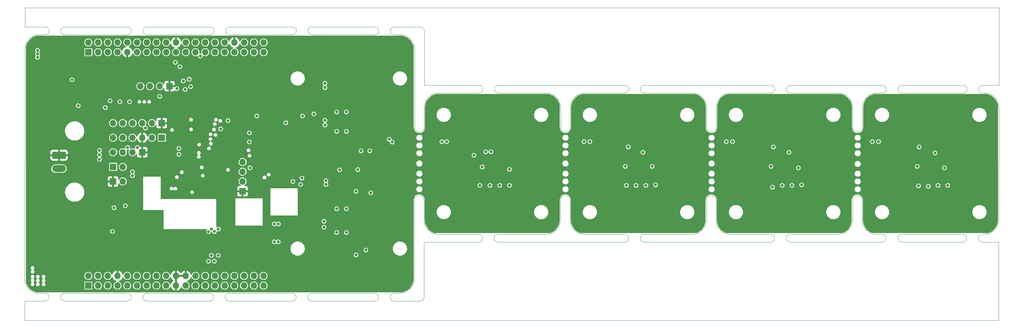
<source format=gbr>
%TF.GenerationSoftware,KiCad,Pcbnew,(6.0.2)*%
%TF.CreationDate,2022-03-24T13:25:50+01:00*%
%TF.ProjectId,GestureControl,47657374-7572-4654-936f-6e74726f6c2e,V0.3*%
%TF.SameCoordinates,PX1268e40PY7fa82d0*%
%TF.FileFunction,Copper,L2,Inr*%
%TF.FilePolarity,Positive*%
%FSLAX46Y46*%
G04 Gerber Fmt 4.6, Leading zero omitted, Abs format (unit mm)*
G04 Created by KiCad (PCBNEW (6.0.2)) date 2022-03-24 13:25:50*
%MOMM*%
%LPD*%
G01*
G04 APERTURE LIST*
G04 Aperture macros list*
%AMRoundRect*
0 Rectangle with rounded corners*
0 $1 Rounding radius*
0 $2 $3 $4 $5 $6 $7 $8 $9 X,Y pos of 4 corners*
0 Add a 4 corners polygon primitive as box body*
4,1,4,$2,$3,$4,$5,$6,$7,$8,$9,$2,$3,0*
0 Add four circle primitives for the rounded corners*
1,1,$1+$1,$2,$3*
1,1,$1+$1,$4,$5*
1,1,$1+$1,$6,$7*
1,1,$1+$1,$8,$9*
0 Add four rect primitives between the rounded corners*
20,1,$1+$1,$2,$3,$4,$5,0*
20,1,$1+$1,$4,$5,$6,$7,0*
20,1,$1+$1,$6,$7,$8,$9,0*
20,1,$1+$1,$8,$9,$2,$3,0*%
G04 Aperture macros list end*
%TA.AperFunction,Profile*%
%ADD10C,0.050000*%
%TD*%
%TA.AperFunction,ComponentPad*%
%ADD11R,1.700000X1.700000*%
%TD*%
%TA.AperFunction,ComponentPad*%
%ADD12O,1.700000X1.700000*%
%TD*%
%TA.AperFunction,ComponentPad*%
%ADD13RoundRect,0.250000X-1.550000X0.650000X-1.550000X-0.650000X1.550000X-0.650000X1.550000X0.650000X0*%
%TD*%
%TA.AperFunction,ComponentPad*%
%ADD14O,3.600000X1.800000*%
%TD*%
%TA.AperFunction,ViaPad*%
%ADD15C,0.800000*%
%TD*%
G04 APERTURE END LIST*
D10*
X75110973Y70070376D02*
G75*
G03*
X75054000Y68072000I-56973J-998376D01*
G01*
X118674000Y52832000D02*
X108204000Y52832000D01*
X249930000Y54832000D02*
X254254000Y54832000D01*
X250380500Y15890000D02*
X249866500Y15890000D01*
X118610500Y13890000D02*
G75*
G03*
X118610500Y15890000I0J1000000D01*
G01*
X97980500Y508000D02*
G75*
G03*
X101790500Y4318000I1J3809999D01*
G01*
X104330500Y13890000D02*
X104330500Y-492000D01*
X32110973Y70070376D02*
X48554000Y70072000D01*
X222632500Y15890000D02*
X223866500Y15890000D01*
X123674000Y54832000D02*
X156774000Y54832000D01*
X194830000Y52832000D02*
G75*
G03*
X194830000Y54832000I0J1000000D01*
G01*
X139890500Y19700000D02*
X139890500Y24780000D01*
X139954000Y43942000D02*
G75*
G03*
X142494000Y43942000I1270000J19D01*
G01*
X244866500Y13890000D02*
X228866500Y13890000D01*
X180486915Y19656414D02*
G75*
G03*
X184296914Y15890000I3766659J-4D01*
G01*
X142494000Y49022000D02*
X142494000Y43942000D01*
X91554000Y68072000D02*
G75*
G03*
X91554000Y70072000I0J1000000D01*
G01*
X218650414Y49065586D02*
X218650414Y43985586D01*
X250380500Y15890000D02*
G75*
G03*
X254190500Y19700000I1J3809999D01*
G01*
X254000Y70072000D02*
X254000Y75072000D01*
X174136914Y15890000D02*
X161710500Y15890000D01*
X142430500Y24780000D02*
X142430500Y19700000D01*
X136144000Y52832000D02*
X123674000Y52832000D01*
X139954000Y49022000D02*
G75*
G03*
X136144000Y52832000I-3809999J1D01*
G01*
X103330500Y-1492000D02*
X96547473Y-1490376D01*
X4064000Y68072000D02*
G75*
G03*
X254000Y64262000I-1J-3809999D01*
G01*
X142430500Y24780000D02*
G75*
G03*
X139890500Y24780000I-1270000J-19D01*
G01*
X104330500Y24780019D02*
G75*
G03*
X101790500Y24780019I-1270000J-19D01*
G01*
X244866500Y13890000D02*
G75*
G03*
X244866500Y15890000I0J1000000D01*
G01*
X26990500Y508000D02*
X10490500Y508000D01*
X244930000Y52832000D02*
G75*
G03*
X244930000Y54832000I0J1000000D01*
G01*
X53490500Y508000D02*
G75*
G03*
X53547473Y-1490376I0J-1000000D01*
G01*
X142430500Y19700000D02*
G75*
G03*
X146240500Y15890000I3809999J-1D01*
G01*
X249930000Y54832000D02*
G75*
G03*
X249930000Y52832000I0J-1000000D01*
G01*
X216110414Y49065586D02*
G75*
G03*
X212300414Y52832000I-3766663J0D01*
G01*
X228930000Y54832000D02*
X244930000Y54832000D01*
X118610500Y13890000D02*
X104330500Y13890000D01*
X180486914Y24736414D02*
X180486914Y19656414D01*
X156774000Y52832000D02*
G75*
G03*
X156774000Y54832000I0J1000000D01*
G01*
X161774000Y54832000D02*
G75*
G03*
X161774000Y52832000I0J-1000000D01*
G01*
X101854000Y64262000D02*
G75*
G03*
X98044000Y68072000I-3809999J1D01*
G01*
X223930000Y54832000D02*
X199830000Y54832000D01*
X194766500Y13890000D02*
G75*
G03*
X194766500Y15890000I0J1000000D01*
G01*
X104330500Y24780019D02*
X104330500Y19700000D01*
X216110414Y43985586D02*
G75*
G03*
X218650414Y43985586I1270000J19D01*
G01*
X48490500Y-1492000D02*
X32047473Y-1490376D01*
X228930000Y54832000D02*
G75*
G03*
X228930000Y52832000I0J-1000000D01*
G01*
X177946914Y19656414D02*
X177946914Y24736414D01*
X69990500Y-1492000D02*
G75*
G03*
X69990500Y508000I0J1000000D01*
G01*
X254190500Y13890000D02*
X254190500Y-6492000D01*
X91490500Y-1492000D02*
X75047473Y-1490376D01*
X75110973Y70070376D02*
X91554000Y70072000D01*
X212236914Y15890000D02*
G75*
G03*
X216046914Y19656414I43337J3766414D01*
G01*
X223930000Y52832000D02*
G75*
G03*
X223930000Y54832000I0J1000000D01*
G01*
X104394000Y54832000D02*
X118674000Y54832000D01*
X254254000Y75072000D02*
X254254000Y54832000D01*
X91490500Y-1492000D02*
G75*
G03*
X91490500Y508000I0J1000000D01*
G01*
X146240500Y15890000D02*
X156710500Y15890000D01*
X194830000Y52832000D02*
X184360414Y52832000D01*
X218586914Y24736414D02*
X218586914Y19656414D01*
X178010414Y43985586D02*
G75*
G03*
X180550414Y43985586I1270000J19D01*
G01*
X48554000Y68072000D02*
G75*
G03*
X48554000Y70072000I0J1000000D01*
G01*
X146304000Y52832000D02*
G75*
G03*
X142494000Y49022000I-1J-3809999D01*
G01*
X4064000Y68072000D02*
X5554000Y68072000D01*
X96490500Y508000D02*
G75*
G03*
X96547473Y-1490376I0J-1000000D01*
G01*
X108204000Y52832000D02*
G75*
G03*
X104394000Y49022000I-1J-3809999D01*
G01*
X123674000Y54832000D02*
G75*
G03*
X123674000Y52832000I0J-1000000D01*
G01*
X32110973Y70070376D02*
G75*
G03*
X32054000Y68072000I-56973J-998376D01*
G01*
X5490500Y508000D02*
X4000500Y508000D01*
X161774000Y54832000D02*
X194830000Y54832000D01*
X244930000Y52832000D02*
X228930000Y52832000D01*
X178010414Y49065586D02*
G75*
G03*
X174200414Y52832000I-3766663J0D01*
G01*
X10554000Y68072000D02*
X27054000Y68072000D01*
X254000Y70072000D02*
X5554000Y70072000D01*
X69990500Y508000D02*
X53490500Y508000D01*
X161774000Y52832000D02*
X174200414Y52832000D01*
X180486914Y24736414D02*
G75*
G03*
X177946914Y24736414I-1270000J-19D01*
G01*
X254190500Y19700000D02*
X254254000Y49022000D01*
X199830000Y52832000D02*
X212300414Y52832000D01*
X97980500Y508000D02*
X96490500Y508000D01*
X218586913Y19656414D02*
G75*
G03*
X222632500Y15890000I3776044J-3D01*
G01*
X75054000Y68072000D02*
X91554000Y68072000D01*
X53610973Y70070376D02*
X70054000Y70072000D01*
X5490500Y-1492000D02*
G75*
G03*
X5490500Y508000I0J1000000D01*
G01*
X254000Y75072000D02*
X254254000Y75072000D01*
X254190500Y13890000D02*
X249866500Y13890000D01*
X228866500Y15890000D02*
G75*
G03*
X228866500Y13890000I0J-1000000D01*
G01*
X91490500Y508000D02*
X74990500Y508000D01*
X161710500Y15890000D02*
G75*
G03*
X161710500Y13890000I0J-1000000D01*
G01*
X156710500Y13890000D02*
G75*
G03*
X156710500Y15890000I0J1000000D01*
G01*
X123610500Y15890000D02*
G75*
G03*
X123610500Y13890000I0J-1000000D01*
G01*
X27054000Y68072000D02*
G75*
G03*
X27054000Y70072000I0J1000000D01*
G01*
X254254000Y49022000D02*
G75*
G03*
X250444000Y52832000I-3809999J1D01*
G01*
X96610973Y70070376D02*
G75*
G03*
X96554000Y68072000I-56973J-998376D01*
G01*
X199766500Y15890000D02*
G75*
G03*
X199766500Y13890000I0J-1000000D01*
G01*
X5554000Y68072000D02*
G75*
G03*
X5554000Y70072000I0J1000000D01*
G01*
X48490500Y508000D02*
X31990500Y508000D01*
X118674000Y52832000D02*
G75*
G03*
X118674000Y54832000I0J1000000D01*
G01*
X184296914Y15890000D02*
X194766500Y15890000D01*
X184360414Y52832000D02*
G75*
G03*
X180550414Y49065586I-43339J-3766412D01*
G01*
X53554000Y68072000D02*
X70054000Y68072000D01*
X103330500Y-1492000D02*
G75*
G03*
X104330500Y-492000I1J999999D01*
G01*
X222504000Y52832000D02*
G75*
G03*
X218650414Y49065586I-86192J-3766408D01*
G01*
X223866500Y13890000D02*
G75*
G03*
X223866500Y15890000I0J1000000D01*
G01*
X104330500Y19700000D02*
G75*
G03*
X108140500Y15890000I3809999J-1D01*
G01*
X199766500Y13890000D02*
X223866500Y13890000D01*
X190500Y4318000D02*
G75*
G03*
X4000500Y508000I3809999J-1D01*
G01*
X101790500Y4318000D02*
X101790500Y24780019D01*
X199830000Y54832000D02*
G75*
G03*
X199830000Y52832000I0J-1000000D01*
G01*
X10610973Y70070376D02*
X27054000Y70072000D01*
X69990500Y-1492000D02*
X53547473Y-1490376D01*
X249866500Y15890000D02*
G75*
G03*
X249866500Y13890000I0J-1000000D01*
G01*
X178010414Y43985586D02*
X178010414Y49065586D01*
X32054000Y68072000D02*
X48554000Y68072000D01*
X104394000Y69072000D02*
X104394000Y54832000D01*
X180550414Y49065586D02*
X180550414Y43985586D01*
X53610973Y70070376D02*
G75*
G03*
X53554000Y68072000I-56973J-998376D01*
G01*
X156774000Y52832000D02*
X146304000Y52832000D01*
X74990500Y508000D02*
G75*
G03*
X75047473Y-1490376I0J-1000000D01*
G01*
X174136914Y15890000D02*
G75*
G03*
X177946914Y19656414I43337J3766414D01*
G01*
X249930000Y52832000D02*
X250444000Y52832000D01*
X228866500Y15890000D02*
X244866500Y15890000D01*
X136080500Y15890000D02*
G75*
G03*
X139890500Y19700000I1J3809999D01*
G01*
X190500Y-6492000D02*
X190500Y-1492000D01*
X108140500Y15890000D02*
X118610500Y15890000D01*
X139954000Y43942000D02*
X139954000Y49022000D01*
X5490500Y-1492000D02*
X190500Y-1492000D01*
X216046914Y19656414D02*
X216046914Y24736414D01*
X194766500Y13890000D02*
X161710500Y13890000D01*
X26990500Y-1492000D02*
X10547473Y-1490376D01*
X10610973Y70070376D02*
G75*
G03*
X10554000Y68072000I-56973J-998376D01*
G01*
X254190500Y-6492000D02*
X190500Y-6492000D01*
X218586914Y24736414D02*
G75*
G03*
X216046914Y24736414I-1270000J-19D01*
G01*
X101854000Y43941981D02*
X101854000Y64262000D01*
X48490500Y-1492000D02*
G75*
G03*
X48490500Y508000I0J1000000D01*
G01*
X96554000Y68072000D02*
X98044000Y68072000D01*
X26990500Y-1492000D02*
G75*
G03*
X26990500Y508000I0J1000000D01*
G01*
X70054000Y68072000D02*
G75*
G03*
X70054000Y70072000I0J1000000D01*
G01*
X104394000Y69072000D02*
G75*
G03*
X103394000Y70072000I-999999J1D01*
G01*
X156710500Y13890000D02*
X123610500Y13890000D01*
X104394000Y49022000D02*
X104394000Y43941981D01*
X10490500Y508000D02*
G75*
G03*
X10547473Y-1490376I0J-1000000D01*
G01*
X190500Y4318000D02*
X254000Y64262000D01*
X96610973Y70070376D02*
X103394000Y70072000D01*
X31990500Y508000D02*
G75*
G03*
X32047473Y-1490376I0J-1000000D01*
G01*
X212236914Y15890000D02*
X199766500Y15890000D01*
X223930000Y52832000D02*
X222504000Y52832000D01*
X123610500Y15890000D02*
X136080500Y15890000D01*
X216110414Y43985586D02*
X216110414Y49065586D01*
X101854000Y43941981D02*
G75*
G03*
X104394000Y43941981I1270000J19D01*
G01*
D11*
%TO.N,SDA2*%
%TO.C,J25*%
X16786000Y63495000D03*
D12*
%TO.N,GPIOI_0*%
X16786000Y66035000D03*
%TO.N,SCL1*%
X19326000Y63495000D03*
%TO.N,unconnected-(J25-Pad4)*%
X19326000Y66035000D03*
%TO.N,SDA1*%
X21866000Y63495000D03*
%TO.N,unconnected-(J25-Pad6)*%
X21866000Y66035000D03*
%TO.N,+3V3*%
X24406000Y63495000D03*
%TO.N,unconnected-(J25-Pad8)*%
X24406000Y66035000D03*
%TO.N,GND*%
X26946000Y63495000D03*
%TO.N,unconnected-(J25-Pad10)*%
X26946000Y66035000D03*
%TO.N,GPIOI_4*%
X29486000Y63495000D03*
%TO.N,unconnected-(J25-Pad12)*%
X29486000Y66035000D03*
%TO.N,XSHUT_0*%
X32026000Y63495000D03*
%TO.N,unconnected-(J25-Pad14)*%
X32026000Y66035000D03*
%TO.N,LED_3*%
X34566000Y63495000D03*
%TO.N,unconnected-(J25-Pad16)*%
X34566000Y66035000D03*
%TO.N,GPIOI_3*%
X37106000Y63495000D03*
%TO.N,unconnected-(J25-Pad18)*%
X37106000Y66035000D03*
%TO.N,GPIOI_2*%
X39646000Y63495000D03*
%TO.N,GND*%
X39646000Y66035000D03*
%TO.N,GPIOI_1*%
X42186000Y63495000D03*
%TO.N,unconnected-(J25-Pad22)*%
X42186000Y66035000D03*
%TO.N,SCL2*%
X44726000Y63495000D03*
%TO.N,unconnected-(J25-Pad24)*%
X44726000Y66035000D03*
%TO.N,LED_0*%
X47266000Y63495000D03*
%TO.N,unconnected-(J25-Pad26)*%
X47266000Y66035000D03*
%TO.N,LED_1*%
X49806000Y63495000D03*
%TO.N,unconnected-(J25-Pad28)*%
X49806000Y66035000D03*
%TO.N,LED_2*%
X52346000Y63495000D03*
%TO.N,unconnected-(J25-Pad30)*%
X52346000Y66035000D03*
%TO.N,unconnected-(J25-Pad31)*%
X54886000Y63495000D03*
%TO.N,GND*%
X54886000Y66035000D03*
%TO.N,LED_4*%
X57426000Y63495000D03*
%TO.N,unconnected-(J25-Pad34)*%
X57426000Y66035000D03*
%TO.N,unconnected-(J25-Pad35)*%
X59966000Y63495000D03*
%TO.N,unconnected-(J25-Pad36)*%
X59966000Y66035000D03*
%TO.N,unconnected-(J25-Pad37)*%
X62506000Y63495000D03*
%TO.N,unconnected-(J25-Pad38)*%
X62506000Y66035000D03*
%TD*%
D11*
%TO.N,unconnected-(J24-Pad1)*%
%TO.C,J24*%
X16774000Y2535000D03*
D12*
%TO.N,unconnected-(J24-Pad2)*%
X16774000Y5075000D03*
%TO.N,unconnected-(J24-Pad3)*%
X19314000Y2535000D03*
%TO.N,unconnected-(J24-Pad4)*%
X19314000Y5075000D03*
%TO.N,unconnected-(J24-Pad5)*%
X21854000Y2535000D03*
%TO.N,unconnected-(J24-Pad6)*%
X21854000Y5075000D03*
%TO.N,unconnected-(J24-Pad7)*%
X24394000Y2535000D03*
%TO.N,GND*%
X24394000Y5075000D03*
%TO.N,unconnected-(J24-Pad9)*%
X26934000Y2535000D03*
%TO.N,unconnected-(J24-Pad10)*%
X26934000Y5075000D03*
%TO.N,unconnected-(J24-Pad11)*%
X29474000Y2535000D03*
%TO.N,unconnected-(J24-Pad12)*%
X29474000Y5075000D03*
%TO.N,unconnected-(J24-Pad13)*%
X32014000Y2535000D03*
%TO.N,unconnected-(J24-Pad14)*%
X32014000Y5075000D03*
%TO.N,unconnected-(J24-Pad15)*%
X34554000Y2535000D03*
%TO.N,+3V3*%
X34554000Y5075000D03*
%TO.N,unconnected-(J24-Pad17)*%
X37094000Y2535000D03*
%TO.N,+5V*%
X37094000Y5075000D03*
%TO.N,GND*%
X39634000Y2535000D03*
X39634000Y5075000D03*
%TO.N,unconnected-(J24-Pad21)*%
X42174000Y2535000D03*
%TO.N,GND*%
X42174000Y5075000D03*
%TO.N,unconnected-(J24-Pad23)*%
X44714000Y2535000D03*
%TO.N,unconnected-(J24-Pad24)*%
X44714000Y5075000D03*
%TO.N,unconnected-(J24-Pad25)*%
X47254000Y2535000D03*
%TO.N,unconnected-(J24-Pad26)*%
X47254000Y5075000D03*
%TO.N,unconnected-(J24-Pad27)*%
X49794000Y2535000D03*
%TO.N,XSHUT_1*%
X49794000Y5075000D03*
%TO.N,unconnected-(J24-Pad29)*%
X52334000Y2535000D03*
%TO.N,XSHUT_2*%
X52334000Y5075000D03*
%TO.N,unconnected-(J24-Pad31)*%
X54874000Y2535000D03*
%TO.N,XSHUT_3*%
X54874000Y5075000D03*
%TO.N,unconnected-(J24-Pad33)*%
X57414000Y2535000D03*
%TO.N,XSHUT_4*%
X57414000Y5075000D03*
%TO.N,unconnected-(J24-Pad35)*%
X59954000Y2535000D03*
%TO.N,SW_1*%
X59954000Y5075000D03*
%TO.N,unconnected-(J24-Pad37)*%
X62494000Y2535000D03*
%TO.N,SW_2*%
X62494000Y5075000D03*
%TD*%
D11*
%TO.N,GND*%
%TO.C,J1*%
X30861000Y37343510D03*
D12*
%TO.N,+5V*%
X28321000Y37343510D03*
%TO.N,SDA1*%
X25781000Y37343510D03*
%TO.N,SCL1*%
X23241000Y37343510D03*
%TD*%
D13*
%TO.N,GND*%
%TO.C,J2*%
X9144000Y36576000D03*
D14*
%TO.N,Net-(D6-Pad2)*%
X9144000Y33076000D03*
%TD*%
D11*
%TO.N,GND*%
%TO.C,J7*%
X35941000Y44963510D03*
D12*
%TO.N,/STM32L151RET6TR/FTDI_CTS*%
X33401000Y44963510D03*
%TO.N,+5V*%
X30861000Y44963510D03*
%TO.N,/STM32L151RET6TR/FTDI_TXD*%
X28321000Y44963510D03*
%TO.N,/STM32L151RET6TR/FTDI_RXD*%
X25781000Y44963510D03*
%TO.N,/STM32L151RET6TR/FTDI_RTS*%
X23241000Y44963510D03*
%TD*%
D11*
%TO.N,GND*%
%TO.C,J10*%
X37973000Y54610000D03*
D12*
%TO.N,+3V3*%
X35433000Y54610000D03*
%TO.N,SDA2*%
X32893000Y54610000D03*
%TO.N,SCL2*%
X30353000Y54610000D03*
%TD*%
D11*
%TO.N,GND*%
%TO.C,J9*%
X57017490Y27183510D03*
D12*
%TO.N,+3V3*%
X57017490Y29723510D03*
%TO.N,/STM32L151RET6TR/UART_TX*%
X57017490Y32263510D03*
%TO.N,/STM32L151RET6TR/UART_RX*%
X57017490Y34803510D03*
%TD*%
D11*
%TO.N,+3V3*%
%TO.C,J8*%
X35935490Y41153510D03*
D12*
%TO.N,/STM32L151RET6TR/SWCLK*%
X33395490Y41153510D03*
%TO.N,GND*%
X30855490Y41153510D03*
%TO.N,/STM32L151RET6TR/SWDAT*%
X28315490Y41153510D03*
%TO.N,/STM32L151RET6TR/RST*%
X25775490Y41153510D03*
%TO.N,/STM32L151RET6TR/SW0*%
X23235490Y41153510D03*
%TD*%
D11*
%TO.N,GND*%
%TO.C,J11*%
X23235490Y29723510D03*
D12*
%TO.N,/STM32L151RET6TR/RST*%
X25775490Y29723510D03*
%TD*%
D11*
%TO.N,+3V3*%
%TO.C,J12*%
X23235490Y33533510D03*
D12*
%TO.N,/STM32L151RET6TR/BOOT*%
X25775490Y33533510D03*
%TD*%
D15*
%TO.N,GND*%
X42946000Y36358000D03*
X40446000Y34858000D03*
X42196000Y37358000D03*
X87316000Y58778000D03*
X84776000Y58778000D03*
X82236000Y58778000D03*
X79696000Y58778000D03*
X87316000Y61318000D03*
X84776000Y61318000D03*
X82236000Y61318000D03*
X79696000Y61318000D03*
X87316000Y63858000D03*
X84776000Y63858000D03*
X82236000Y63858000D03*
X79696000Y63858000D03*
X87316000Y66398000D03*
X84776000Y66398000D03*
X82236000Y66398000D03*
X79696000Y66358000D03*
%TO.N,+5V*%
X14134288Y49520524D03*
%TO.N,+3V3*%
X23096000Y16658000D03*
%TO.N,BUCK_5_EN*%
X21209000Y49022000D03*
%TO.N,GPIOI_0*%
X45974000Y62484000D03*
%TO.N,XSHUT_0*%
X39497000Y60833000D03*
X40640000Y59690000D03*
%TO.N,GND*%
X72136000Y50038000D03*
%TO.N,XSHUT_0*%
X72517000Y30607000D03*
%TO.N,BUCK_5_EN*%
X31675219Y43655021D03*
%TO.N,XSHUT_0*%
X40386000Y36830000D03*
%TO.N,SCL2*%
X39878000Y53975000D03*
%TO.N,GND*%
X46990000Y14097000D03*
X46990000Y12065000D03*
X51689000Y12065000D03*
X83439000Y6985000D03*
X79756000Y6985000D03*
X75946000Y6985000D03*
X72136000Y6985000D03*
X67437000Y6985000D03*
%TO.N,XSHUT_1*%
X48133000Y8890000D03*
%TO.N,XSHUT_2*%
X48895000Y10414000D03*
%TO.N,XSHUT_4*%
X50673000Y10414000D03*
%TO.N,XSHUT_3*%
X49657000Y8890000D03*
%TO.N,GND*%
X239776000Y41402000D03*
X34544000Y14478000D03*
X162143000Y30952000D03*
X43561000Y44577000D03*
X240030000Y35433000D03*
X201930000Y35433000D03*
X182118000Y42418000D03*
X163449000Y28829000D03*
X38608000Y44450000D03*
X65151000Y8382000D03*
X132080000Y24638000D03*
X213360000Y27686000D03*
X200243000Y30952000D03*
X43561000Y13970000D03*
X2732000Y16239000D03*
X180848000Y39116000D03*
X124043000Y30952000D03*
X54991000Y14058000D03*
X168148000Y41529000D03*
X207010000Y38735000D03*
X92964000Y36068000D03*
X101219000Y27686000D03*
X72136000Y37719000D03*
X85344000Y16510000D03*
X87884000Y16510000D03*
X219964000Y42926000D03*
X177800000Y39116000D03*
X19685000Y52324000D03*
X177800000Y27686000D03*
X53086000Y17018000D03*
X90424000Y16510000D03*
X214884000Y30734000D03*
X78994000Y42672000D03*
X67437000Y12065000D03*
X117856000Y41783000D03*
X91059000Y13716000D03*
X76708000Y32766000D03*
X129286000Y41783000D03*
X153416000Y29718000D03*
X86578000Y54701000D03*
X143510000Y29718000D03*
X171577000Y41529000D03*
X93218000Y11938000D03*
X205740000Y38735000D03*
X94869000Y13589000D03*
X4332000Y14739000D03*
X38481000Y16637000D03*
X154813000Y41656000D03*
X30988000Y18161000D03*
X105596000Y41158000D03*
X67437000Y9144000D03*
X115824000Y32512000D03*
X230124000Y36322000D03*
X75946000Y10795000D03*
X219710000Y35306000D03*
X51054000Y29459500D03*
X152019000Y41402000D03*
X171196000Y25146000D03*
X243840000Y41402000D03*
X7731000Y52387500D03*
X159603000Y30952000D03*
X214884000Y42926000D03*
X130048000Y34290000D03*
X163322000Y38735000D03*
X129286000Y38608000D03*
X138938000Y39116000D03*
X238343000Y30952000D03*
X215138000Y27686000D03*
X184912000Y25654000D03*
X64643000Y44069000D03*
X91186000Y10033000D03*
X63119000Y34417000D03*
X150876000Y34036000D03*
X209296000Y29718000D03*
X98552000Y43561000D03*
X194183000Y41656000D03*
X176276000Y27686000D03*
X5318000Y65341500D03*
X82804000Y16510000D03*
X38481000Y12192000D03*
X33147000Y13208000D03*
X181610000Y36068000D03*
X119305750Y35875348D03*
X243840000Y28702000D03*
X192532000Y41656000D03*
X186944000Y27686000D03*
X84038000Y54701000D03*
X54991000Y17018000D03*
X72136000Y40259000D03*
X1332000Y16239000D03*
X38481000Y13970000D03*
X177038000Y43434000D03*
X205740000Y27813000D03*
X28829000Y50546000D03*
X89118000Y29392000D03*
X131191000Y41783000D03*
X38593040Y49642040D03*
X67437000Y40259000D03*
X208788000Y38735000D03*
X156464000Y41656000D03*
X176530000Y42418000D03*
X211328000Y29718000D03*
X16637000Y53340000D03*
X143510000Y32004000D03*
X200914000Y41656000D03*
X60596000Y12058000D03*
X78994000Y16510000D03*
X152400000Y35052000D03*
X54196000Y40058000D03*
X218821000Y41021000D03*
X18314000Y15587000D03*
X105596000Y43358000D03*
X190754000Y41656000D03*
X239776000Y39370000D03*
X78740000Y27396000D03*
X171577000Y38735000D03*
X101092000Y31750000D03*
X2732000Y14739000D03*
X31242000Y14732000D03*
X110744000Y25146000D03*
X100396000Y34544000D03*
X143510000Y34290000D03*
X42418000Y34163000D03*
X221234000Y27686000D03*
X89408000Y9398000D03*
X79756000Y10795000D03*
X63119000Y41275000D03*
X243840000Y39370000D03*
X52996000Y14058000D03*
X84963000Y10287000D03*
X186944000Y25654000D03*
X42481500Y16954500D03*
X214884000Y37338000D03*
X183134000Y27686000D03*
X192532000Y38608000D03*
X149352000Y27686000D03*
X67437000Y42418000D03*
X10017000Y47688500D03*
X105664000Y31750000D03*
X105664000Y25146000D03*
X86578000Y29392000D03*
X114046000Y41783000D03*
X168148000Y38735000D03*
X89118000Y54701000D03*
X226060000Y25146000D03*
X84074000Y27178000D03*
X184531000Y34798000D03*
X243840000Y30988000D03*
X143510000Y39116000D03*
X40952500Y42545000D03*
X207010000Y41656000D03*
X115570000Y35687000D03*
X86995000Y8128000D03*
X37196000Y27858000D03*
X186182000Y33401000D03*
X121539000Y30988000D03*
X27178000Y22479000D03*
X32893000Y34290000D03*
X210439000Y38735000D03*
X88171506Y42832506D03*
X230124000Y34290000D03*
X196088000Y36527000D03*
X76708000Y27178000D03*
X72136000Y8890000D03*
X85471000Y31877000D03*
X105596000Y34544000D03*
X153035000Y38735000D03*
X197703000Y30952000D03*
X138938000Y43180000D03*
X62496000Y14058000D03*
X43561000Y12192000D03*
X14314000Y17603000D03*
X28474000Y30099000D03*
X97028000Y42164000D03*
X130048000Y32004000D03*
X148336000Y33528000D03*
X205740000Y41656000D03*
X192659000Y24130000D03*
X36322000Y13970000D03*
X207264000Y25654000D03*
X160909000Y28702000D03*
X82804000Y42799000D03*
X143510000Y41148000D03*
X26416000Y19685000D03*
X63119000Y36703000D03*
X234188000Y36527000D03*
X184404000Y31496000D03*
X138938000Y32004000D03*
X208788000Y41656000D03*
X181610000Y29718000D03*
X116459000Y24257000D03*
X230124000Y38354000D03*
X7604000Y48831500D03*
X214884000Y35306000D03*
X239776000Y28702000D03*
X58547000Y17018000D03*
X72136000Y35560000D03*
X209296000Y25654000D03*
X219710000Y37338000D03*
X164084000Y35560000D03*
X138938000Y27686000D03*
X164683000Y30952000D03*
X52996000Y38840966D03*
X190754000Y38608000D03*
X60896000Y14058000D03*
X232918000Y35433000D03*
X8797800Y47688500D03*
X171196000Y29718000D03*
X1332000Y11639000D03*
X41021000Y47498000D03*
X188976000Y29718000D03*
X8797800Y48806100D03*
X41021000Y13970000D03*
X154432000Y23876000D03*
X138938000Y36830000D03*
X115951000Y38608000D03*
X205740000Y34163000D03*
X44132500Y16954500D03*
X86995000Y9398000D03*
X72136000Y33274000D03*
X108204000Y25146000D03*
X133096000Y41783000D03*
X56896000Y17018000D03*
X4332000Y11639000D03*
X79756000Y8890000D03*
X181610000Y43434000D03*
X16314000Y15587000D03*
X33640040Y49642040D03*
X202783000Y30952000D03*
X29077490Y23119510D03*
X19685000Y51308000D03*
X122809000Y33782000D03*
X82677000Y10795000D03*
X11795000Y64198500D03*
X224663000Y27813000D03*
X194183000Y38608000D03*
X63119000Y43688000D03*
X230759000Y24130000D03*
X77851000Y37211000D03*
X30480000Y26924000D03*
X33147000Y16002000D03*
X111506000Y36576000D03*
X1332000Y13239000D03*
X43942000Y50292000D03*
X84074000Y31877000D03*
X226695000Y34036000D03*
X65532000Y28829000D03*
X105596000Y37058000D03*
X149352000Y29718000D03*
X186944000Y29718000D03*
X181610000Y31750000D03*
X115951000Y41783000D03*
X32131000Y21590000D03*
X100396000Y39158000D03*
X16314000Y17587000D03*
X198374000Y37211000D03*
X149352000Y25146000D03*
X41021000Y16637000D03*
X45333490Y31247510D03*
X36576000Y31191200D03*
X112395000Y33655000D03*
X97790000Y25273000D03*
X8763000Y52387500D03*
X167640000Y32258000D03*
X237236000Y28702000D03*
X180594000Y41148000D03*
X79756000Y37338000D03*
X14232000Y13439000D03*
X36957000Y50292000D03*
X67437000Y35560000D03*
X122809000Y37084000D03*
X43301490Y16515510D03*
X40767000Y50419000D03*
X211328000Y25654000D03*
X138938000Y29718000D03*
X130048000Y29972000D03*
X11795000Y65214500D03*
X33274000Y19939000D03*
X54696000Y41989460D03*
X105596000Y39158000D03*
X216027000Y41021000D03*
X152146000Y29718000D03*
X75946000Y8890000D03*
X17532000Y13439000D03*
X92964000Y30226000D03*
X67437000Y37792211D03*
X108204000Y27686000D03*
X228092000Y35306000D03*
X72136000Y42418000D03*
X189992000Y35306000D03*
X160366688Y37430688D03*
X44450000Y48768000D03*
X181610000Y27686000D03*
X2032000Y9239000D03*
X92456000Y20955000D03*
X169926000Y38735000D03*
X83439000Y8890000D03*
X26289000Y50546000D03*
X78486000Y52832000D03*
X100396000Y43358000D03*
X6334000Y65341500D03*
X176530000Y29718000D03*
X2732000Y11639000D03*
X153416000Y32766000D03*
X16637000Y51308000D03*
X177800000Y41148000D03*
X4332000Y16239000D03*
X220218000Y30734000D03*
X76708000Y25908000D03*
X210439000Y41656000D03*
X228854000Y27813000D03*
X126111000Y35560000D03*
X81534000Y27178000D03*
X16637000Y52324000D03*
X68707000Y28829000D03*
X209296000Y27686000D03*
X191516000Y34290000D03*
X143510000Y36830000D03*
X35560000Y12192000D03*
X236474000Y37211000D03*
X176530000Y34036000D03*
X176530000Y31750000D03*
X4332000Y13239000D03*
X110744000Y27686000D03*
X7604000Y47688500D03*
X156464000Y35560000D03*
X218821000Y39243000D03*
X100396000Y37058000D03*
X133096000Y38608000D03*
X238760000Y36576000D03*
X207264000Y29718000D03*
X27684900Y18525755D03*
X224282000Y33401000D03*
X243840000Y33274000D03*
X194818000Y35433000D03*
X219456000Y27686000D03*
X191516000Y32258000D03*
X58896000Y12058000D03*
X214884000Y33020000D03*
X53296000Y43458000D03*
X77470000Y42164000D03*
X167640000Y34290000D03*
X156464000Y38735000D03*
X181610000Y34036000D03*
X146304000Y35052000D03*
X9826500Y52387500D03*
X47873490Y35057510D03*
X19685000Y53340000D03*
X200660000Y36576000D03*
X228092000Y25146000D03*
X41148000Y44450000D03*
X84038000Y29392000D03*
X100457000Y24765000D03*
X39928800Y32105600D03*
X12811000Y64198500D03*
X94996000Y17907000D03*
X10779000Y65214500D03*
X18314000Y17587000D03*
X143510000Y27686000D03*
X41021000Y12192000D03*
X200914000Y38735000D03*
X14314000Y15587000D03*
X169926000Y41529000D03*
X1332000Y14739000D03*
X105664000Y27686000D03*
X77470000Y39370000D03*
X98679000Y22860000D03*
X138938000Y41148000D03*
X2732000Y13239000D03*
X14110800Y14402600D03*
X76708000Y34798000D03*
X90424000Y42799000D03*
X51054000Y52578000D03*
X65151000Y11303000D03*
X96393000Y23876000D03*
X154813000Y38735000D03*
X51308299Y37770299D03*
X152146000Y27686000D03*
X124714000Y38608000D03*
X240883000Y30952000D03*
X100396000Y41158000D03*
X81613502Y45085000D03*
X37211000Y30158000D03*
X90551000Y12573000D03*
X85257752Y43038832D03*
X235803000Y30952000D03*
X67437000Y33274000D03*
X82042000Y37592000D03*
X53158136Y31042880D03*
X10779000Y64198500D03*
X91948000Y18161000D03*
X216027000Y39243000D03*
X97155000Y15748000D03*
X132080000Y30226000D03*
X92964000Y33274000D03*
X167640000Y30226000D03*
X117475000Y38608000D03*
X35814000Y17145000D03*
X49403000Y30226000D03*
X230124000Y39878000D03*
X90424000Y32766000D03*
X224028000Y25146000D03*
X143510000Y43180000D03*
X188595000Y34036000D03*
X113284000Y25146000D03*
X205740000Y30099000D03*
X219710000Y33020000D03*
X222631000Y34798000D03*
X84836000Y37211000D03*
X30570000Y24474000D03*
X12811000Y65214500D03*
X97790000Y17907000D03*
X167640000Y36322000D03*
X131191000Y38608000D03*
X45339000Y33020000D03*
X42926000Y47879000D03*
X1332000Y10339000D03*
X126583000Y30952000D03*
X230124000Y32258000D03*
X205740000Y32131000D03*
X176530000Y36068000D03*
X122792743Y35051044D03*
X72136000Y44577000D03*
X93345000Y15748000D03*
X138938000Y34290000D03*
X97790000Y20955000D03*
X10017000Y48831500D03*
X95123000Y20955000D03*
X188976000Y25654000D03*
X89408000Y8128000D03*
X114046000Y34163000D03*
%TO.N,+3V3*%
X201930000Y33274000D03*
X78486000Y54229000D03*
X108966000Y40132000D03*
X222885000Y40132000D03*
X163830000Y33655000D03*
X126619000Y32893000D03*
X240030000Y33274000D03*
X119507000Y33528000D03*
X87066700Y32812702D03*
X72644000Y46840000D03*
X78486000Y45720000D03*
X183134000Y40132000D03*
X60729000Y46825000D03*
X232918000Y33655000D03*
X51296000Y43458000D03*
X156845000Y33655000D03*
X78232000Y17780000D03*
X221234000Y40132000D03*
X78486000Y44450000D03*
X78486000Y55372000D03*
X82296000Y32766000D03*
X35433000Y51943000D03*
X95250000Y40767000D03*
X96012000Y40005000D03*
X78740000Y28920000D03*
X147574000Y40132000D03*
X26416000Y23368000D03*
X23496000Y22858000D03*
X146050000Y40132000D03*
X110236000Y40132000D03*
X184785000Y40132000D03*
X194818000Y33655000D03*
X78740000Y29936000D03*
X78232000Y19304000D03*
%TO.N,XSHUT_1*%
X121539000Y28702000D03*
X84074000Y47879000D03*
X120396000Y37465000D03*
X48144327Y16627563D03*
%TO.N,GPIOI_1*%
X81534000Y47879000D03*
X118872000Y28702000D03*
X43081013Y56419011D03*
X121793000Y37465000D03*
X117348000Y36576000D03*
%TO.N,XSHUT_2*%
X48891141Y17291848D03*
X84074000Y42799000D03*
X157607000Y38735000D03*
X159639000Y28702000D03*
%TO.N,GPIOI_2*%
X81534000Y42799000D03*
X41553149Y55991450D03*
X75596000Y47358000D03*
X157099000Y28702000D03*
X161417000Y37338000D03*
%TO.N,XSHUT_0*%
X87884000Y37719000D03*
%TO.N,GPIOI_0*%
X90170000Y37719000D03*
%TO.N,LED_3*%
X58785042Y40048500D03*
%TO.N,LED_4*%
X58795490Y42423510D03*
%TO.N,SW_1*%
X68296000Y45058000D03*
X66277503Y13970000D03*
X66344800Y18643600D03*
%TO.N,SW_2*%
X65278000Y18643600D03*
X53196000Y45658000D03*
X65278000Y13970000D03*
%TO.N,+5V*%
X19696000Y36658000D03*
X3540000Y63055500D03*
X19696000Y37858000D03*
X3540000Y62166500D03*
X19696000Y35458000D03*
X3540000Y63944500D03*
%TO.N,SCL1*%
X86614000Y10541000D03*
X28315490Y32263510D03*
X162179000Y28702000D03*
X238379000Y28702000D03*
X86614000Y27142000D03*
X200279000Y28702000D03*
X124079000Y28702000D03*
%TO.N,SDA1*%
X240919000Y28702000D03*
X164719000Y28829000D03*
X126619000Y28702000D03*
X89154000Y11811000D03*
X90424000Y26761000D03*
X28320143Y31242857D03*
X202819000Y28829000D03*
%TO.N,/STM32L151RET6TR/FTDI_RXD*%
X27051000Y38608000D03*
%TO.N,/STM32L151RET6TR/FTDI_TXD*%
X29584299Y38614613D03*
%TO.N,/STM32L151RET6TR/FTDI_CTS*%
X40386000Y38354000D03*
%TO.N,SCL2*%
X27553490Y50551510D03*
%TO.N,/STM32L151RET6TR/PA9*%
X25013490Y50551510D03*
%TO.N,/STM32L151RET6TR/PA10*%
X22473490Y50805510D03*
%TO.N,BUCK_5_EN*%
X12532210Y56302570D03*
%TO.N,XSHUT_3*%
X84074000Y22570000D03*
X195453000Y38735000D03*
X49657000Y16637000D03*
X197739000Y28702000D03*
%TO.N,GPIOI_3*%
X195199000Y28231500D03*
X81534000Y22570000D03*
X43455776Y54490004D03*
X199491600Y37338000D03*
X72136000Y28956000D03*
%TO.N,XSHUT_4*%
X235839000Y28448000D03*
X233426000Y38735000D03*
X50677299Y17267701D03*
X84074000Y16383000D03*
%TO.N,GPIOI_4*%
X42037000Y53765504D03*
X237591600Y37185600D03*
X233299000Y28575000D03*
X81534000Y16383000D03*
X70104000Y29718000D03*
%TO.N,LED_0*%
X58916501Y33279510D03*
%TD*%
%TA.AperFunction,Conductor*%
%TO.N,GND*%
G36*
X136753888Y52576636D02*
G01*
X136783000Y52572318D01*
X136842156Y52563543D01*
X136854266Y52561135D01*
X137185935Y52478056D01*
X137197754Y52474471D01*
X137432935Y52390321D01*
X137519651Y52359293D01*
X137531074Y52354562D01*
X137746205Y52252813D01*
X137840152Y52208380D01*
X137851053Y52202553D01*
X138144303Y52026786D01*
X138154584Y52019916D01*
X138429188Y51816255D01*
X138438746Y51808411D01*
X138692069Y51578813D01*
X138700813Y51570069D01*
X138930411Y51316746D01*
X138938255Y51307188D01*
X139141916Y51032584D01*
X139148786Y51022303D01*
X139324553Y50729053D01*
X139330382Y50718148D01*
X139476562Y50409074D01*
X139481293Y50397651D01*
X139596468Y50075762D01*
X139600056Y50063935D01*
X139683135Y49732266D01*
X139685544Y49720151D01*
X139735709Y49381965D01*
X139736921Y49369659D01*
X139752224Y49058143D01*
X139751535Y49050376D01*
X139752062Y49050375D01*
X139752037Y49036188D01*
X139748857Y49022358D01*
X139751989Y49008518D01*
X139751980Y49003628D01*
X139754000Y48985552D01*
X139754000Y43979309D01*
X139750746Y43950860D01*
X139748858Y43942713D01*
X139748857Y43941997D01*
X139749342Y43939870D01*
X139749122Y43937950D01*
X139749769Y43938001D01*
X139767611Y43711330D01*
X139821629Y43486342D01*
X139910177Y43272575D01*
X139935432Y43231364D01*
X139954000Y43165528D01*
X139954000Y25660093D01*
X139935432Y25594257D01*
X139846677Y25449425D01*
X139758129Y25235658D01*
X139704111Y25010670D01*
X139686346Y24784980D01*
X139685600Y24785039D01*
X139685696Y24784183D01*
X139685853Y24782854D01*
X139685358Y24780719D01*
X139685357Y24780003D01*
X139686941Y24773059D01*
X139686941Y24773058D01*
X139687344Y24771289D01*
X139690500Y24743267D01*
X139690500Y19737024D01*
X139688547Y19719818D01*
X139688537Y19714187D01*
X139685357Y19700358D01*
X139688489Y19686518D01*
X139688464Y19672330D01*
X139688065Y19672331D01*
X139688752Y19664423D01*
X139673421Y19352341D01*
X139672209Y19340035D01*
X139622044Y19001849D01*
X139619635Y18989734D01*
X139536558Y18658071D01*
X139532968Y18646238D01*
X139417793Y18324349D01*
X139413062Y18312926D01*
X139266882Y18003852D01*
X139261053Y17992947D01*
X139085286Y17699697D01*
X139078416Y17689416D01*
X138874755Y17414812D01*
X138866911Y17405254D01*
X138637313Y17151931D01*
X138628569Y17143187D01*
X138375246Y16913589D01*
X138365688Y16905745D01*
X138091084Y16702084D01*
X138080803Y16695214D01*
X137787553Y16519447D01*
X137776652Y16513620D01*
X137682705Y16469187D01*
X137467574Y16367438D01*
X137456150Y16362707D01*
X137178513Y16263366D01*
X137136065Y16256000D01*
X107084935Y16256000D01*
X107042487Y16263366D01*
X106764850Y16362707D01*
X106753426Y16367438D01*
X106538295Y16469187D01*
X106444348Y16513620D01*
X106433447Y16519447D01*
X106140197Y16695214D01*
X106129916Y16702084D01*
X105855312Y16905745D01*
X105845754Y16913589D01*
X105592431Y17143187D01*
X105583687Y17151931D01*
X105354089Y17405254D01*
X105346245Y17414812D01*
X105142584Y17689416D01*
X105135714Y17699697D01*
X104959947Y17992947D01*
X104954118Y18003852D01*
X104807938Y18312926D01*
X104803207Y18324349D01*
X104688032Y18646238D01*
X104684442Y18658071D01*
X104601365Y18989734D01*
X104598956Y19001849D01*
X104548791Y19340035D01*
X104547579Y19352341D01*
X104532276Y19663857D01*
X104532965Y19671624D01*
X104532438Y19671625D01*
X104532463Y19685812D01*
X104535643Y19699642D01*
X104532511Y19713482D01*
X104532520Y19718372D01*
X104530500Y19736448D01*
X104530500Y21674905D01*
X107619028Y21674905D01*
X107644534Y21407569D01*
X107708364Y21146715D01*
X107809182Y20897808D01*
X107944875Y20666062D01*
X107947728Y20662495D01*
X108059225Y20523075D01*
X108112601Y20456331D01*
X108308846Y20273009D01*
X108401039Y20209052D01*
X108525746Y20122539D01*
X108525751Y20122536D01*
X108529499Y20119936D01*
X108533584Y20117904D01*
X108533587Y20117902D01*
X108649719Y20060128D01*
X108769938Y20000320D01*
X108774272Y19998899D01*
X108774275Y19998898D01*
X109020793Y19918085D01*
X109020798Y19918084D01*
X109025126Y19916665D01*
X109029617Y19915885D01*
X109029618Y19915885D01*
X109285936Y19871380D01*
X109285944Y19871379D01*
X109289717Y19870724D01*
X109293554Y19870533D01*
X109372996Y19866578D01*
X109373004Y19866578D01*
X109374567Y19866500D01*
X109542223Y19866500D01*
X109544491Y19866665D01*
X109544503Y19866665D01*
X109674823Y19876121D01*
X109741846Y19880984D01*
X109746301Y19881968D01*
X109746304Y19881968D01*
X109999620Y19937895D01*
X109999624Y19937896D01*
X110004080Y19938880D01*
X110171617Y20002354D01*
X110250941Y20032407D01*
X110250944Y20032408D01*
X110255211Y20034025D01*
X110489976Y20164426D01*
X110632254Y20273009D01*
X110699833Y20324583D01*
X110699837Y20324587D01*
X110703458Y20327350D01*
X110891185Y20519386D01*
X111049225Y20736509D01*
X111136313Y20902037D01*
X111172140Y20970132D01*
X111172143Y20970138D01*
X111174265Y20974172D01*
X111233703Y21142485D01*
X111262165Y21223084D01*
X111262165Y21223085D01*
X111263688Y21227397D01*
X111315620Y21490878D01*
X111315847Y21495434D01*
X111324781Y21674905D01*
X133019028Y21674905D01*
X133044534Y21407569D01*
X133108364Y21146715D01*
X133209182Y20897808D01*
X133344875Y20666062D01*
X133347728Y20662495D01*
X133459225Y20523075D01*
X133512601Y20456331D01*
X133708846Y20273009D01*
X133801039Y20209052D01*
X133925746Y20122539D01*
X133925751Y20122536D01*
X133929499Y20119936D01*
X133933584Y20117904D01*
X133933587Y20117902D01*
X134049719Y20060128D01*
X134169938Y20000320D01*
X134174272Y19998899D01*
X134174275Y19998898D01*
X134420793Y19918085D01*
X134420798Y19918084D01*
X134425126Y19916665D01*
X134429617Y19915885D01*
X134429618Y19915885D01*
X134685936Y19871380D01*
X134685944Y19871379D01*
X134689717Y19870724D01*
X134693554Y19870533D01*
X134772996Y19866578D01*
X134773004Y19866578D01*
X134774567Y19866500D01*
X134942223Y19866500D01*
X134944491Y19866665D01*
X134944503Y19866665D01*
X135074823Y19876121D01*
X135141846Y19880984D01*
X135146301Y19881968D01*
X135146304Y19881968D01*
X135399620Y19937895D01*
X135399624Y19937896D01*
X135404080Y19938880D01*
X135571617Y20002354D01*
X135650941Y20032407D01*
X135650944Y20032408D01*
X135655211Y20034025D01*
X135889976Y20164426D01*
X136032254Y20273009D01*
X136099833Y20324583D01*
X136099837Y20324587D01*
X136103458Y20327350D01*
X136291185Y20519386D01*
X136449225Y20736509D01*
X136536313Y20902037D01*
X136572140Y20970132D01*
X136572143Y20970138D01*
X136574265Y20974172D01*
X136633703Y21142485D01*
X136662165Y21223084D01*
X136662165Y21223085D01*
X136663688Y21227397D01*
X136715620Y21490878D01*
X136715847Y21495434D01*
X136728745Y21754526D01*
X136728745Y21754532D01*
X136728972Y21759095D01*
X136703466Y22026431D01*
X136639636Y22287285D01*
X136538818Y22536192D01*
X136403125Y22767938D01*
X136292211Y22906629D01*
X136238251Y22974103D01*
X136238250Y22974105D01*
X136235399Y22977669D01*
X136039154Y23160991D01*
X135879436Y23271792D01*
X135822254Y23311461D01*
X135822249Y23311464D01*
X135818501Y23314064D01*
X135814416Y23316096D01*
X135814413Y23316098D01*
X135642560Y23401593D01*
X135578062Y23433680D01*
X135573728Y23435101D01*
X135573725Y23435102D01*
X135327207Y23515915D01*
X135327202Y23515916D01*
X135322874Y23517335D01*
X135318382Y23518115D01*
X135062064Y23562620D01*
X135062056Y23562621D01*
X135058283Y23563276D01*
X135049622Y23563707D01*
X134975004Y23567422D01*
X134974996Y23567422D01*
X134973433Y23567500D01*
X134805777Y23567500D01*
X134803509Y23567335D01*
X134803497Y23567335D01*
X134673177Y23557879D01*
X134606154Y23553016D01*
X134601699Y23552032D01*
X134601696Y23552032D01*
X134348380Y23496105D01*
X134348376Y23496104D01*
X134343920Y23495120D01*
X134218355Y23447548D01*
X134097059Y23401593D01*
X134097056Y23401592D01*
X134092789Y23399975D01*
X133858024Y23269574D01*
X133854392Y23266802D01*
X133648167Y23109417D01*
X133648163Y23109413D01*
X133644542Y23106650D01*
X133456815Y22914614D01*
X133298775Y22697491D01*
X133296651Y22693453D01*
X133175860Y22463868D01*
X133175857Y22463862D01*
X133173735Y22459828D01*
X133172215Y22455523D01*
X133172213Y22455519D01*
X133112804Y22287285D01*
X133084312Y22206603D01*
X133032380Y21943122D01*
X133032153Y21938569D01*
X133032153Y21938566D01*
X133022992Y21754526D01*
X133019028Y21674905D01*
X111324781Y21674905D01*
X111328745Y21754526D01*
X111328745Y21754532D01*
X111328972Y21759095D01*
X111303466Y22026431D01*
X111239636Y22287285D01*
X111138818Y22536192D01*
X111003125Y22767938D01*
X110892211Y22906629D01*
X110838251Y22974103D01*
X110838250Y22974105D01*
X110835399Y22977669D01*
X110639154Y23160991D01*
X110479436Y23271792D01*
X110422254Y23311461D01*
X110422249Y23311464D01*
X110418501Y23314064D01*
X110414416Y23316096D01*
X110414413Y23316098D01*
X110242560Y23401593D01*
X110178062Y23433680D01*
X110173728Y23435101D01*
X110173725Y23435102D01*
X109927207Y23515915D01*
X109927202Y23515916D01*
X109922874Y23517335D01*
X109918382Y23518115D01*
X109662064Y23562620D01*
X109662056Y23562621D01*
X109658283Y23563276D01*
X109649622Y23563707D01*
X109575004Y23567422D01*
X109574996Y23567422D01*
X109573433Y23567500D01*
X109405777Y23567500D01*
X109403509Y23567335D01*
X109403497Y23567335D01*
X109273177Y23557879D01*
X109206154Y23553016D01*
X109201699Y23552032D01*
X109201696Y23552032D01*
X108948380Y23496105D01*
X108948376Y23496104D01*
X108943920Y23495120D01*
X108818355Y23447548D01*
X108697059Y23401593D01*
X108697056Y23401592D01*
X108692789Y23399975D01*
X108458024Y23269574D01*
X108454392Y23266802D01*
X108248167Y23109417D01*
X108248163Y23109413D01*
X108244542Y23106650D01*
X108056815Y22914614D01*
X107898775Y22697491D01*
X107896651Y22693453D01*
X107775860Y22463868D01*
X107775857Y22463862D01*
X107773735Y22459828D01*
X107772215Y22455523D01*
X107772213Y22455519D01*
X107712804Y22287285D01*
X107684312Y22206603D01*
X107632380Y21943122D01*
X107632153Y21938569D01*
X107632153Y21938566D01*
X107622992Y21754526D01*
X107619028Y21674905D01*
X104530500Y21674905D01*
X104530500Y24742710D01*
X104533754Y24771159D01*
X104534029Y24772347D01*
X104535642Y24779306D01*
X104535643Y24780022D01*
X104535158Y24782149D01*
X104535378Y24784069D01*
X104534731Y24784018D01*
X104519570Y24976626D01*
X104516889Y25010689D01*
X104479470Y25166540D01*
X104464027Y25230863D01*
X104464026Y25230865D01*
X104462871Y25235677D01*
X104418302Y25343272D01*
X104403592Y25378785D01*
X104394000Y25427004D01*
X104394000Y28702000D01*
X118266318Y28702000D01*
X118286956Y28545238D01*
X118347464Y28399159D01*
X118443718Y28273718D01*
X118569159Y28177464D01*
X118715238Y28116956D01*
X118872000Y28096318D01*
X118880188Y28097396D01*
X119020574Y28115878D01*
X119028762Y28116956D01*
X119174841Y28177464D01*
X119300282Y28273718D01*
X119396536Y28399159D01*
X119457044Y28545238D01*
X119477682Y28702000D01*
X120933318Y28702000D01*
X120953956Y28545238D01*
X121014464Y28399159D01*
X121110718Y28273718D01*
X121236159Y28177464D01*
X121382238Y28116956D01*
X121539000Y28096318D01*
X121547188Y28097396D01*
X121687574Y28115878D01*
X121695762Y28116956D01*
X121841841Y28177464D01*
X121967282Y28273718D01*
X122063536Y28399159D01*
X122124044Y28545238D01*
X122144682Y28702000D01*
X123473318Y28702000D01*
X123493956Y28545238D01*
X123554464Y28399159D01*
X123650718Y28273718D01*
X123776159Y28177464D01*
X123922238Y28116956D01*
X124079000Y28096318D01*
X124087188Y28097396D01*
X124227574Y28115878D01*
X124235762Y28116956D01*
X124381841Y28177464D01*
X124507282Y28273718D01*
X124603536Y28399159D01*
X124664044Y28545238D01*
X124684682Y28702000D01*
X126013318Y28702000D01*
X126033956Y28545238D01*
X126094464Y28399159D01*
X126190718Y28273718D01*
X126316159Y28177464D01*
X126462238Y28116956D01*
X126619000Y28096318D01*
X126627188Y28097396D01*
X126767574Y28115878D01*
X126775762Y28116956D01*
X126921841Y28177464D01*
X127047282Y28273718D01*
X127143536Y28399159D01*
X127204044Y28545238D01*
X127224682Y28702000D01*
X127204044Y28858762D01*
X127143536Y29004841D01*
X127047282Y29130282D01*
X126921841Y29226536D01*
X126775762Y29287044D01*
X126619000Y29307682D01*
X126462238Y29287044D01*
X126316159Y29226536D01*
X126190718Y29130282D01*
X126094464Y29004841D01*
X126033956Y28858762D01*
X126013318Y28702000D01*
X124684682Y28702000D01*
X124664044Y28858762D01*
X124603536Y29004841D01*
X124507282Y29130282D01*
X124381841Y29226536D01*
X124235762Y29287044D01*
X124079000Y29307682D01*
X123922238Y29287044D01*
X123776159Y29226536D01*
X123650718Y29130282D01*
X123554464Y29004841D01*
X123493956Y28858762D01*
X123473318Y28702000D01*
X122144682Y28702000D01*
X122124044Y28858762D01*
X122063536Y29004841D01*
X121967282Y29130282D01*
X121841841Y29226536D01*
X121695762Y29287044D01*
X121539000Y29307682D01*
X121382238Y29287044D01*
X121236159Y29226536D01*
X121110718Y29130282D01*
X121014464Y29004841D01*
X120953956Y28858762D01*
X120933318Y28702000D01*
X119477682Y28702000D01*
X119457044Y28858762D01*
X119396536Y29004841D01*
X119300282Y29130282D01*
X119174841Y29226536D01*
X119028762Y29287044D01*
X118872000Y29307682D01*
X118715238Y29287044D01*
X118569159Y29226536D01*
X118443718Y29130282D01*
X118347464Y29004841D01*
X118286956Y28858762D01*
X118266318Y28702000D01*
X104394000Y28702000D01*
X104394000Y32893000D01*
X126013318Y32893000D01*
X126033956Y32736238D01*
X126094464Y32590159D01*
X126190718Y32464718D01*
X126316159Y32368464D01*
X126462238Y32307956D01*
X126619000Y32287318D01*
X126627188Y32288396D01*
X126767574Y32306878D01*
X126775762Y32307956D01*
X126921841Y32368464D01*
X127047282Y32464718D01*
X127143536Y32590159D01*
X127204044Y32736238D01*
X127224682Y32893000D01*
X127204044Y33049762D01*
X127143536Y33195841D01*
X127047282Y33321282D01*
X126921841Y33417536D01*
X126775762Y33478044D01*
X126619000Y33498682D01*
X126462238Y33478044D01*
X126316159Y33417536D01*
X126190718Y33321282D01*
X126094464Y33195841D01*
X126033956Y33049762D01*
X126013318Y32893000D01*
X104394000Y32893000D01*
X104394000Y33528000D01*
X118901318Y33528000D01*
X118921956Y33371238D01*
X118982464Y33225159D01*
X119078718Y33099718D01*
X119204159Y33003464D01*
X119350238Y32942956D01*
X119507000Y32922318D01*
X119515188Y32923396D01*
X119655574Y32941878D01*
X119663762Y32942956D01*
X119809841Y33003464D01*
X119935282Y33099718D01*
X120031536Y33225159D01*
X120092044Y33371238D01*
X120112682Y33528000D01*
X120092044Y33684762D01*
X120031536Y33830841D01*
X119935282Y33956282D01*
X119809841Y34052536D01*
X119663762Y34113044D01*
X119507000Y34133682D01*
X119350238Y34113044D01*
X119204159Y34052536D01*
X119078718Y33956282D01*
X118982464Y33830841D01*
X118921956Y33684762D01*
X118901318Y33528000D01*
X104394000Y33528000D01*
X104394000Y36576000D01*
X116742318Y36576000D01*
X116762956Y36419238D01*
X116823464Y36273159D01*
X116919718Y36147718D01*
X117045159Y36051464D01*
X117191238Y35990956D01*
X117348000Y35970318D01*
X117356188Y35971396D01*
X117496574Y35989878D01*
X117504762Y35990956D01*
X117650841Y36051464D01*
X117776282Y36147718D01*
X117872536Y36273159D01*
X117933044Y36419238D01*
X117953682Y36576000D01*
X117933044Y36732762D01*
X117872536Y36878841D01*
X117776282Y37004282D01*
X117650841Y37100536D01*
X117504762Y37161044D01*
X117348000Y37181682D01*
X117191238Y37161044D01*
X117045159Y37100536D01*
X116919718Y37004282D01*
X116823464Y36878841D01*
X116762956Y36732762D01*
X116742318Y36576000D01*
X104394000Y36576000D01*
X104394000Y37465000D01*
X119790318Y37465000D01*
X119810956Y37308238D01*
X119871464Y37162159D01*
X119967718Y37036718D01*
X120093159Y36940464D01*
X120239238Y36879956D01*
X120396000Y36859318D01*
X120404188Y36860396D01*
X120544574Y36878878D01*
X120552762Y36879956D01*
X120698841Y36940464D01*
X120824282Y37036718D01*
X120920536Y37162159D01*
X120978091Y37301109D01*
X121022639Y37356390D01*
X121090003Y37378811D01*
X121158794Y37361253D01*
X121207172Y37309291D01*
X121210908Y37301111D01*
X121268464Y37162159D01*
X121364718Y37036718D01*
X121490159Y36940464D01*
X121636238Y36879956D01*
X121793000Y36859318D01*
X121801188Y36860396D01*
X121941574Y36878878D01*
X121949762Y36879956D01*
X122095841Y36940464D01*
X122221282Y37036718D01*
X122317536Y37162159D01*
X122378044Y37308238D01*
X122398682Y37465000D01*
X122378044Y37621762D01*
X122317536Y37767841D01*
X122221282Y37893282D01*
X122095841Y37989536D01*
X121949762Y38050044D01*
X121793000Y38070682D01*
X121636238Y38050044D01*
X121490159Y37989536D01*
X121364718Y37893282D01*
X121268464Y37767841D01*
X121265304Y37760211D01*
X121210909Y37628891D01*
X121166361Y37573610D01*
X121098997Y37551189D01*
X121030206Y37568747D01*
X120981828Y37620709D01*
X120978091Y37628891D01*
X120923696Y37760211D01*
X120920536Y37767841D01*
X120824282Y37893282D01*
X120698841Y37989536D01*
X120552762Y38050044D01*
X120396000Y38070682D01*
X120239238Y38050044D01*
X120093159Y37989536D01*
X119967718Y37893282D01*
X119871464Y37767841D01*
X119810956Y37621762D01*
X119790318Y37465000D01*
X104394000Y37465000D01*
X104394000Y40132000D01*
X108360318Y40132000D01*
X108380956Y39975238D01*
X108441464Y39829159D01*
X108537718Y39703718D01*
X108663159Y39607464D01*
X108809238Y39546956D01*
X108966000Y39526318D01*
X108974188Y39527396D01*
X109114574Y39545878D01*
X109122762Y39546956D01*
X109268841Y39607464D01*
X109394282Y39703718D01*
X109490536Y39829159D01*
X109492728Y39834450D01*
X109543262Y39882636D01*
X109612975Y39896074D01*
X109678886Y39869688D01*
X109709137Y39834776D01*
X109711464Y39829159D01*
X109807718Y39703718D01*
X109933159Y39607464D01*
X110079238Y39546956D01*
X110236000Y39526318D01*
X110244188Y39527396D01*
X110384574Y39545878D01*
X110392762Y39546956D01*
X110538841Y39607464D01*
X110664282Y39703718D01*
X110760536Y39829159D01*
X110821044Y39975238D01*
X110841682Y40132000D01*
X110821044Y40288762D01*
X110760536Y40434841D01*
X110664282Y40560282D01*
X110538841Y40656536D01*
X110392762Y40717044D01*
X110236000Y40737682D01*
X110079238Y40717044D01*
X109933159Y40656536D01*
X109807718Y40560282D01*
X109711464Y40434841D01*
X109709272Y40429550D01*
X109658738Y40381364D01*
X109589025Y40367926D01*
X109523114Y40394312D01*
X109492863Y40429224D01*
X109490536Y40434841D01*
X109394282Y40560282D01*
X109268841Y40656536D01*
X109122762Y40717044D01*
X108966000Y40737682D01*
X108809238Y40717044D01*
X108663159Y40656536D01*
X108537718Y40560282D01*
X108441464Y40434841D01*
X108380956Y40288762D01*
X108360318Y40132000D01*
X104394000Y40132000D01*
X104394000Y43165509D01*
X104412568Y43231345D01*
X104435234Y43268332D01*
X104437823Y43272556D01*
X104526371Y43486323D01*
X104527532Y43491156D01*
X104579232Y43706492D01*
X104580389Y43711311D01*
X104598154Y43937001D01*
X104598900Y43936942D01*
X104598804Y43937798D01*
X104598647Y43939127D01*
X104599142Y43941262D01*
X104599143Y43941978D01*
X104597388Y43949672D01*
X104597156Y43950692D01*
X104594000Y43978714D01*
X104594000Y47074905D01*
X107619028Y47074905D01*
X107644534Y46807569D01*
X107708364Y46546715D01*
X107809182Y46297808D01*
X107944875Y46066062D01*
X107947728Y46062495D01*
X108059225Y45923075D01*
X108112601Y45856331D01*
X108308846Y45673009D01*
X108401039Y45609052D01*
X108525746Y45522539D01*
X108525751Y45522536D01*
X108529499Y45519936D01*
X108533584Y45517904D01*
X108533587Y45517902D01*
X108649718Y45460128D01*
X108769938Y45400320D01*
X108774272Y45398899D01*
X108774275Y45398898D01*
X109020793Y45318085D01*
X109020798Y45318084D01*
X109025126Y45316665D01*
X109029617Y45315885D01*
X109029618Y45315885D01*
X109285936Y45271380D01*
X109285944Y45271379D01*
X109289717Y45270724D01*
X109293554Y45270533D01*
X109372996Y45266578D01*
X109373004Y45266578D01*
X109374567Y45266500D01*
X109542223Y45266500D01*
X109544491Y45266665D01*
X109544503Y45266665D01*
X109674823Y45276121D01*
X109741846Y45280984D01*
X109746301Y45281968D01*
X109746304Y45281968D01*
X109999620Y45337895D01*
X109999624Y45337896D01*
X110004080Y45338880D01*
X110171617Y45402354D01*
X110250941Y45432407D01*
X110250944Y45432408D01*
X110255211Y45434025D01*
X110489976Y45564426D01*
X110632254Y45673009D01*
X110699833Y45724583D01*
X110699837Y45724587D01*
X110703458Y45727350D01*
X110891185Y45919386D01*
X111049225Y46136509D01*
X111136313Y46302037D01*
X111172140Y46370132D01*
X111172143Y46370138D01*
X111174265Y46374172D01*
X111233703Y46542485D01*
X111262165Y46623084D01*
X111262165Y46623085D01*
X111263688Y46627397D01*
X111315620Y46890878D01*
X111315847Y46895434D01*
X111324781Y47074905D01*
X133019028Y47074905D01*
X133044534Y46807569D01*
X133108364Y46546715D01*
X133209182Y46297808D01*
X133344875Y46066062D01*
X133347728Y46062495D01*
X133459225Y45923075D01*
X133512601Y45856331D01*
X133708846Y45673009D01*
X133801039Y45609052D01*
X133925746Y45522539D01*
X133925751Y45522536D01*
X133929499Y45519936D01*
X133933584Y45517904D01*
X133933587Y45517902D01*
X134049718Y45460128D01*
X134169938Y45400320D01*
X134174272Y45398899D01*
X134174275Y45398898D01*
X134420793Y45318085D01*
X134420798Y45318084D01*
X134425126Y45316665D01*
X134429617Y45315885D01*
X134429618Y45315885D01*
X134685936Y45271380D01*
X134685944Y45271379D01*
X134689717Y45270724D01*
X134693554Y45270533D01*
X134772996Y45266578D01*
X134773004Y45266578D01*
X134774567Y45266500D01*
X134942223Y45266500D01*
X134944491Y45266665D01*
X134944503Y45266665D01*
X135074823Y45276121D01*
X135141846Y45280984D01*
X135146301Y45281968D01*
X135146304Y45281968D01*
X135399620Y45337895D01*
X135399624Y45337896D01*
X135404080Y45338880D01*
X135571617Y45402354D01*
X135650941Y45432407D01*
X135650944Y45432408D01*
X135655211Y45434025D01*
X135889976Y45564426D01*
X136032254Y45673009D01*
X136099833Y45724583D01*
X136099837Y45724587D01*
X136103458Y45727350D01*
X136291185Y45919386D01*
X136449225Y46136509D01*
X136536313Y46302037D01*
X136572140Y46370132D01*
X136572143Y46370138D01*
X136574265Y46374172D01*
X136633703Y46542485D01*
X136662165Y46623084D01*
X136662165Y46623085D01*
X136663688Y46627397D01*
X136715620Y46890878D01*
X136715847Y46895434D01*
X136728745Y47154526D01*
X136728745Y47154532D01*
X136728972Y47159095D01*
X136703466Y47426431D01*
X136639636Y47687285D01*
X136538818Y47936192D01*
X136403125Y48167938D01*
X136292211Y48306629D01*
X136238251Y48374103D01*
X136238250Y48374105D01*
X136235399Y48377669D01*
X136039154Y48560991D01*
X135879436Y48671792D01*
X135822254Y48711461D01*
X135822249Y48711464D01*
X135818501Y48714064D01*
X135814416Y48716096D01*
X135814413Y48716098D01*
X135642560Y48801593D01*
X135578062Y48833680D01*
X135573728Y48835101D01*
X135573725Y48835102D01*
X135327207Y48915915D01*
X135327202Y48915916D01*
X135322874Y48917335D01*
X135318382Y48918115D01*
X135062064Y48962620D01*
X135062056Y48962621D01*
X135058283Y48963276D01*
X135049622Y48963707D01*
X134975004Y48967422D01*
X134974996Y48967422D01*
X134973433Y48967500D01*
X134805777Y48967500D01*
X134803509Y48967335D01*
X134803497Y48967335D01*
X134673177Y48957879D01*
X134606154Y48953016D01*
X134601699Y48952032D01*
X134601696Y48952032D01*
X134348380Y48896105D01*
X134348376Y48896104D01*
X134343920Y48895120D01*
X134218354Y48847547D01*
X134097059Y48801593D01*
X134097056Y48801592D01*
X134092789Y48799975D01*
X133858024Y48669574D01*
X133854392Y48666802D01*
X133648167Y48509417D01*
X133648163Y48509413D01*
X133644542Y48506650D01*
X133456815Y48314614D01*
X133298775Y48097491D01*
X133296651Y48093453D01*
X133175860Y47863868D01*
X133175857Y47863862D01*
X133173735Y47859828D01*
X133172215Y47855523D01*
X133172213Y47855519D01*
X133112804Y47687285D01*
X133084312Y47606603D01*
X133032380Y47343122D01*
X133032153Y47338569D01*
X133032153Y47338566D01*
X133022992Y47154526D01*
X133019028Y47074905D01*
X111324781Y47074905D01*
X111328745Y47154526D01*
X111328745Y47154532D01*
X111328972Y47159095D01*
X111303466Y47426431D01*
X111239636Y47687285D01*
X111138818Y47936192D01*
X111003125Y48167938D01*
X110892211Y48306629D01*
X110838251Y48374103D01*
X110838250Y48374105D01*
X110835399Y48377669D01*
X110639154Y48560991D01*
X110479436Y48671792D01*
X110422254Y48711461D01*
X110422249Y48711464D01*
X110418501Y48714064D01*
X110414416Y48716096D01*
X110414413Y48716098D01*
X110242560Y48801593D01*
X110178062Y48833680D01*
X110173728Y48835101D01*
X110173725Y48835102D01*
X109927207Y48915915D01*
X109927202Y48915916D01*
X109922874Y48917335D01*
X109918382Y48918115D01*
X109662064Y48962620D01*
X109662056Y48962621D01*
X109658283Y48963276D01*
X109649622Y48963707D01*
X109575004Y48967422D01*
X109574996Y48967422D01*
X109573433Y48967500D01*
X109405777Y48967500D01*
X109403509Y48967335D01*
X109403497Y48967335D01*
X109273177Y48957879D01*
X109206154Y48953016D01*
X109201699Y48952032D01*
X109201696Y48952032D01*
X108948380Y48896105D01*
X108948376Y48896104D01*
X108943920Y48895120D01*
X108818354Y48847547D01*
X108697059Y48801593D01*
X108697056Y48801592D01*
X108692789Y48799975D01*
X108458024Y48669574D01*
X108454392Y48666802D01*
X108248167Y48509417D01*
X108248163Y48509413D01*
X108244542Y48506650D01*
X108056815Y48314614D01*
X107898775Y48097491D01*
X107896651Y48093453D01*
X107775860Y47863868D01*
X107775857Y47863862D01*
X107773735Y47859828D01*
X107772215Y47855523D01*
X107772213Y47855519D01*
X107712804Y47687285D01*
X107684312Y47606603D01*
X107632380Y47343122D01*
X107632153Y47338569D01*
X107632153Y47338566D01*
X107622992Y47154526D01*
X107619028Y47074905D01*
X104594000Y47074905D01*
X104594000Y48984976D01*
X104595953Y49002182D01*
X104595963Y49007813D01*
X104599143Y49021642D01*
X104596011Y49035482D01*
X104596036Y49049670D01*
X104596435Y49049669D01*
X104595748Y49057577D01*
X104611079Y49369659D01*
X104612291Y49381965D01*
X104662456Y49720151D01*
X104664865Y49732266D01*
X104747944Y50063935D01*
X104751532Y50075762D01*
X104866707Y50397651D01*
X104871438Y50409074D01*
X105017618Y50718148D01*
X105023447Y50729053D01*
X105199214Y51022303D01*
X105206084Y51032584D01*
X105409745Y51307188D01*
X105417589Y51316746D01*
X105647187Y51570069D01*
X105655931Y51578813D01*
X105909254Y51808411D01*
X105918812Y51816255D01*
X106193416Y52019916D01*
X106203697Y52026786D01*
X106496947Y52202553D01*
X106507848Y52208380D01*
X106601795Y52252813D01*
X106816926Y52354562D01*
X106828349Y52359293D01*
X106915065Y52390321D01*
X107150246Y52474471D01*
X107162065Y52478056D01*
X107493734Y52561135D01*
X107505844Y52563543D01*
X107565000Y52572318D01*
X107594112Y52576636D01*
X107612599Y52578000D01*
X136735401Y52578000D01*
X136753888Y52576636D01*
G37*
%TD.AperFunction*%
%TD*%
%TA.AperFunction,Conductor*%
%TO.N,GND*%
G36*
X174858727Y52576822D02*
G01*
X174898147Y52571394D01*
X174910386Y52569087D01*
X175241086Y52489655D01*
X175253031Y52486153D01*
X175574287Y52374453D01*
X175585820Y52369792D01*
X175843414Y52250556D01*
X175894468Y52226924D01*
X175905496Y52221142D01*
X175931645Y52205736D01*
X176198531Y52048497D01*
X176208934Y52041654D01*
X176447651Y51867125D01*
X176483499Y51840916D01*
X176493178Y51833076D01*
X176746563Y51606226D01*
X176755421Y51597470D01*
X176985185Y51346697D01*
X176993134Y51337110D01*
X177011819Y51312160D01*
X177197004Y51064891D01*
X177203969Y51054565D01*
X177379975Y50763533D01*
X177385886Y50752569D01*
X177532295Y50445586D01*
X177537094Y50434093D01*
X177652476Y50114164D01*
X177656118Y50102252D01*
X177739352Y49772478D01*
X177741799Y49760266D01*
X177792065Y49423902D01*
X177793295Y49411507D01*
X177799846Y49279136D01*
X177800000Y49272908D01*
X177800000Y25146413D01*
X177796518Y25116997D01*
X177760525Y24967084D01*
X177742760Y24741394D01*
X177742014Y24741453D01*
X177742110Y24740597D01*
X177742267Y24739268D01*
X177741772Y24737133D01*
X177741771Y24736417D01*
X177743355Y24729473D01*
X177743355Y24729472D01*
X177743758Y24727703D01*
X177746914Y24699681D01*
X177746914Y19693438D01*
X177744961Y19676233D01*
X177744951Y19670602D01*
X177741771Y19656772D01*
X177744903Y19642930D01*
X177744879Y19628743D01*
X177744468Y19628744D01*
X177745154Y19620838D01*
X177729795Y19310493D01*
X177728565Y19298098D01*
X177678299Y18961734D01*
X177675852Y18949522D01*
X177592618Y18619748D01*
X177588976Y18607836D01*
X177473594Y18287907D01*
X177468795Y18276414D01*
X177322386Y17969431D01*
X177316475Y17958467D01*
X177140469Y17667435D01*
X177133504Y17657109D01*
X176981631Y17454320D01*
X176944885Y17405254D01*
X176929635Y17384892D01*
X176921685Y17375303D01*
X176691921Y17124530D01*
X176683063Y17115774D01*
X176429678Y16888924D01*
X176419999Y16881084D01*
X176218013Y16733409D01*
X176145437Y16680348D01*
X176135035Y16673505D01*
X175841999Y16500860D01*
X175830968Y16495076D01*
X175522327Y16352211D01*
X175510780Y16347544D01*
X175267593Y16262989D01*
X175226214Y16256000D01*
X145184935Y16256000D01*
X145142487Y16263366D01*
X144864850Y16362707D01*
X144853426Y16367438D01*
X144583556Y16495076D01*
X144544348Y16513620D01*
X144533447Y16519447D01*
X144240197Y16695214D01*
X144229916Y16702084D01*
X143955312Y16905745D01*
X143945754Y16913589D01*
X143692431Y17143187D01*
X143683687Y17151931D01*
X143454089Y17405254D01*
X143446245Y17414812D01*
X143242584Y17689416D01*
X143235714Y17699697D01*
X143109256Y17910680D01*
X143059945Y17992951D01*
X143054118Y18003852D01*
X142907938Y18312926D01*
X142903207Y18324349D01*
X142801773Y18607836D01*
X142788029Y18646246D01*
X142784442Y18658071D01*
X142701365Y18989734D01*
X142698956Y19001849D01*
X142648791Y19340035D01*
X142647579Y19352341D01*
X142632276Y19663857D01*
X142632965Y19671624D01*
X142632438Y19671625D01*
X142632463Y19685812D01*
X142635643Y19699642D01*
X142632511Y19713482D01*
X142632520Y19718372D01*
X142630500Y19736448D01*
X142630500Y21674905D01*
X145719028Y21674905D01*
X145744534Y21407569D01*
X145808364Y21146715D01*
X145909182Y20897808D01*
X146044875Y20666062D01*
X146047728Y20662495D01*
X146159225Y20523075D01*
X146212601Y20456331D01*
X146408846Y20273009D01*
X146501039Y20209052D01*
X146625746Y20122539D01*
X146625751Y20122536D01*
X146629499Y20119936D01*
X146633584Y20117904D01*
X146633587Y20117902D01*
X146749719Y20060128D01*
X146869938Y20000320D01*
X146874272Y19998899D01*
X146874275Y19998898D01*
X147120793Y19918085D01*
X147120798Y19918084D01*
X147125126Y19916665D01*
X147129617Y19915885D01*
X147129618Y19915885D01*
X147385936Y19871380D01*
X147385944Y19871379D01*
X147389717Y19870724D01*
X147393554Y19870533D01*
X147472996Y19866578D01*
X147473004Y19866578D01*
X147474567Y19866500D01*
X147642223Y19866500D01*
X147644491Y19866665D01*
X147644503Y19866665D01*
X147774823Y19876121D01*
X147841846Y19880984D01*
X147846301Y19881968D01*
X147846304Y19881968D01*
X148099620Y19937895D01*
X148099624Y19937896D01*
X148104080Y19938880D01*
X148271617Y20002354D01*
X148350941Y20032407D01*
X148350944Y20032408D01*
X148355211Y20034025D01*
X148589976Y20164426D01*
X148732254Y20273009D01*
X148799833Y20324583D01*
X148799837Y20324587D01*
X148803458Y20327350D01*
X148991185Y20519386D01*
X149149225Y20736509D01*
X149236313Y20902037D01*
X149272140Y20970132D01*
X149272143Y20970138D01*
X149274265Y20974172D01*
X149333703Y21142485D01*
X149362165Y21223084D01*
X149362165Y21223085D01*
X149363688Y21227397D01*
X149415620Y21490878D01*
X149415847Y21495434D01*
X149424781Y21674905D01*
X171119028Y21674905D01*
X171144534Y21407569D01*
X171208364Y21146715D01*
X171309182Y20897808D01*
X171444875Y20666062D01*
X171447728Y20662495D01*
X171559225Y20523075D01*
X171612601Y20456331D01*
X171808846Y20273009D01*
X171901039Y20209052D01*
X172025746Y20122539D01*
X172025751Y20122536D01*
X172029499Y20119936D01*
X172033584Y20117904D01*
X172033587Y20117902D01*
X172149719Y20060128D01*
X172269938Y20000320D01*
X172274272Y19998899D01*
X172274275Y19998898D01*
X172520793Y19918085D01*
X172520798Y19918084D01*
X172525126Y19916665D01*
X172529617Y19915885D01*
X172529618Y19915885D01*
X172785936Y19871380D01*
X172785944Y19871379D01*
X172789717Y19870724D01*
X172793554Y19870533D01*
X172872996Y19866578D01*
X172873004Y19866578D01*
X172874567Y19866500D01*
X173042223Y19866500D01*
X173044491Y19866665D01*
X173044503Y19866665D01*
X173174823Y19876121D01*
X173241846Y19880984D01*
X173246301Y19881968D01*
X173246304Y19881968D01*
X173499620Y19937895D01*
X173499624Y19937896D01*
X173504080Y19938880D01*
X173671617Y20002354D01*
X173750941Y20032407D01*
X173750944Y20032408D01*
X173755211Y20034025D01*
X173989976Y20164426D01*
X174132254Y20273009D01*
X174199833Y20324583D01*
X174199837Y20324587D01*
X174203458Y20327350D01*
X174391185Y20519386D01*
X174549225Y20736509D01*
X174636313Y20902037D01*
X174672140Y20970132D01*
X174672143Y20970138D01*
X174674265Y20974172D01*
X174733703Y21142485D01*
X174762165Y21223084D01*
X174762165Y21223085D01*
X174763688Y21227397D01*
X174815620Y21490878D01*
X174815847Y21495434D01*
X174828745Y21754526D01*
X174828745Y21754532D01*
X174828972Y21759095D01*
X174803466Y22026431D01*
X174739636Y22287285D01*
X174638818Y22536192D01*
X174503125Y22767938D01*
X174392211Y22906629D01*
X174338251Y22974103D01*
X174338250Y22974105D01*
X174335399Y22977669D01*
X174139154Y23160991D01*
X173979436Y23271792D01*
X173922254Y23311461D01*
X173922249Y23311464D01*
X173918501Y23314064D01*
X173914416Y23316096D01*
X173914413Y23316098D01*
X173742560Y23401593D01*
X173678062Y23433680D01*
X173673728Y23435101D01*
X173673725Y23435102D01*
X173427207Y23515915D01*
X173427202Y23515916D01*
X173422874Y23517335D01*
X173418382Y23518115D01*
X173162064Y23562620D01*
X173162056Y23562621D01*
X173158283Y23563276D01*
X173149622Y23563707D01*
X173075004Y23567422D01*
X173074996Y23567422D01*
X173073433Y23567500D01*
X172905777Y23567500D01*
X172903509Y23567335D01*
X172903497Y23567335D01*
X172773177Y23557879D01*
X172706154Y23553016D01*
X172701699Y23552032D01*
X172701696Y23552032D01*
X172448380Y23496105D01*
X172448376Y23496104D01*
X172443920Y23495120D01*
X172318355Y23447548D01*
X172197059Y23401593D01*
X172197056Y23401592D01*
X172192789Y23399975D01*
X171958024Y23269574D01*
X171954392Y23266802D01*
X171748167Y23109417D01*
X171748163Y23109413D01*
X171744542Y23106650D01*
X171556815Y22914614D01*
X171398775Y22697491D01*
X171396651Y22693453D01*
X171275860Y22463868D01*
X171275857Y22463862D01*
X171273735Y22459828D01*
X171272215Y22455523D01*
X171272213Y22455519D01*
X171212804Y22287285D01*
X171184312Y22206603D01*
X171132380Y21943122D01*
X171132153Y21938569D01*
X171132153Y21938566D01*
X171122992Y21754526D01*
X171119028Y21674905D01*
X149424781Y21674905D01*
X149428745Y21754526D01*
X149428745Y21754532D01*
X149428972Y21759095D01*
X149403466Y22026431D01*
X149339636Y22287285D01*
X149238818Y22536192D01*
X149103125Y22767938D01*
X148992211Y22906629D01*
X148938251Y22974103D01*
X148938250Y22974105D01*
X148935399Y22977669D01*
X148739154Y23160991D01*
X148579436Y23271792D01*
X148522254Y23311461D01*
X148522249Y23311464D01*
X148518501Y23314064D01*
X148514416Y23316096D01*
X148514413Y23316098D01*
X148342560Y23401593D01*
X148278062Y23433680D01*
X148273728Y23435101D01*
X148273725Y23435102D01*
X148027207Y23515915D01*
X148027202Y23515916D01*
X148022874Y23517335D01*
X148018382Y23518115D01*
X147762064Y23562620D01*
X147762056Y23562621D01*
X147758283Y23563276D01*
X147749622Y23563707D01*
X147675004Y23567422D01*
X147674996Y23567422D01*
X147673433Y23567500D01*
X147505777Y23567500D01*
X147503509Y23567335D01*
X147503497Y23567335D01*
X147373177Y23557879D01*
X147306154Y23553016D01*
X147301699Y23552032D01*
X147301696Y23552032D01*
X147048380Y23496105D01*
X147048376Y23496104D01*
X147043920Y23495120D01*
X146918355Y23447548D01*
X146797059Y23401593D01*
X146797056Y23401592D01*
X146792789Y23399975D01*
X146558024Y23269574D01*
X146554392Y23266802D01*
X146348167Y23109417D01*
X146348163Y23109413D01*
X146344542Y23106650D01*
X146156815Y22914614D01*
X145998775Y22697491D01*
X145996651Y22693453D01*
X145875860Y22463868D01*
X145875857Y22463862D01*
X145873735Y22459828D01*
X145872215Y22455523D01*
X145872213Y22455519D01*
X145812804Y22287285D01*
X145784312Y22206603D01*
X145732380Y21943122D01*
X145732153Y21938569D01*
X145732153Y21938566D01*
X145722992Y21754526D01*
X145719028Y21674905D01*
X142630500Y21674905D01*
X142630500Y24742691D01*
X142633754Y24771140D01*
X142634029Y24772328D01*
X142635642Y24779287D01*
X142635643Y24780003D01*
X142635158Y24782130D01*
X142635378Y24784050D01*
X142634731Y24783999D01*
X142617278Y25005727D01*
X142616889Y25010670D01*
X142562871Y25235658D01*
X142474323Y25449425D01*
X142353425Y25646708D01*
X142312844Y25694222D01*
X142270189Y25744164D01*
X142241158Y25808954D01*
X142240000Y25825995D01*
X142240000Y28702000D01*
X156493318Y28702000D01*
X156513956Y28545238D01*
X156574464Y28399159D01*
X156670718Y28273718D01*
X156796159Y28177464D01*
X156942238Y28116956D01*
X157099000Y28096318D01*
X157107188Y28097396D01*
X157247574Y28115878D01*
X157255762Y28116956D01*
X157401841Y28177464D01*
X157527282Y28273718D01*
X157623536Y28399159D01*
X157684044Y28545238D01*
X157704682Y28702000D01*
X159033318Y28702000D01*
X159053956Y28545238D01*
X159114464Y28399159D01*
X159210718Y28273718D01*
X159336159Y28177464D01*
X159482238Y28116956D01*
X159639000Y28096318D01*
X159647188Y28097396D01*
X159787574Y28115878D01*
X159795762Y28116956D01*
X159941841Y28177464D01*
X160067282Y28273718D01*
X160163536Y28399159D01*
X160224044Y28545238D01*
X160244682Y28702000D01*
X161573318Y28702000D01*
X161593956Y28545238D01*
X161654464Y28399159D01*
X161750718Y28273718D01*
X161876159Y28177464D01*
X162022238Y28116956D01*
X162179000Y28096318D01*
X162187188Y28097396D01*
X162327574Y28115878D01*
X162335762Y28116956D01*
X162481841Y28177464D01*
X162607282Y28273718D01*
X162703536Y28399159D01*
X162764044Y28545238D01*
X162784682Y28702000D01*
X162767962Y28829000D01*
X164113318Y28829000D01*
X164133956Y28672238D01*
X164194464Y28526159D01*
X164290718Y28400718D01*
X164416159Y28304464D01*
X164562238Y28243956D01*
X164719000Y28223318D01*
X164727188Y28224396D01*
X164867574Y28242878D01*
X164875762Y28243956D01*
X165021841Y28304464D01*
X165147282Y28400718D01*
X165243536Y28526159D01*
X165304044Y28672238D01*
X165324682Y28829000D01*
X165304044Y28985762D01*
X165243536Y29131841D01*
X165147282Y29257282D01*
X165021841Y29353536D01*
X164875762Y29414044D01*
X164719000Y29434682D01*
X164562238Y29414044D01*
X164416159Y29353536D01*
X164290718Y29257282D01*
X164194464Y29131841D01*
X164133956Y28985762D01*
X164113318Y28829000D01*
X162767962Y28829000D01*
X162764044Y28858762D01*
X162703536Y29004841D01*
X162607282Y29130282D01*
X162481841Y29226536D01*
X162335762Y29287044D01*
X162179000Y29307682D01*
X162022238Y29287044D01*
X161876159Y29226536D01*
X161750718Y29130282D01*
X161654464Y29004841D01*
X161593956Y28858762D01*
X161573318Y28702000D01*
X160244682Y28702000D01*
X160224044Y28858762D01*
X160163536Y29004841D01*
X160067282Y29130282D01*
X159941841Y29226536D01*
X159795762Y29287044D01*
X159639000Y29307682D01*
X159482238Y29287044D01*
X159336159Y29226536D01*
X159210718Y29130282D01*
X159114464Y29004841D01*
X159053956Y28858762D01*
X159033318Y28702000D01*
X157704682Y28702000D01*
X157684044Y28858762D01*
X157623536Y29004841D01*
X157527282Y29130282D01*
X157401841Y29226536D01*
X157255762Y29287044D01*
X157099000Y29307682D01*
X156942238Y29287044D01*
X156796159Y29226536D01*
X156670718Y29130282D01*
X156574464Y29004841D01*
X156513956Y28858762D01*
X156493318Y28702000D01*
X142240000Y28702000D01*
X142240000Y33655000D01*
X156239318Y33655000D01*
X156259956Y33498238D01*
X156320464Y33352159D01*
X156416718Y33226718D01*
X156542159Y33130464D01*
X156688238Y33069956D01*
X156845000Y33049318D01*
X156853188Y33050396D01*
X156993574Y33068878D01*
X157001762Y33069956D01*
X157147841Y33130464D01*
X157273282Y33226718D01*
X157369536Y33352159D01*
X157430044Y33498238D01*
X157450682Y33655000D01*
X163224318Y33655000D01*
X163244956Y33498238D01*
X163305464Y33352159D01*
X163401718Y33226718D01*
X163527159Y33130464D01*
X163673238Y33069956D01*
X163830000Y33049318D01*
X163838188Y33050396D01*
X163978574Y33068878D01*
X163986762Y33069956D01*
X164132841Y33130464D01*
X164258282Y33226718D01*
X164354536Y33352159D01*
X164415044Y33498238D01*
X164435682Y33655000D01*
X164415044Y33811762D01*
X164354536Y33957841D01*
X164258282Y34083282D01*
X164132841Y34179536D01*
X163986762Y34240044D01*
X163830000Y34260682D01*
X163673238Y34240044D01*
X163527159Y34179536D01*
X163401718Y34083282D01*
X163305464Y33957841D01*
X163244956Y33811762D01*
X163224318Y33655000D01*
X157450682Y33655000D01*
X157430044Y33811762D01*
X157369536Y33957841D01*
X157273282Y34083282D01*
X157147841Y34179536D01*
X157001762Y34240044D01*
X156845000Y34260682D01*
X156688238Y34240044D01*
X156542159Y34179536D01*
X156416718Y34083282D01*
X156320464Y33957841D01*
X156259956Y33811762D01*
X156239318Y33655000D01*
X142240000Y33655000D01*
X142240000Y37338000D01*
X160811318Y37338000D01*
X160831956Y37181238D01*
X160892464Y37035159D01*
X160988718Y36909718D01*
X161114159Y36813464D01*
X161260238Y36752956D01*
X161417000Y36732318D01*
X161425188Y36733396D01*
X161565574Y36751878D01*
X161573762Y36752956D01*
X161719841Y36813464D01*
X161845282Y36909718D01*
X161941536Y37035159D01*
X162002044Y37181238D01*
X162022682Y37338000D01*
X162002044Y37494762D01*
X161941536Y37640841D01*
X161845282Y37766282D01*
X161719841Y37862536D01*
X161573762Y37923044D01*
X161417000Y37943682D01*
X161260238Y37923044D01*
X161114159Y37862536D01*
X160988718Y37766282D01*
X160892464Y37640841D01*
X160831956Y37494762D01*
X160811318Y37338000D01*
X142240000Y37338000D01*
X142240000Y38735000D01*
X157001318Y38735000D01*
X157021956Y38578238D01*
X157082464Y38432159D01*
X157178718Y38306718D01*
X157304159Y38210464D01*
X157450238Y38149956D01*
X157607000Y38129318D01*
X157615188Y38130396D01*
X157755574Y38148878D01*
X157763762Y38149956D01*
X157909841Y38210464D01*
X158035282Y38306718D01*
X158131536Y38432159D01*
X158192044Y38578238D01*
X158212682Y38735000D01*
X158192044Y38891762D01*
X158131536Y39037841D01*
X158035282Y39163282D01*
X157909841Y39259536D01*
X157763762Y39320044D01*
X157607000Y39340682D01*
X157450238Y39320044D01*
X157304159Y39259536D01*
X157178718Y39163282D01*
X157082464Y39037841D01*
X157021956Y38891762D01*
X157001318Y38735000D01*
X142240000Y38735000D01*
X142240000Y40132000D01*
X145444318Y40132000D01*
X145464956Y39975238D01*
X145525464Y39829159D01*
X145621718Y39703718D01*
X145747159Y39607464D01*
X145893238Y39546956D01*
X146050000Y39526318D01*
X146058188Y39527396D01*
X146198574Y39545878D01*
X146206762Y39546956D01*
X146352841Y39607464D01*
X146478282Y39703718D01*
X146574536Y39829159D01*
X146635044Y39975238D01*
X146655682Y40132000D01*
X146968318Y40132000D01*
X146988956Y39975238D01*
X147049464Y39829159D01*
X147145718Y39703718D01*
X147271159Y39607464D01*
X147417238Y39546956D01*
X147574000Y39526318D01*
X147582188Y39527396D01*
X147722574Y39545878D01*
X147730762Y39546956D01*
X147876841Y39607464D01*
X148002282Y39703718D01*
X148098536Y39829159D01*
X148159044Y39975238D01*
X148179682Y40132000D01*
X148159044Y40288762D01*
X148098536Y40434841D01*
X148002282Y40560282D01*
X147876841Y40656536D01*
X147730762Y40717044D01*
X147574000Y40737682D01*
X147417238Y40717044D01*
X147271159Y40656536D01*
X147145718Y40560282D01*
X147049464Y40434841D01*
X146988956Y40288762D01*
X146968318Y40132000D01*
X146655682Y40132000D01*
X146635044Y40288762D01*
X146574536Y40434841D01*
X146478282Y40560282D01*
X146352841Y40656536D01*
X146206762Y40717044D01*
X146050000Y40737682D01*
X145893238Y40717044D01*
X145747159Y40656536D01*
X145621718Y40560282D01*
X145525464Y40434841D01*
X145464956Y40288762D01*
X145444318Y40132000D01*
X142240000Y40132000D01*
X142240000Y42821658D01*
X142260002Y42889779D01*
X142270190Y42903489D01*
X142413707Y43071523D01*
X142413713Y43071531D01*
X142416925Y43075292D01*
X142537823Y43272575D01*
X142626371Y43486342D01*
X142680389Y43711330D01*
X142698154Y43937020D01*
X142698900Y43936961D01*
X142698804Y43937817D01*
X142698647Y43939146D01*
X142699142Y43941281D01*
X142699143Y43941997D01*
X142697559Y43948942D01*
X142697156Y43950711D01*
X142694000Y43978733D01*
X142694000Y47074905D01*
X145719028Y47074905D01*
X145744534Y46807569D01*
X145808364Y46546715D01*
X145909182Y46297808D01*
X146044875Y46066062D01*
X146047728Y46062495D01*
X146159225Y45923075D01*
X146212601Y45856331D01*
X146408846Y45673009D01*
X146501039Y45609052D01*
X146625746Y45522539D01*
X146625751Y45522536D01*
X146629499Y45519936D01*
X146633584Y45517904D01*
X146633587Y45517902D01*
X146749718Y45460128D01*
X146869938Y45400320D01*
X146874272Y45398899D01*
X146874275Y45398898D01*
X147120793Y45318085D01*
X147120798Y45318084D01*
X147125126Y45316665D01*
X147129617Y45315885D01*
X147129618Y45315885D01*
X147385936Y45271380D01*
X147385944Y45271379D01*
X147389717Y45270724D01*
X147393554Y45270533D01*
X147472996Y45266578D01*
X147473004Y45266578D01*
X147474567Y45266500D01*
X147642223Y45266500D01*
X147644491Y45266665D01*
X147644503Y45266665D01*
X147774823Y45276121D01*
X147841846Y45280984D01*
X147846301Y45281968D01*
X147846304Y45281968D01*
X148099620Y45337895D01*
X148099624Y45337896D01*
X148104080Y45338880D01*
X148271617Y45402354D01*
X148350941Y45432407D01*
X148350944Y45432408D01*
X148355211Y45434025D01*
X148589976Y45564426D01*
X148732254Y45673009D01*
X148799833Y45724583D01*
X148799837Y45724587D01*
X148803458Y45727350D01*
X148991185Y45919386D01*
X149149225Y46136509D01*
X149236313Y46302037D01*
X149272140Y46370132D01*
X149272143Y46370138D01*
X149274265Y46374172D01*
X149333703Y46542485D01*
X149362165Y46623084D01*
X149362165Y46623085D01*
X149363688Y46627397D01*
X149415620Y46890878D01*
X149415847Y46895434D01*
X149424781Y47074905D01*
X171119028Y47074905D01*
X171144534Y46807569D01*
X171208364Y46546715D01*
X171309182Y46297808D01*
X171444875Y46066062D01*
X171447728Y46062495D01*
X171559225Y45923075D01*
X171612601Y45856331D01*
X171808846Y45673009D01*
X171901039Y45609052D01*
X172025746Y45522539D01*
X172025751Y45522536D01*
X172029499Y45519936D01*
X172033584Y45517904D01*
X172033587Y45517902D01*
X172149718Y45460128D01*
X172269938Y45400320D01*
X172274272Y45398899D01*
X172274275Y45398898D01*
X172520793Y45318085D01*
X172520798Y45318084D01*
X172525126Y45316665D01*
X172529617Y45315885D01*
X172529618Y45315885D01*
X172785936Y45271380D01*
X172785944Y45271379D01*
X172789717Y45270724D01*
X172793554Y45270533D01*
X172872996Y45266578D01*
X172873004Y45266578D01*
X172874567Y45266500D01*
X173042223Y45266500D01*
X173044491Y45266665D01*
X173044503Y45266665D01*
X173174823Y45276121D01*
X173241846Y45280984D01*
X173246301Y45281968D01*
X173246304Y45281968D01*
X173499620Y45337895D01*
X173499624Y45337896D01*
X173504080Y45338880D01*
X173671617Y45402354D01*
X173750941Y45432407D01*
X173750944Y45432408D01*
X173755211Y45434025D01*
X173989976Y45564426D01*
X174132254Y45673009D01*
X174199833Y45724583D01*
X174199837Y45724587D01*
X174203458Y45727350D01*
X174391185Y45919386D01*
X174549225Y46136509D01*
X174636313Y46302037D01*
X174672140Y46370132D01*
X174672143Y46370138D01*
X174674265Y46374172D01*
X174733703Y46542485D01*
X174762165Y46623084D01*
X174762165Y46623085D01*
X174763688Y46627397D01*
X174815620Y46890878D01*
X174815847Y46895434D01*
X174828745Y47154526D01*
X174828745Y47154532D01*
X174828972Y47159095D01*
X174803466Y47426431D01*
X174739636Y47687285D01*
X174638818Y47936192D01*
X174503125Y48167938D01*
X174392211Y48306629D01*
X174338251Y48374103D01*
X174338250Y48374105D01*
X174335399Y48377669D01*
X174139154Y48560991D01*
X173979436Y48671792D01*
X173922254Y48711461D01*
X173922249Y48711464D01*
X173918501Y48714064D01*
X173914416Y48716096D01*
X173914413Y48716098D01*
X173742560Y48801593D01*
X173678062Y48833680D01*
X173673728Y48835101D01*
X173673725Y48835102D01*
X173427207Y48915915D01*
X173427202Y48915916D01*
X173422874Y48917335D01*
X173418382Y48918115D01*
X173162064Y48962620D01*
X173162056Y48962621D01*
X173158283Y48963276D01*
X173149622Y48963707D01*
X173075004Y48967422D01*
X173074996Y48967422D01*
X173073433Y48967500D01*
X172905777Y48967500D01*
X172903509Y48967335D01*
X172903497Y48967335D01*
X172773177Y48957879D01*
X172706154Y48953016D01*
X172701699Y48952032D01*
X172701696Y48952032D01*
X172448380Y48896105D01*
X172448376Y48896104D01*
X172443920Y48895120D01*
X172318354Y48847547D01*
X172197059Y48801593D01*
X172197056Y48801592D01*
X172192789Y48799975D01*
X171958024Y48669574D01*
X171954392Y48666802D01*
X171748167Y48509417D01*
X171748163Y48509413D01*
X171744542Y48506650D01*
X171556815Y48314614D01*
X171398775Y48097491D01*
X171396651Y48093453D01*
X171275860Y47863868D01*
X171275857Y47863862D01*
X171273735Y47859828D01*
X171272215Y47855523D01*
X171272213Y47855519D01*
X171212804Y47687285D01*
X171184312Y47606603D01*
X171132380Y47343122D01*
X171132153Y47338569D01*
X171132153Y47338566D01*
X171122992Y47154526D01*
X171119028Y47074905D01*
X149424781Y47074905D01*
X149428745Y47154526D01*
X149428745Y47154532D01*
X149428972Y47159095D01*
X149403466Y47426431D01*
X149339636Y47687285D01*
X149238818Y47936192D01*
X149103125Y48167938D01*
X148992211Y48306629D01*
X148938251Y48374103D01*
X148938250Y48374105D01*
X148935399Y48377669D01*
X148739154Y48560991D01*
X148579436Y48671792D01*
X148522254Y48711461D01*
X148522249Y48711464D01*
X148518501Y48714064D01*
X148514416Y48716096D01*
X148514413Y48716098D01*
X148342560Y48801593D01*
X148278062Y48833680D01*
X148273728Y48835101D01*
X148273725Y48835102D01*
X148027207Y48915915D01*
X148027202Y48915916D01*
X148022874Y48917335D01*
X148018382Y48918115D01*
X147762064Y48962620D01*
X147762056Y48962621D01*
X147758283Y48963276D01*
X147749622Y48963707D01*
X147675004Y48967422D01*
X147674996Y48967422D01*
X147673433Y48967500D01*
X147505777Y48967500D01*
X147503509Y48967335D01*
X147503497Y48967335D01*
X147373177Y48957879D01*
X147306154Y48953016D01*
X147301699Y48952032D01*
X147301696Y48952032D01*
X147048380Y48896105D01*
X147048376Y48896104D01*
X147043920Y48895120D01*
X146918354Y48847547D01*
X146797059Y48801593D01*
X146797056Y48801592D01*
X146792789Y48799975D01*
X146558024Y48669574D01*
X146554392Y48666802D01*
X146348167Y48509417D01*
X146348163Y48509413D01*
X146344542Y48506650D01*
X146156815Y48314614D01*
X145998775Y48097491D01*
X145996651Y48093453D01*
X145875860Y47863868D01*
X145875857Y47863862D01*
X145873735Y47859828D01*
X145872215Y47855523D01*
X145872213Y47855519D01*
X145812804Y47687285D01*
X145784312Y47606603D01*
X145732380Y47343122D01*
X145732153Y47338569D01*
X145732153Y47338566D01*
X145722992Y47154526D01*
X145719028Y47074905D01*
X142694000Y47074905D01*
X142694000Y48984976D01*
X142695953Y49002182D01*
X142695963Y49007813D01*
X142699143Y49021642D01*
X142696011Y49035482D01*
X142696036Y49049670D01*
X142696435Y49049669D01*
X142695748Y49057577D01*
X142711079Y49369659D01*
X142712291Y49381965D01*
X142762456Y49720151D01*
X142764865Y49732266D01*
X142847944Y50063935D01*
X142851532Y50075762D01*
X142861011Y50102252D01*
X142966707Y50397651D01*
X142971438Y50409074D01*
X143117618Y50718148D01*
X143123447Y50729053D01*
X143144114Y50763533D01*
X143299214Y51022303D01*
X143306084Y51032584D01*
X143509745Y51307188D01*
X143517589Y51316746D01*
X143747187Y51570069D01*
X143755931Y51578813D01*
X144009254Y51808411D01*
X144018812Y51816255D01*
X144293416Y52019916D01*
X144303697Y52026786D01*
X144596947Y52202553D01*
X144607848Y52208380D01*
X144701795Y52252813D01*
X144916926Y52354562D01*
X144928349Y52359293D01*
X145015065Y52390321D01*
X145250246Y52474471D01*
X145262065Y52478056D01*
X145593734Y52561135D01*
X145605844Y52563543D01*
X145665000Y52572318D01*
X145694112Y52576636D01*
X145712599Y52578000D01*
X174841539Y52578000D01*
X174858727Y52576822D01*
G37*
%TD.AperFunction*%
%TD*%
%TA.AperFunction,Conductor*%
%TO.N,GND*%
G36*
X212958727Y52576822D02*
G01*
X212998147Y52571394D01*
X213010386Y52569087D01*
X213341086Y52489655D01*
X213353031Y52486153D01*
X213674287Y52374453D01*
X213685820Y52369792D01*
X213943414Y52250556D01*
X213994468Y52226924D01*
X214005499Y52221140D01*
X214298531Y52048497D01*
X214308934Y52041654D01*
X214343535Y52016357D01*
X214583499Y51840916D01*
X214593178Y51833076D01*
X214846563Y51606226D01*
X214855421Y51597470D01*
X215085185Y51346697D01*
X215093135Y51337108D01*
X215297004Y51064891D01*
X215303969Y51054565D01*
X215479975Y50763533D01*
X215485886Y50752569D01*
X215632295Y50445586D01*
X215637094Y50434093D01*
X215752476Y50114164D01*
X215756118Y50102252D01*
X215839352Y49772478D01*
X215841799Y49760266D01*
X215892065Y49423902D01*
X215893295Y49411507D01*
X215908626Y49101732D01*
X215907937Y49093965D01*
X215908476Y49093964D01*
X215908451Y49079772D01*
X215905271Y49065944D01*
X215908403Y49052104D01*
X215908394Y49047214D01*
X215910414Y49029138D01*
X215910414Y44022895D01*
X215907160Y43994446D01*
X215905272Y43986299D01*
X215905271Y43985583D01*
X215905756Y43983456D01*
X215905536Y43981536D01*
X215906183Y43981587D01*
X215924025Y43754916D01*
X215978043Y43529928D01*
X216066591Y43316161D01*
X216069180Y43311937D01*
X216135432Y43203825D01*
X216154000Y43137989D01*
X216154000Y25684708D01*
X216129936Y25610647D01*
X216127203Y25606885D01*
X216123989Y25603122D01*
X216003091Y25405839D01*
X216001194Y25401259D01*
X215916441Y25196653D01*
X215914543Y25192072D01*
X215860525Y24967084D01*
X215842760Y24741394D01*
X215842014Y24741453D01*
X215842110Y24740597D01*
X215842267Y24739268D01*
X215841772Y24737133D01*
X215841771Y24736417D01*
X215843355Y24729473D01*
X215843355Y24729472D01*
X215843758Y24727703D01*
X215846914Y24699681D01*
X215846914Y19693438D01*
X215844961Y19676233D01*
X215844951Y19670602D01*
X215841771Y19656772D01*
X215844903Y19642930D01*
X215844879Y19628743D01*
X215844468Y19628744D01*
X215845154Y19620838D01*
X215829795Y19310493D01*
X215828565Y19298098D01*
X215778299Y18961734D01*
X215775852Y18949522D01*
X215692618Y18619748D01*
X215688976Y18607836D01*
X215573594Y18287907D01*
X215568795Y18276414D01*
X215422386Y17969431D01*
X215416475Y17958467D01*
X215240469Y17667435D01*
X215233504Y17657109D01*
X215029635Y17384892D01*
X215021685Y17375303D01*
X214791921Y17124530D01*
X214783063Y17115774D01*
X214529678Y16888924D01*
X214519999Y16881084D01*
X214280034Y16705642D01*
X214245437Y16680348D01*
X214235031Y16673503D01*
X213941999Y16500860D01*
X213930968Y16495076D01*
X213622327Y16352211D01*
X213610780Y16347544D01*
X213367593Y16262989D01*
X213326214Y16256000D01*
X183207611Y16256000D01*
X183166232Y16262989D01*
X182923048Y16347543D01*
X182911501Y16352210D01*
X182602859Y16495076D01*
X182591828Y16500860D01*
X182298789Y16673507D01*
X182288383Y16680352D01*
X182013827Y16881085D01*
X182004155Y16888919D01*
X181750764Y17115773D01*
X181741906Y17124529D01*
X181512142Y17375303D01*
X181504192Y17384892D01*
X181300324Y17657109D01*
X181293359Y17667435D01*
X181117352Y17958467D01*
X181111441Y17969431D01*
X180965032Y18276413D01*
X180960233Y18287906D01*
X180844851Y18607835D01*
X180841209Y18619747D01*
X180757975Y18949522D01*
X180755528Y18961735D01*
X180705263Y19298097D01*
X180704033Y19310491D01*
X180688702Y19620268D01*
X180689391Y19628035D01*
X180688852Y19628036D01*
X180688877Y19642228D01*
X180692057Y19656056D01*
X180688925Y19669896D01*
X180688934Y19674786D01*
X180686914Y19692862D01*
X180686914Y21674905D01*
X183819028Y21674905D01*
X183844534Y21407569D01*
X183908364Y21146715D01*
X184009182Y20897808D01*
X184144875Y20666062D01*
X184147728Y20662495D01*
X184259225Y20523075D01*
X184312601Y20456331D01*
X184508846Y20273009D01*
X184601039Y20209052D01*
X184725746Y20122539D01*
X184725751Y20122536D01*
X184729499Y20119936D01*
X184733584Y20117904D01*
X184733587Y20117902D01*
X184849719Y20060128D01*
X184969938Y20000320D01*
X184974272Y19998899D01*
X184974275Y19998898D01*
X185220793Y19918085D01*
X185220798Y19918084D01*
X185225126Y19916665D01*
X185229617Y19915885D01*
X185229618Y19915885D01*
X185485936Y19871380D01*
X185485944Y19871379D01*
X185489717Y19870724D01*
X185493554Y19870533D01*
X185572996Y19866578D01*
X185573004Y19866578D01*
X185574567Y19866500D01*
X185742223Y19866500D01*
X185744491Y19866665D01*
X185744503Y19866665D01*
X185874823Y19876121D01*
X185941846Y19880984D01*
X185946301Y19881968D01*
X185946304Y19881968D01*
X186199620Y19937895D01*
X186199624Y19937896D01*
X186204080Y19938880D01*
X186371617Y20002354D01*
X186450941Y20032407D01*
X186450944Y20032408D01*
X186455211Y20034025D01*
X186689976Y20164426D01*
X186832254Y20273009D01*
X186899833Y20324583D01*
X186899837Y20324587D01*
X186903458Y20327350D01*
X187091185Y20519386D01*
X187249225Y20736509D01*
X187336313Y20902037D01*
X187372140Y20970132D01*
X187372143Y20970138D01*
X187374265Y20974172D01*
X187433703Y21142485D01*
X187462165Y21223084D01*
X187462165Y21223085D01*
X187463688Y21227397D01*
X187515620Y21490878D01*
X187515847Y21495434D01*
X187524781Y21674905D01*
X209219028Y21674905D01*
X209244534Y21407569D01*
X209308364Y21146715D01*
X209409182Y20897808D01*
X209544875Y20666062D01*
X209547728Y20662495D01*
X209659225Y20523075D01*
X209712601Y20456331D01*
X209908846Y20273009D01*
X210001039Y20209052D01*
X210125746Y20122539D01*
X210125751Y20122536D01*
X210129499Y20119936D01*
X210133584Y20117904D01*
X210133587Y20117902D01*
X210249719Y20060128D01*
X210369938Y20000320D01*
X210374272Y19998899D01*
X210374275Y19998898D01*
X210620793Y19918085D01*
X210620798Y19918084D01*
X210625126Y19916665D01*
X210629617Y19915885D01*
X210629618Y19915885D01*
X210885936Y19871380D01*
X210885944Y19871379D01*
X210889717Y19870724D01*
X210893554Y19870533D01*
X210972996Y19866578D01*
X210973004Y19866578D01*
X210974567Y19866500D01*
X211142223Y19866500D01*
X211144491Y19866665D01*
X211144503Y19866665D01*
X211274823Y19876121D01*
X211341846Y19880984D01*
X211346301Y19881968D01*
X211346304Y19881968D01*
X211599620Y19937895D01*
X211599624Y19937896D01*
X211604080Y19938880D01*
X211771617Y20002354D01*
X211850941Y20032407D01*
X211850944Y20032408D01*
X211855211Y20034025D01*
X212089976Y20164426D01*
X212232254Y20273009D01*
X212299833Y20324583D01*
X212299837Y20324587D01*
X212303458Y20327350D01*
X212491185Y20519386D01*
X212649225Y20736509D01*
X212736313Y20902037D01*
X212772140Y20970132D01*
X212772143Y20970138D01*
X212774265Y20974172D01*
X212833703Y21142485D01*
X212862165Y21223084D01*
X212862165Y21223085D01*
X212863688Y21227397D01*
X212915620Y21490878D01*
X212915847Y21495434D01*
X212928745Y21754526D01*
X212928745Y21754532D01*
X212928972Y21759095D01*
X212903466Y22026431D01*
X212839636Y22287285D01*
X212738818Y22536192D01*
X212603125Y22767938D01*
X212492211Y22906629D01*
X212438251Y22974103D01*
X212438250Y22974105D01*
X212435399Y22977669D01*
X212239154Y23160991D01*
X212079436Y23271792D01*
X212022254Y23311461D01*
X212022249Y23311464D01*
X212018501Y23314064D01*
X212014416Y23316096D01*
X212014413Y23316098D01*
X211842560Y23401593D01*
X211778062Y23433680D01*
X211773728Y23435101D01*
X211773725Y23435102D01*
X211527207Y23515915D01*
X211527202Y23515916D01*
X211522874Y23517335D01*
X211518382Y23518115D01*
X211262064Y23562620D01*
X211262056Y23562621D01*
X211258283Y23563276D01*
X211249622Y23563707D01*
X211175004Y23567422D01*
X211174996Y23567422D01*
X211173433Y23567500D01*
X211005777Y23567500D01*
X211003509Y23567335D01*
X211003497Y23567335D01*
X210873177Y23557879D01*
X210806154Y23553016D01*
X210801699Y23552032D01*
X210801696Y23552032D01*
X210548380Y23496105D01*
X210548376Y23496104D01*
X210543920Y23495120D01*
X210418355Y23447548D01*
X210297059Y23401593D01*
X210297056Y23401592D01*
X210292789Y23399975D01*
X210058024Y23269574D01*
X210054392Y23266802D01*
X209848167Y23109417D01*
X209848163Y23109413D01*
X209844542Y23106650D01*
X209656815Y22914614D01*
X209498775Y22697491D01*
X209496651Y22693453D01*
X209375860Y22463868D01*
X209375857Y22463862D01*
X209373735Y22459828D01*
X209372215Y22455523D01*
X209372213Y22455519D01*
X209312804Y22287285D01*
X209284312Y22206603D01*
X209232380Y21943122D01*
X209232153Y21938569D01*
X209232153Y21938566D01*
X209222992Y21754526D01*
X209219028Y21674905D01*
X187524781Y21674905D01*
X187528745Y21754526D01*
X187528745Y21754532D01*
X187528972Y21759095D01*
X187503466Y22026431D01*
X187439636Y22287285D01*
X187338818Y22536192D01*
X187203125Y22767938D01*
X187092211Y22906629D01*
X187038251Y22974103D01*
X187038250Y22974105D01*
X187035399Y22977669D01*
X186839154Y23160991D01*
X186679436Y23271792D01*
X186622254Y23311461D01*
X186622249Y23311464D01*
X186618501Y23314064D01*
X186614416Y23316096D01*
X186614413Y23316098D01*
X186442560Y23401593D01*
X186378062Y23433680D01*
X186373728Y23435101D01*
X186373725Y23435102D01*
X186127207Y23515915D01*
X186127202Y23515916D01*
X186122874Y23517335D01*
X186118382Y23518115D01*
X185862064Y23562620D01*
X185862056Y23562621D01*
X185858283Y23563276D01*
X185849622Y23563707D01*
X185775004Y23567422D01*
X185774996Y23567422D01*
X185773433Y23567500D01*
X185605777Y23567500D01*
X185603509Y23567335D01*
X185603497Y23567335D01*
X185473177Y23557879D01*
X185406154Y23553016D01*
X185401699Y23552032D01*
X185401696Y23552032D01*
X185148380Y23496105D01*
X185148376Y23496104D01*
X185143920Y23495120D01*
X185018355Y23447548D01*
X184897059Y23401593D01*
X184897056Y23401592D01*
X184892789Y23399975D01*
X184658024Y23269574D01*
X184654392Y23266802D01*
X184448167Y23109417D01*
X184448163Y23109413D01*
X184444542Y23106650D01*
X184256815Y22914614D01*
X184098775Y22697491D01*
X184096651Y22693453D01*
X183975860Y22463868D01*
X183975857Y22463862D01*
X183973735Y22459828D01*
X183972215Y22455523D01*
X183972213Y22455519D01*
X183912804Y22287285D01*
X183884312Y22206603D01*
X183832380Y21943122D01*
X183832153Y21938569D01*
X183832153Y21938566D01*
X183822992Y21754526D01*
X183819028Y21674905D01*
X180686914Y21674905D01*
X180686914Y24699105D01*
X180690168Y24727554D01*
X180690443Y24728742D01*
X180692056Y24735701D01*
X180692057Y24736417D01*
X180691572Y24738544D01*
X180691792Y24740464D01*
X180691145Y24740413D01*
X180673692Y24962141D01*
X180673303Y24967084D01*
X180672146Y24971903D01*
X180620442Y25187255D01*
X180620440Y25187261D01*
X180619285Y25192072D01*
X180617390Y25196647D01*
X180617388Y25196653D01*
X180603592Y25229958D01*
X180594000Y25278177D01*
X180594000Y28231500D01*
X194593318Y28231500D01*
X194613956Y28074738D01*
X194674464Y27928659D01*
X194770718Y27803218D01*
X194896159Y27706964D01*
X195042238Y27646456D01*
X195199000Y27625818D01*
X195207188Y27626896D01*
X195347574Y27645378D01*
X195355762Y27646456D01*
X195501841Y27706964D01*
X195627282Y27803218D01*
X195723536Y27928659D01*
X195784044Y28074738D01*
X195804682Y28231500D01*
X195784044Y28388262D01*
X195723536Y28534341D01*
X195627282Y28659782D01*
X195572262Y28702000D01*
X197133318Y28702000D01*
X197153956Y28545238D01*
X197214464Y28399159D01*
X197310718Y28273718D01*
X197436159Y28177464D01*
X197582238Y28116956D01*
X197739000Y28096318D01*
X197747188Y28097396D01*
X197887574Y28115878D01*
X197895762Y28116956D01*
X198041841Y28177464D01*
X198167282Y28273718D01*
X198263536Y28399159D01*
X198324044Y28545238D01*
X198344682Y28702000D01*
X199673318Y28702000D01*
X199693956Y28545238D01*
X199754464Y28399159D01*
X199850718Y28273718D01*
X199976159Y28177464D01*
X200122238Y28116956D01*
X200279000Y28096318D01*
X200287188Y28097396D01*
X200427574Y28115878D01*
X200435762Y28116956D01*
X200581841Y28177464D01*
X200707282Y28273718D01*
X200803536Y28399159D01*
X200864044Y28545238D01*
X200884682Y28702000D01*
X200867962Y28829000D01*
X202213318Y28829000D01*
X202233956Y28672238D01*
X202294464Y28526159D01*
X202390718Y28400718D01*
X202516159Y28304464D01*
X202662238Y28243956D01*
X202819000Y28223318D01*
X202827188Y28224396D01*
X202967574Y28242878D01*
X202975762Y28243956D01*
X203121841Y28304464D01*
X203247282Y28400718D01*
X203343536Y28526159D01*
X203404044Y28672238D01*
X203424682Y28829000D01*
X203404044Y28985762D01*
X203343536Y29131841D01*
X203247282Y29257282D01*
X203121841Y29353536D01*
X202975762Y29414044D01*
X202819000Y29434682D01*
X202662238Y29414044D01*
X202516159Y29353536D01*
X202390718Y29257282D01*
X202294464Y29131841D01*
X202233956Y28985762D01*
X202213318Y28829000D01*
X200867962Y28829000D01*
X200864044Y28858762D01*
X200803536Y29004841D01*
X200707282Y29130282D01*
X200581841Y29226536D01*
X200435762Y29287044D01*
X200279000Y29307682D01*
X200122238Y29287044D01*
X199976159Y29226536D01*
X199850718Y29130282D01*
X199754464Y29004841D01*
X199693956Y28858762D01*
X199673318Y28702000D01*
X198344682Y28702000D01*
X198324044Y28858762D01*
X198263536Y29004841D01*
X198167282Y29130282D01*
X198041841Y29226536D01*
X197895762Y29287044D01*
X197739000Y29307682D01*
X197582238Y29287044D01*
X197436159Y29226536D01*
X197310718Y29130282D01*
X197214464Y29004841D01*
X197153956Y28858762D01*
X197133318Y28702000D01*
X195572262Y28702000D01*
X195501841Y28756036D01*
X195355762Y28816544D01*
X195199000Y28837182D01*
X195042238Y28816544D01*
X194896159Y28756036D01*
X194770718Y28659782D01*
X194674464Y28534341D01*
X194613956Y28388262D01*
X194593318Y28231500D01*
X180594000Y28231500D01*
X180594000Y33655000D01*
X194212318Y33655000D01*
X194232956Y33498238D01*
X194293464Y33352159D01*
X194389718Y33226718D01*
X194515159Y33130464D01*
X194661238Y33069956D01*
X194818000Y33049318D01*
X194826188Y33050396D01*
X194966574Y33068878D01*
X194974762Y33069956D01*
X195120841Y33130464D01*
X195246282Y33226718D01*
X195282563Y33274000D01*
X201324318Y33274000D01*
X201344956Y33117238D01*
X201405464Y32971159D01*
X201501718Y32845718D01*
X201627159Y32749464D01*
X201773238Y32688956D01*
X201930000Y32668318D01*
X201938188Y32669396D01*
X202078574Y32687878D01*
X202086762Y32688956D01*
X202232841Y32749464D01*
X202358282Y32845718D01*
X202454536Y32971159D01*
X202515044Y33117238D01*
X202535682Y33274000D01*
X202515044Y33430762D01*
X202454536Y33576841D01*
X202358282Y33702282D01*
X202232841Y33798536D01*
X202086762Y33859044D01*
X201930000Y33879682D01*
X201773238Y33859044D01*
X201627159Y33798536D01*
X201501718Y33702282D01*
X201405464Y33576841D01*
X201344956Y33430762D01*
X201324318Y33274000D01*
X195282563Y33274000D01*
X195342536Y33352159D01*
X195403044Y33498238D01*
X195423682Y33655000D01*
X195403044Y33811762D01*
X195342536Y33957841D01*
X195246282Y34083282D01*
X195120841Y34179536D01*
X194974762Y34240044D01*
X194818000Y34260682D01*
X194661238Y34240044D01*
X194515159Y34179536D01*
X194389718Y34083282D01*
X194293464Y33957841D01*
X194232956Y33811762D01*
X194212318Y33655000D01*
X180594000Y33655000D01*
X180594000Y37338000D01*
X198885918Y37338000D01*
X198906556Y37181238D01*
X198967064Y37035159D01*
X199063318Y36909718D01*
X199188759Y36813464D01*
X199334838Y36752956D01*
X199491600Y36732318D01*
X199499788Y36733396D01*
X199640174Y36751878D01*
X199648362Y36752956D01*
X199794441Y36813464D01*
X199919882Y36909718D01*
X200016136Y37035159D01*
X200076644Y37181238D01*
X200097282Y37338000D01*
X200076644Y37494762D01*
X200016136Y37640841D01*
X199919882Y37766282D01*
X199794441Y37862536D01*
X199648362Y37923044D01*
X199491600Y37943682D01*
X199334838Y37923044D01*
X199188759Y37862536D01*
X199063318Y37766282D01*
X198967064Y37640841D01*
X198906556Y37494762D01*
X198885918Y37338000D01*
X180594000Y37338000D01*
X180594000Y38735000D01*
X194847318Y38735000D01*
X194867956Y38578238D01*
X194928464Y38432159D01*
X195024718Y38306718D01*
X195150159Y38210464D01*
X195296238Y38149956D01*
X195453000Y38129318D01*
X195461188Y38130396D01*
X195601574Y38148878D01*
X195609762Y38149956D01*
X195755841Y38210464D01*
X195881282Y38306718D01*
X195977536Y38432159D01*
X196038044Y38578238D01*
X196058682Y38735000D01*
X196038044Y38891762D01*
X195977536Y39037841D01*
X195881282Y39163282D01*
X195755841Y39259536D01*
X195609762Y39320044D01*
X195453000Y39340682D01*
X195296238Y39320044D01*
X195150159Y39259536D01*
X195024718Y39163282D01*
X194928464Y39037841D01*
X194867956Y38891762D01*
X194847318Y38735000D01*
X180594000Y38735000D01*
X180594000Y40132000D01*
X182528318Y40132000D01*
X182548956Y39975238D01*
X182609464Y39829159D01*
X182705718Y39703718D01*
X182831159Y39607464D01*
X182977238Y39546956D01*
X183134000Y39526318D01*
X183142188Y39527396D01*
X183282574Y39545878D01*
X183290762Y39546956D01*
X183436841Y39607464D01*
X183562282Y39703718D01*
X183658536Y39829159D01*
X183719044Y39975238D01*
X183739682Y40132000D01*
X184179318Y40132000D01*
X184199956Y39975238D01*
X184260464Y39829159D01*
X184356718Y39703718D01*
X184482159Y39607464D01*
X184628238Y39546956D01*
X184785000Y39526318D01*
X184793188Y39527396D01*
X184933574Y39545878D01*
X184941762Y39546956D01*
X185087841Y39607464D01*
X185213282Y39703718D01*
X185309536Y39829159D01*
X185370044Y39975238D01*
X185390682Y40132000D01*
X185370044Y40288762D01*
X185309536Y40434841D01*
X185213282Y40560282D01*
X185087841Y40656536D01*
X184941762Y40717044D01*
X184785000Y40737682D01*
X184628238Y40717044D01*
X184482159Y40656536D01*
X184356718Y40560282D01*
X184260464Y40434841D01*
X184199956Y40288762D01*
X184179318Y40132000D01*
X183739682Y40132000D01*
X183719044Y40288762D01*
X183658536Y40434841D01*
X183562282Y40560282D01*
X183436841Y40656536D01*
X183290762Y40717044D01*
X183134000Y40737682D01*
X182977238Y40717044D01*
X182831159Y40656536D01*
X182705718Y40560282D01*
X182609464Y40434841D01*
X182548956Y40288762D01*
X182528318Y40132000D01*
X180594000Y40132000D01*
X180594000Y43290526D01*
X180603592Y43338745D01*
X180680890Y43525353D01*
X180680890Y43525354D01*
X180682785Y43529928D01*
X180736803Y43754916D01*
X180754568Y43980606D01*
X180755314Y43980547D01*
X180755218Y43981403D01*
X180755061Y43982732D01*
X180755556Y43984867D01*
X180755557Y43985583D01*
X180753973Y43992528D01*
X180753570Y43994297D01*
X180750414Y44022319D01*
X180750414Y47074905D01*
X183819028Y47074905D01*
X183844534Y46807569D01*
X183908364Y46546715D01*
X184009182Y46297808D01*
X184144875Y46066062D01*
X184147728Y46062495D01*
X184259225Y45923075D01*
X184312601Y45856331D01*
X184508846Y45673009D01*
X184601039Y45609052D01*
X184725746Y45522539D01*
X184725751Y45522536D01*
X184729499Y45519936D01*
X184733584Y45517904D01*
X184733587Y45517902D01*
X184849718Y45460128D01*
X184969938Y45400320D01*
X184974272Y45398899D01*
X184974275Y45398898D01*
X185220793Y45318085D01*
X185220798Y45318084D01*
X185225126Y45316665D01*
X185229617Y45315885D01*
X185229618Y45315885D01*
X185485936Y45271380D01*
X185485944Y45271379D01*
X185489717Y45270724D01*
X185493554Y45270533D01*
X185572996Y45266578D01*
X185573004Y45266578D01*
X185574567Y45266500D01*
X185742223Y45266500D01*
X185744491Y45266665D01*
X185744503Y45266665D01*
X185874823Y45276121D01*
X185941846Y45280984D01*
X185946301Y45281968D01*
X185946304Y45281968D01*
X186199620Y45337895D01*
X186199624Y45337896D01*
X186204080Y45338880D01*
X186371617Y45402354D01*
X186450941Y45432407D01*
X186450944Y45432408D01*
X186455211Y45434025D01*
X186689976Y45564426D01*
X186832254Y45673009D01*
X186899833Y45724583D01*
X186899837Y45724587D01*
X186903458Y45727350D01*
X187091185Y45919386D01*
X187249225Y46136509D01*
X187336313Y46302037D01*
X187372140Y46370132D01*
X187372143Y46370138D01*
X187374265Y46374172D01*
X187433703Y46542485D01*
X187462165Y46623084D01*
X187462165Y46623085D01*
X187463688Y46627397D01*
X187515620Y46890878D01*
X187515847Y46895434D01*
X187524781Y47074905D01*
X209219028Y47074905D01*
X209244534Y46807569D01*
X209308364Y46546715D01*
X209409182Y46297808D01*
X209544875Y46066062D01*
X209547728Y46062495D01*
X209659225Y45923075D01*
X209712601Y45856331D01*
X209908846Y45673009D01*
X210001039Y45609052D01*
X210125746Y45522539D01*
X210125751Y45522536D01*
X210129499Y45519936D01*
X210133584Y45517904D01*
X210133587Y45517902D01*
X210249718Y45460128D01*
X210369938Y45400320D01*
X210374272Y45398899D01*
X210374275Y45398898D01*
X210620793Y45318085D01*
X210620798Y45318084D01*
X210625126Y45316665D01*
X210629617Y45315885D01*
X210629618Y45315885D01*
X210885936Y45271380D01*
X210885944Y45271379D01*
X210889717Y45270724D01*
X210893554Y45270533D01*
X210972996Y45266578D01*
X210973004Y45266578D01*
X210974567Y45266500D01*
X211142223Y45266500D01*
X211144491Y45266665D01*
X211144503Y45266665D01*
X211274823Y45276121D01*
X211341846Y45280984D01*
X211346301Y45281968D01*
X211346304Y45281968D01*
X211599620Y45337895D01*
X211599624Y45337896D01*
X211604080Y45338880D01*
X211771617Y45402354D01*
X211850941Y45432407D01*
X211850944Y45432408D01*
X211855211Y45434025D01*
X212089976Y45564426D01*
X212232254Y45673009D01*
X212299833Y45724583D01*
X212299837Y45724587D01*
X212303458Y45727350D01*
X212491185Y45919386D01*
X212649225Y46136509D01*
X212736313Y46302037D01*
X212772140Y46370132D01*
X212772143Y46370138D01*
X212774265Y46374172D01*
X212833703Y46542485D01*
X212862165Y46623084D01*
X212862165Y46623085D01*
X212863688Y46627397D01*
X212915620Y46890878D01*
X212915847Y46895434D01*
X212928745Y47154526D01*
X212928745Y47154532D01*
X212928972Y47159095D01*
X212903466Y47426431D01*
X212839636Y47687285D01*
X212738818Y47936192D01*
X212603125Y48167938D01*
X212492211Y48306629D01*
X212438251Y48374103D01*
X212438250Y48374105D01*
X212435399Y48377669D01*
X212239154Y48560991D01*
X212079436Y48671792D01*
X212022254Y48711461D01*
X212022249Y48711464D01*
X212018501Y48714064D01*
X212014416Y48716096D01*
X212014413Y48716098D01*
X211842560Y48801593D01*
X211778062Y48833680D01*
X211773728Y48835101D01*
X211773725Y48835102D01*
X211527207Y48915915D01*
X211527202Y48915916D01*
X211522874Y48917335D01*
X211518382Y48918115D01*
X211262064Y48962620D01*
X211262056Y48962621D01*
X211258283Y48963276D01*
X211249622Y48963707D01*
X211175004Y48967422D01*
X211174996Y48967422D01*
X211173433Y48967500D01*
X211005777Y48967500D01*
X211003509Y48967335D01*
X211003497Y48967335D01*
X210873177Y48957879D01*
X210806154Y48953016D01*
X210801699Y48952032D01*
X210801696Y48952032D01*
X210548380Y48896105D01*
X210548376Y48896104D01*
X210543920Y48895120D01*
X210418354Y48847547D01*
X210297059Y48801593D01*
X210297056Y48801592D01*
X210292789Y48799975D01*
X210058024Y48669574D01*
X210054392Y48666802D01*
X209848167Y48509417D01*
X209848163Y48509413D01*
X209844542Y48506650D01*
X209656815Y48314614D01*
X209498775Y48097491D01*
X209496651Y48093453D01*
X209375860Y47863868D01*
X209375857Y47863862D01*
X209373735Y47859828D01*
X209372215Y47855523D01*
X209372213Y47855519D01*
X209312804Y47687285D01*
X209284312Y47606603D01*
X209232380Y47343122D01*
X209232153Y47338569D01*
X209232153Y47338566D01*
X209222992Y47154526D01*
X209219028Y47074905D01*
X187524781Y47074905D01*
X187528745Y47154526D01*
X187528745Y47154532D01*
X187528972Y47159095D01*
X187503466Y47426431D01*
X187439636Y47687285D01*
X187338818Y47936192D01*
X187203125Y48167938D01*
X187092211Y48306629D01*
X187038251Y48374103D01*
X187038250Y48374105D01*
X187035399Y48377669D01*
X186839154Y48560991D01*
X186679436Y48671792D01*
X186622254Y48711461D01*
X186622249Y48711464D01*
X186618501Y48714064D01*
X186614416Y48716096D01*
X186614413Y48716098D01*
X186442560Y48801593D01*
X186378062Y48833680D01*
X186373728Y48835101D01*
X186373725Y48835102D01*
X186127207Y48915915D01*
X186127202Y48915916D01*
X186122874Y48917335D01*
X186118382Y48918115D01*
X185862064Y48962620D01*
X185862056Y48962621D01*
X185858283Y48963276D01*
X185849622Y48963707D01*
X185775004Y48967422D01*
X185774996Y48967422D01*
X185773433Y48967500D01*
X185605777Y48967500D01*
X185603509Y48967335D01*
X185603497Y48967335D01*
X185473177Y48957879D01*
X185406154Y48953016D01*
X185401699Y48952032D01*
X185401696Y48952032D01*
X185148380Y48896105D01*
X185148376Y48896104D01*
X185143920Y48895120D01*
X185018354Y48847547D01*
X184897059Y48801593D01*
X184897056Y48801592D01*
X184892789Y48799975D01*
X184658024Y48669574D01*
X184654392Y48666802D01*
X184448167Y48509417D01*
X184448163Y48509413D01*
X184444542Y48506650D01*
X184256815Y48314614D01*
X184098775Y48097491D01*
X184096651Y48093453D01*
X183975860Y47863868D01*
X183975857Y47863862D01*
X183973735Y47859828D01*
X183972215Y47855523D01*
X183972213Y47855519D01*
X183912804Y47687285D01*
X183884312Y47606603D01*
X183832380Y47343122D01*
X183832153Y47338569D01*
X183832153Y47338566D01*
X183822992Y47154526D01*
X183819028Y47074905D01*
X180750414Y47074905D01*
X180750414Y49028562D01*
X180752367Y49045767D01*
X180752377Y49051398D01*
X180755557Y49065228D01*
X180752425Y49079070D01*
X180752449Y49093257D01*
X180752860Y49093256D01*
X180752174Y49101162D01*
X180767533Y49411509D01*
X180768763Y49423903D01*
X180819028Y49760265D01*
X180821475Y49772478D01*
X180904709Y50102253D01*
X180908351Y50114165D01*
X181023733Y50434094D01*
X181028532Y50445587D01*
X181174941Y50752569D01*
X181180852Y50763533D01*
X181356859Y51054565D01*
X181363824Y51064891D01*
X181567692Y51337108D01*
X181575642Y51346697D01*
X181805406Y51597471D01*
X181814264Y51606227D01*
X182067655Y51833081D01*
X182077328Y51840916D01*
X182351889Y52041652D01*
X182362289Y52048493D01*
X182655328Y52221140D01*
X182666359Y52226924D01*
X182975001Y52369790D01*
X182986549Y52374457D01*
X183307791Y52486152D01*
X183319743Y52489656D01*
X183375123Y52502958D01*
X183650450Y52569090D01*
X183662682Y52571395D01*
X183682390Y52574109D01*
X183702095Y52576822D01*
X183719281Y52578000D01*
X212941539Y52578000D01*
X212958727Y52576822D01*
G37*
%TD.AperFunction*%
%TD*%
%TA.AperFunction,Conductor*%
%TO.N,GND*%
G36*
X215875964Y43521524D02*
G01*
X215961934Y43302482D01*
X216079590Y43098701D01*
X216082528Y43095017D01*
X216130995Y43034243D01*
X216226304Y42914731D01*
X216398798Y42754682D01*
X216593220Y42622129D01*
X216805226Y42520033D01*
X217030080Y42450676D01*
X217034730Y42449975D01*
X217034735Y42449974D01*
X217133603Y42435072D01*
X217262760Y42415605D01*
X217498068Y42415605D01*
X217627225Y42435072D01*
X217726093Y42449974D01*
X217726098Y42449975D01*
X217730748Y42450676D01*
X217955602Y42520033D01*
X218167608Y42622129D01*
X218362030Y42754682D01*
X218534524Y42914731D01*
X218629834Y43034243D01*
X218678300Y43095017D01*
X218681238Y43098701D01*
X218798894Y43302482D01*
X218884864Y43521524D01*
X218922863Y43688000D01*
X219456000Y43688000D01*
X219456000Y24638000D01*
X218886914Y24638000D01*
X218886914Y24699148D01*
X218888828Y24721025D01*
X218889628Y24725563D01*
X218891542Y24736419D01*
X218891149Y24738648D01*
X218873728Y24971069D01*
X218821364Y25200476D01*
X218735394Y25419518D01*
X218617738Y25623299D01*
X218600149Y25645354D01*
X218473960Y25803588D01*
X218473957Y25803591D01*
X218471024Y25807269D01*
X218298530Y25967318D01*
X218104108Y26099871D01*
X217892102Y26201967D01*
X217667248Y26271324D01*
X217662598Y26272025D01*
X217662593Y26272026D01*
X217563725Y26286928D01*
X217434568Y26306395D01*
X217199260Y26306395D01*
X217070103Y26286928D01*
X216971235Y26272026D01*
X216971230Y26272025D01*
X216966580Y26271324D01*
X216741726Y26201967D01*
X216529720Y26099871D01*
X216335298Y25967318D01*
X216162804Y25807269D01*
X216159871Y25803591D01*
X216159868Y25803588D01*
X216033679Y25645354D01*
X216016090Y25623299D01*
X215898434Y25419518D01*
X215812464Y25200476D01*
X215760100Y24971069D01*
X215742679Y24738648D01*
X215742286Y24736419D01*
X215744200Y24725563D01*
X215745000Y24721025D01*
X215746914Y24699148D01*
X215746914Y24638000D01*
X215646000Y24638000D01*
X215646000Y27691624D01*
X216618455Y27691624D01*
X216637227Y27513017D01*
X216695103Y27343007D01*
X216789206Y27190045D01*
X216794132Y27185014D01*
X216794135Y27185011D01*
X216797838Y27181230D01*
X216914859Y27061732D01*
X216920784Y27057913D01*
X216920786Y27057912D01*
X217059891Y26968265D01*
X217065817Y26964446D01*
X217072437Y26962037D01*
X217072440Y26962035D01*
X217227961Y26905430D01*
X217227964Y26905429D01*
X217234578Y26903022D01*
X217261121Y26899669D01*
X217369355Y26885996D01*
X217369358Y26885996D01*
X217373283Y26885500D01*
X217469155Y26885500D01*
X217602472Y26900454D01*
X217609847Y26903022D01*
X217677451Y26926564D01*
X217772073Y26959515D01*
X217779965Y26964446D01*
X217918401Y27050951D01*
X217924375Y27054684D01*
X217988365Y27118229D01*
X218046810Y27176267D01*
X218046813Y27176271D01*
X218051807Y27181230D01*
X218148037Y27332864D01*
X218158643Y27362648D01*
X218205919Y27495414D01*
X218205920Y27495419D01*
X218208281Y27502049D01*
X218209114Y27509035D01*
X218209115Y27509039D01*
X218228711Y27673383D01*
X218229545Y27680376D01*
X218210773Y27858983D01*
X218152897Y28028993D01*
X218058794Y28181955D01*
X218053868Y28186986D01*
X218053865Y28186989D01*
X217993024Y28249117D01*
X217933141Y28310268D01*
X217916413Y28321049D01*
X217788109Y28403735D01*
X217782183Y28407554D01*
X217775563Y28409963D01*
X217775560Y28409965D01*
X217620039Y28466570D01*
X217620036Y28466571D01*
X217613422Y28468978D01*
X217556692Y28476144D01*
X217478645Y28486004D01*
X217478642Y28486004D01*
X217474717Y28486500D01*
X217378845Y28486500D01*
X217245528Y28471546D01*
X217238875Y28469229D01*
X217238874Y28469229D01*
X217170549Y28445436D01*
X217075927Y28412485D01*
X217069953Y28408752D01*
X217069951Y28408751D01*
X217061924Y28403735D01*
X216923625Y28317316D01*
X216859635Y28253771D01*
X216801190Y28195733D01*
X216801187Y28195729D01*
X216796193Y28190770D01*
X216699963Y28039136D01*
X216697598Y28032494D01*
X216642081Y27876586D01*
X216642080Y27876581D01*
X216639719Y27869951D01*
X216638886Y27862965D01*
X216638885Y27862961D01*
X216623648Y27735177D01*
X216618455Y27691624D01*
X215646000Y27691624D01*
X215646000Y29723624D01*
X216618455Y29723624D01*
X216637227Y29545017D01*
X216695103Y29375007D01*
X216789206Y29222045D01*
X216794132Y29217014D01*
X216794135Y29217011D01*
X216797838Y29213230D01*
X216914859Y29093732D01*
X216920784Y29089913D01*
X216920786Y29089912D01*
X217059891Y29000265D01*
X217065817Y28996446D01*
X217072437Y28994037D01*
X217072440Y28994035D01*
X217227961Y28937430D01*
X217227964Y28937429D01*
X217234578Y28935022D01*
X217261121Y28931669D01*
X217369355Y28917996D01*
X217369358Y28917996D01*
X217373283Y28917500D01*
X217469155Y28917500D01*
X217602472Y28932454D01*
X217609847Y28935022D01*
X217677451Y28958564D01*
X217772073Y28991515D01*
X217779965Y28996446D01*
X217918401Y29082951D01*
X217924375Y29086684D01*
X217988365Y29150229D01*
X218046810Y29208267D01*
X218046813Y29208271D01*
X218051807Y29213230D01*
X218148037Y29364864D01*
X218158643Y29394648D01*
X218205919Y29527414D01*
X218205920Y29527419D01*
X218208281Y29534049D01*
X218209114Y29541035D01*
X218209115Y29541039D01*
X218228711Y29705383D01*
X218229545Y29712376D01*
X218210773Y29890983D01*
X218152897Y30060993D01*
X218058794Y30213955D01*
X218053868Y30218986D01*
X218053865Y30218989D01*
X217993024Y30281117D01*
X217933141Y30342268D01*
X217916413Y30353049D01*
X217788109Y30435735D01*
X217782183Y30439554D01*
X217775563Y30441963D01*
X217775560Y30441965D01*
X217620039Y30498570D01*
X217620036Y30498571D01*
X217613422Y30500978D01*
X217556692Y30508144D01*
X217478645Y30518004D01*
X217478642Y30518004D01*
X217474717Y30518500D01*
X217378845Y30518500D01*
X217245528Y30503546D01*
X217238875Y30501229D01*
X217238874Y30501229D01*
X217170549Y30477436D01*
X217075927Y30444485D01*
X217069953Y30440752D01*
X217069951Y30440751D01*
X217061924Y30435735D01*
X216923625Y30349316D01*
X216859635Y30285771D01*
X216801190Y30227733D01*
X216801187Y30227729D01*
X216796193Y30222770D01*
X216699963Y30071136D01*
X216697598Y30064494D01*
X216642081Y29908586D01*
X216642080Y29908581D01*
X216639719Y29901951D01*
X216638886Y29894965D01*
X216638885Y29894961D01*
X216623648Y29767177D01*
X216618455Y29723624D01*
X215646000Y29723624D01*
X215646000Y31755624D01*
X216618455Y31755624D01*
X216637227Y31577017D01*
X216695103Y31407007D01*
X216789206Y31254045D01*
X216794132Y31249014D01*
X216794135Y31249011D01*
X216797838Y31245230D01*
X216914859Y31125732D01*
X216920784Y31121913D01*
X216920786Y31121912D01*
X217059891Y31032265D01*
X217065817Y31028446D01*
X217072437Y31026037D01*
X217072440Y31026035D01*
X217227961Y30969430D01*
X217227964Y30969429D01*
X217234578Y30967022D01*
X217261121Y30963669D01*
X217369355Y30949996D01*
X217369358Y30949996D01*
X217373283Y30949500D01*
X217469155Y30949500D01*
X217602472Y30964454D01*
X217609847Y30967022D01*
X217677451Y30990564D01*
X217772073Y31023515D01*
X217779965Y31028446D01*
X217918401Y31114951D01*
X217924375Y31118684D01*
X217988365Y31182229D01*
X218046810Y31240267D01*
X218046813Y31240271D01*
X218051807Y31245230D01*
X218148037Y31396864D01*
X218158643Y31426648D01*
X218205919Y31559414D01*
X218205920Y31559419D01*
X218208281Y31566049D01*
X218209114Y31573035D01*
X218209115Y31573039D01*
X218228711Y31737383D01*
X218229545Y31744376D01*
X218210773Y31922983D01*
X218152897Y32092993D01*
X218058794Y32245955D01*
X218053868Y32250986D01*
X218053865Y32250989D01*
X217993024Y32313117D01*
X217933141Y32374268D01*
X217916413Y32385049D01*
X217788109Y32467735D01*
X217782183Y32471554D01*
X217775563Y32473963D01*
X217775560Y32473965D01*
X217620039Y32530570D01*
X217620036Y32530571D01*
X217613422Y32532978D01*
X217556692Y32540144D01*
X217478645Y32550004D01*
X217478642Y32550004D01*
X217474717Y32550500D01*
X217378845Y32550500D01*
X217245528Y32535546D01*
X217238875Y32533229D01*
X217238874Y32533229D01*
X217170549Y32509436D01*
X217075927Y32476485D01*
X217069953Y32472752D01*
X217069951Y32472751D01*
X217061924Y32467735D01*
X216923625Y32381316D01*
X216859635Y32317771D01*
X216801190Y32259733D01*
X216801187Y32259729D01*
X216796193Y32254770D01*
X216699963Y32103136D01*
X216697598Y32096494D01*
X216642081Y31940586D01*
X216642080Y31940581D01*
X216639719Y31933951D01*
X216638886Y31926965D01*
X216638885Y31926961D01*
X216623648Y31799177D01*
X216618455Y31755624D01*
X215646000Y31755624D01*
X215646000Y34295624D01*
X216618455Y34295624D01*
X216637227Y34117017D01*
X216695103Y33947007D01*
X216789206Y33794045D01*
X216794132Y33789014D01*
X216794135Y33789011D01*
X216797838Y33785230D01*
X216914859Y33665732D01*
X216920784Y33661913D01*
X216920786Y33661912D01*
X217059891Y33572265D01*
X217065817Y33568446D01*
X217072437Y33566037D01*
X217072440Y33566035D01*
X217227961Y33509430D01*
X217227964Y33509429D01*
X217234578Y33507022D01*
X217261121Y33503669D01*
X217369355Y33489996D01*
X217369358Y33489996D01*
X217373283Y33489500D01*
X217469155Y33489500D01*
X217602472Y33504454D01*
X217609847Y33507022D01*
X217677451Y33530564D01*
X217772073Y33563515D01*
X217779965Y33568446D01*
X217918401Y33654951D01*
X217924375Y33658684D01*
X217988365Y33722229D01*
X218046810Y33780267D01*
X218046813Y33780271D01*
X218051807Y33785230D01*
X218148037Y33936864D01*
X218158643Y33966648D01*
X218205919Y34099414D01*
X218205920Y34099419D01*
X218208281Y34106049D01*
X218209114Y34113035D01*
X218209115Y34113039D01*
X218228711Y34277383D01*
X218229545Y34284376D01*
X218210773Y34462983D01*
X218152897Y34632993D01*
X218058794Y34785955D01*
X218053868Y34790986D01*
X218053865Y34790989D01*
X217993024Y34853117D01*
X217933141Y34914268D01*
X217916413Y34925049D01*
X217788109Y35007735D01*
X217782183Y35011554D01*
X217775563Y35013963D01*
X217775560Y35013965D01*
X217620039Y35070570D01*
X217620036Y35070571D01*
X217613422Y35072978D01*
X217556692Y35080144D01*
X217478645Y35090004D01*
X217478642Y35090004D01*
X217474717Y35090500D01*
X217378845Y35090500D01*
X217245528Y35075546D01*
X217238875Y35073229D01*
X217238874Y35073229D01*
X217170549Y35049436D01*
X217075927Y35016485D01*
X217069953Y35012752D01*
X217069951Y35012751D01*
X217061924Y35007735D01*
X216923625Y34921316D01*
X216859635Y34857771D01*
X216801190Y34799733D01*
X216801187Y34799729D01*
X216796193Y34794770D01*
X216699963Y34643136D01*
X216697598Y34636494D01*
X216642081Y34480586D01*
X216642080Y34480581D01*
X216639719Y34473951D01*
X216638886Y34466965D01*
X216638885Y34466961D01*
X216623648Y34339177D01*
X216618455Y34295624D01*
X215646000Y34295624D01*
X215646000Y37089624D01*
X216618455Y37089624D01*
X216637227Y36911017D01*
X216695103Y36741007D01*
X216789206Y36588045D01*
X216794132Y36583014D01*
X216794135Y36583011D01*
X216797838Y36579230D01*
X216914859Y36459732D01*
X216920784Y36455913D01*
X216920786Y36455912D01*
X217059891Y36366265D01*
X217065817Y36362446D01*
X217072437Y36360037D01*
X217072440Y36360035D01*
X217227961Y36303430D01*
X217227964Y36303429D01*
X217234578Y36301022D01*
X217261121Y36297669D01*
X217369355Y36283996D01*
X217369358Y36283996D01*
X217373283Y36283500D01*
X217469155Y36283500D01*
X217602472Y36298454D01*
X217609847Y36301022D01*
X217677451Y36324564D01*
X217772073Y36357515D01*
X217779965Y36362446D01*
X217918401Y36448951D01*
X217924375Y36452684D01*
X217988365Y36516229D01*
X218046810Y36574267D01*
X218046813Y36574271D01*
X218051807Y36579230D01*
X218148037Y36730864D01*
X218158643Y36760648D01*
X218205919Y36893414D01*
X218205920Y36893419D01*
X218208281Y36900049D01*
X218209114Y36907035D01*
X218209115Y36907039D01*
X218228711Y37071383D01*
X218229545Y37078376D01*
X218210773Y37256983D01*
X218152897Y37426993D01*
X218058794Y37579955D01*
X218053868Y37584986D01*
X218053865Y37584989D01*
X217993024Y37647117D01*
X217933141Y37708268D01*
X217916413Y37719049D01*
X217788109Y37801735D01*
X217782183Y37805554D01*
X217775563Y37807963D01*
X217775560Y37807965D01*
X217620039Y37864570D01*
X217620036Y37864571D01*
X217613422Y37866978D01*
X217556692Y37874144D01*
X217478645Y37884004D01*
X217478642Y37884004D01*
X217474717Y37884500D01*
X217378845Y37884500D01*
X217245528Y37869546D01*
X217238875Y37867229D01*
X217238874Y37867229D01*
X217170549Y37843436D01*
X217075927Y37810485D01*
X217069953Y37806752D01*
X217069951Y37806751D01*
X217061924Y37801735D01*
X216923625Y37715316D01*
X216859635Y37651771D01*
X216801190Y37593733D01*
X216801187Y37593729D01*
X216796193Y37588770D01*
X216699963Y37437136D01*
X216697598Y37430494D01*
X216642081Y37274586D01*
X216642080Y37274581D01*
X216639719Y37267951D01*
X216638886Y37260965D01*
X216638885Y37260961D01*
X216623648Y37133177D01*
X216618455Y37089624D01*
X215646000Y37089624D01*
X215646000Y39121624D01*
X216618455Y39121624D01*
X216637227Y38943017D01*
X216695103Y38773007D01*
X216789206Y38620045D01*
X216794132Y38615014D01*
X216794135Y38615011D01*
X216797838Y38611230D01*
X216914859Y38491732D01*
X216920784Y38487913D01*
X216920786Y38487912D01*
X217059891Y38398265D01*
X217065817Y38394446D01*
X217072437Y38392037D01*
X217072440Y38392035D01*
X217227961Y38335430D01*
X217227964Y38335429D01*
X217234578Y38333022D01*
X217261121Y38329669D01*
X217369355Y38315996D01*
X217369358Y38315996D01*
X217373283Y38315500D01*
X217469155Y38315500D01*
X217602472Y38330454D01*
X217609847Y38333022D01*
X217677451Y38356564D01*
X217772073Y38389515D01*
X217779965Y38394446D01*
X217918401Y38480951D01*
X217924375Y38484684D01*
X217988365Y38548229D01*
X218046810Y38606267D01*
X218046813Y38606271D01*
X218051807Y38611230D01*
X218148037Y38762864D01*
X218158643Y38792648D01*
X218205919Y38925414D01*
X218205920Y38925419D01*
X218208281Y38932049D01*
X218209114Y38939035D01*
X218209115Y38939039D01*
X218228711Y39103383D01*
X218229545Y39110376D01*
X218210773Y39288983D01*
X218152897Y39458993D01*
X218058794Y39611955D01*
X218053868Y39616986D01*
X218053865Y39616989D01*
X217993024Y39679117D01*
X217933141Y39740268D01*
X217916413Y39751049D01*
X217788109Y39833735D01*
X217782183Y39837554D01*
X217775563Y39839963D01*
X217775560Y39839965D01*
X217620039Y39896570D01*
X217620036Y39896571D01*
X217613422Y39898978D01*
X217556692Y39906144D01*
X217478645Y39916004D01*
X217478642Y39916004D01*
X217474717Y39916500D01*
X217378845Y39916500D01*
X217245528Y39901546D01*
X217238875Y39899229D01*
X217238874Y39899229D01*
X217170549Y39875436D01*
X217075927Y39842485D01*
X217069953Y39838752D01*
X217069951Y39838751D01*
X217061924Y39833735D01*
X216923625Y39747316D01*
X216859635Y39683771D01*
X216801190Y39625733D01*
X216801187Y39625729D01*
X216796193Y39620770D01*
X216699963Y39469136D01*
X216697598Y39462494D01*
X216642081Y39306586D01*
X216642080Y39306581D01*
X216639719Y39299951D01*
X216638886Y39292965D01*
X216638885Y39292961D01*
X216623648Y39165177D01*
X216618455Y39121624D01*
X215646000Y39121624D01*
X215646000Y41153624D01*
X216618455Y41153624D01*
X216637227Y40975017D01*
X216695103Y40805007D01*
X216789206Y40652045D01*
X216794132Y40647014D01*
X216794135Y40647011D01*
X216797838Y40643230D01*
X216914859Y40523732D01*
X216920784Y40519913D01*
X216920786Y40519912D01*
X217059891Y40430265D01*
X217065817Y40426446D01*
X217072437Y40424037D01*
X217072440Y40424035D01*
X217227961Y40367430D01*
X217227964Y40367429D01*
X217234578Y40365022D01*
X217261121Y40361669D01*
X217369355Y40347996D01*
X217369358Y40347996D01*
X217373283Y40347500D01*
X217469155Y40347500D01*
X217602472Y40362454D01*
X217609847Y40365022D01*
X217677451Y40388564D01*
X217772073Y40421515D01*
X217779965Y40426446D01*
X217918401Y40512951D01*
X217924375Y40516684D01*
X217988365Y40580229D01*
X218046810Y40638267D01*
X218046813Y40638271D01*
X218051807Y40643230D01*
X218148037Y40794864D01*
X218158643Y40824648D01*
X218205919Y40957414D01*
X218205920Y40957419D01*
X218208281Y40964049D01*
X218209114Y40971035D01*
X218209115Y40971039D01*
X218228711Y41135383D01*
X218229545Y41142376D01*
X218210773Y41320983D01*
X218152897Y41490993D01*
X218058794Y41643955D01*
X218053868Y41648986D01*
X218053865Y41648989D01*
X217993024Y41711117D01*
X217933141Y41772268D01*
X217916413Y41783049D01*
X217788109Y41865735D01*
X217782183Y41869554D01*
X217775563Y41871963D01*
X217775560Y41871965D01*
X217620039Y41928570D01*
X217620036Y41928571D01*
X217613422Y41930978D01*
X217556692Y41938144D01*
X217478645Y41948004D01*
X217478642Y41948004D01*
X217474717Y41948500D01*
X217378845Y41948500D01*
X217245528Y41933546D01*
X217238875Y41931229D01*
X217238874Y41931229D01*
X217170549Y41907436D01*
X217075927Y41874485D01*
X217069953Y41870752D01*
X217069951Y41870751D01*
X217061924Y41865735D01*
X216923625Y41779316D01*
X216859635Y41715771D01*
X216801190Y41657733D01*
X216801187Y41657729D01*
X216796193Y41652770D01*
X216699963Y41501136D01*
X216697598Y41494494D01*
X216642081Y41338586D01*
X216642080Y41338581D01*
X216639719Y41331951D01*
X216638886Y41324965D01*
X216638885Y41324961D01*
X216623648Y41197177D01*
X216618455Y41153624D01*
X215646000Y41153624D01*
X215646000Y43688000D01*
X215837965Y43688000D01*
X215875964Y43521524D01*
G37*
%TD.AperFunction*%
%TD*%
%TA.AperFunction,Conductor*%
%TO.N,GND*%
G36*
X251053888Y52576636D02*
G01*
X251066320Y52574792D01*
X251142156Y52563543D01*
X251154266Y52561135D01*
X251485935Y52478056D01*
X251497754Y52474471D01*
X251732935Y52390321D01*
X251819651Y52359293D01*
X251831074Y52354562D01*
X252016106Y52267049D01*
X252140152Y52208380D01*
X252151053Y52202553D01*
X252444303Y52026786D01*
X252454584Y52019916D01*
X252729188Y51816255D01*
X252738746Y51808411D01*
X252992069Y51578813D01*
X253000813Y51570069D01*
X253230411Y51316746D01*
X253238255Y51307188D01*
X253441916Y51032584D01*
X253448786Y51022303D01*
X253624553Y50729053D01*
X253630382Y50718148D01*
X253776562Y50409074D01*
X253781293Y50397651D01*
X253896468Y50075762D01*
X253900056Y50063935D01*
X253983135Y49732266D01*
X253985542Y49720160D01*
X254029096Y49426545D01*
X254035709Y49381965D01*
X254036921Y49369659D01*
X254052224Y49058143D01*
X254051535Y49050376D01*
X254052062Y49050375D01*
X254052037Y49036187D01*
X254048857Y49022358D01*
X254051988Y49008520D01*
X254051979Y49003174D01*
X254053921Y48985627D01*
X254030453Y38148878D01*
X253990862Y19866665D01*
X253990581Y19737102D01*
X253988546Y19719350D01*
X253988537Y19714186D01*
X253985357Y19700358D01*
X253988489Y19686518D01*
X253988464Y19672330D01*
X253988065Y19672331D01*
X253988752Y19664423D01*
X253973421Y19352341D01*
X253972210Y19340040D01*
X253967083Y19305476D01*
X253922044Y19001849D01*
X253919635Y18989734D01*
X253895179Y18892101D01*
X253836558Y18658071D01*
X253832971Y18646246D01*
X253748821Y18411065D01*
X253717793Y18324349D01*
X253713062Y18312926D01*
X253566882Y18003852D01*
X253561053Y17992947D01*
X253385286Y17699697D01*
X253378416Y17689416D01*
X253174755Y17414812D01*
X253166911Y17405254D01*
X252937313Y17151931D01*
X252928569Y17143187D01*
X252675246Y16913589D01*
X252665688Y16905745D01*
X252391084Y16702084D01*
X252380803Y16695214D01*
X252087553Y16519447D01*
X252076652Y16513620D01*
X251982705Y16469187D01*
X251767574Y16367438D01*
X251756150Y16362707D01*
X251478513Y16263366D01*
X251436065Y16256000D01*
X221279044Y16256000D01*
X221234272Y16264223D01*
X221174389Y16286987D01*
X220938058Y16376826D01*
X220926916Y16381689D01*
X220628387Y16529546D01*
X220617762Y16535463D01*
X220334878Y16711430D01*
X220324868Y16718349D01*
X220060277Y16920780D01*
X220050983Y16928630D01*
X219979054Y16995595D01*
X219807153Y17155633D01*
X219798663Y17164340D01*
X219577875Y17413793D01*
X219570260Y17423282D01*
X219374551Y17692881D01*
X219367887Y17703061D01*
X219306459Y17807587D01*
X219199094Y17990281D01*
X219193447Y18001048D01*
X219053143Y18303210D01*
X219048558Y18314481D01*
X219047141Y18318513D01*
X218938059Y18628750D01*
X218934582Y18640408D01*
X218854908Y18963874D01*
X218852571Y18975815D01*
X218804466Y19305476D01*
X218803293Y19317586D01*
X218788662Y19620266D01*
X218789354Y19628038D01*
X218788853Y19628039D01*
X218788878Y19642229D01*
X218792057Y19656056D01*
X218788926Y19669895D01*
X218788934Y19674784D01*
X218786914Y19692862D01*
X218786914Y21674905D01*
X221919028Y21674905D01*
X221944534Y21407569D01*
X222008364Y21146715D01*
X222109182Y20897808D01*
X222244875Y20666062D01*
X222247728Y20662495D01*
X222359225Y20523075D01*
X222412601Y20456331D01*
X222608846Y20273009D01*
X222701039Y20209052D01*
X222825746Y20122539D01*
X222825751Y20122536D01*
X222829499Y20119936D01*
X222833584Y20117904D01*
X222833587Y20117902D01*
X222949719Y20060128D01*
X223069938Y20000320D01*
X223074272Y19998899D01*
X223074275Y19998898D01*
X223320793Y19918085D01*
X223320798Y19918084D01*
X223325126Y19916665D01*
X223329617Y19915885D01*
X223329618Y19915885D01*
X223585936Y19871380D01*
X223585944Y19871379D01*
X223589717Y19870724D01*
X223593554Y19870533D01*
X223672996Y19866578D01*
X223673004Y19866578D01*
X223674567Y19866500D01*
X223842223Y19866500D01*
X223844491Y19866665D01*
X223844503Y19866665D01*
X223974823Y19876121D01*
X224041846Y19880984D01*
X224046301Y19881968D01*
X224046304Y19881968D01*
X224299620Y19937895D01*
X224299624Y19937896D01*
X224304080Y19938880D01*
X224471617Y20002354D01*
X224550941Y20032407D01*
X224550944Y20032408D01*
X224555211Y20034025D01*
X224789976Y20164426D01*
X224932254Y20273009D01*
X224999833Y20324583D01*
X224999837Y20324587D01*
X225003458Y20327350D01*
X225191185Y20519386D01*
X225349225Y20736509D01*
X225436313Y20902037D01*
X225472140Y20970132D01*
X225472143Y20970138D01*
X225474265Y20974172D01*
X225533703Y21142485D01*
X225562165Y21223084D01*
X225562165Y21223085D01*
X225563688Y21227397D01*
X225615620Y21490878D01*
X225615847Y21495434D01*
X225624781Y21674905D01*
X247319028Y21674905D01*
X247344534Y21407569D01*
X247408364Y21146715D01*
X247509182Y20897808D01*
X247644875Y20666062D01*
X247647728Y20662495D01*
X247759225Y20523075D01*
X247812601Y20456331D01*
X248008846Y20273009D01*
X248101039Y20209052D01*
X248225746Y20122539D01*
X248225751Y20122536D01*
X248229499Y20119936D01*
X248233584Y20117904D01*
X248233587Y20117902D01*
X248349719Y20060128D01*
X248469938Y20000320D01*
X248474272Y19998899D01*
X248474275Y19998898D01*
X248720793Y19918085D01*
X248720798Y19918084D01*
X248725126Y19916665D01*
X248729617Y19915885D01*
X248729618Y19915885D01*
X248985936Y19871380D01*
X248985944Y19871379D01*
X248989717Y19870724D01*
X248993554Y19870533D01*
X249072996Y19866578D01*
X249073004Y19866578D01*
X249074567Y19866500D01*
X249242223Y19866500D01*
X249244491Y19866665D01*
X249244503Y19866665D01*
X249374823Y19876121D01*
X249441846Y19880984D01*
X249446301Y19881968D01*
X249446304Y19881968D01*
X249699620Y19937895D01*
X249699624Y19937896D01*
X249704080Y19938880D01*
X249871617Y20002354D01*
X249950941Y20032407D01*
X249950944Y20032408D01*
X249955211Y20034025D01*
X250189976Y20164426D01*
X250332254Y20273009D01*
X250399833Y20324583D01*
X250399837Y20324587D01*
X250403458Y20327350D01*
X250591185Y20519386D01*
X250749225Y20736509D01*
X250836313Y20902037D01*
X250872140Y20970132D01*
X250872143Y20970138D01*
X250874265Y20974172D01*
X250933703Y21142485D01*
X250962165Y21223084D01*
X250962165Y21223085D01*
X250963688Y21227397D01*
X251015620Y21490878D01*
X251015847Y21495434D01*
X251028745Y21754526D01*
X251028745Y21754532D01*
X251028972Y21759095D01*
X251003466Y22026431D01*
X250939636Y22287285D01*
X250838818Y22536192D01*
X250703125Y22767938D01*
X250592211Y22906629D01*
X250538251Y22974103D01*
X250538250Y22974105D01*
X250535399Y22977669D01*
X250339154Y23160991D01*
X250179436Y23271792D01*
X250122254Y23311461D01*
X250122249Y23311464D01*
X250118501Y23314064D01*
X250114416Y23316096D01*
X250114413Y23316098D01*
X249942560Y23401593D01*
X249878062Y23433680D01*
X249873728Y23435101D01*
X249873725Y23435102D01*
X249627207Y23515915D01*
X249627202Y23515916D01*
X249622874Y23517335D01*
X249618382Y23518115D01*
X249362064Y23562620D01*
X249362056Y23562621D01*
X249358283Y23563276D01*
X249349622Y23563707D01*
X249275004Y23567422D01*
X249274996Y23567422D01*
X249273433Y23567500D01*
X249105777Y23567500D01*
X249103509Y23567335D01*
X249103497Y23567335D01*
X248973177Y23557879D01*
X248906154Y23553016D01*
X248901699Y23552032D01*
X248901696Y23552032D01*
X248648380Y23496105D01*
X248648376Y23496104D01*
X248643920Y23495120D01*
X248518355Y23447548D01*
X248397059Y23401593D01*
X248397056Y23401592D01*
X248392789Y23399975D01*
X248158024Y23269574D01*
X248154392Y23266802D01*
X247948167Y23109417D01*
X247948163Y23109413D01*
X247944542Y23106650D01*
X247756815Y22914614D01*
X247598775Y22697491D01*
X247596651Y22693453D01*
X247475860Y22463868D01*
X247475857Y22463862D01*
X247473735Y22459828D01*
X247472215Y22455523D01*
X247472213Y22455519D01*
X247412804Y22287285D01*
X247384312Y22206603D01*
X247332380Y21943122D01*
X247332153Y21938569D01*
X247332153Y21938566D01*
X247322992Y21754526D01*
X247319028Y21674905D01*
X225624781Y21674905D01*
X225628745Y21754526D01*
X225628745Y21754532D01*
X225628972Y21759095D01*
X225603466Y22026431D01*
X225539636Y22287285D01*
X225438818Y22536192D01*
X225303125Y22767938D01*
X225192211Y22906629D01*
X225138251Y22974103D01*
X225138250Y22974105D01*
X225135399Y22977669D01*
X224939154Y23160991D01*
X224779436Y23271792D01*
X224722254Y23311461D01*
X224722249Y23311464D01*
X224718501Y23314064D01*
X224714416Y23316096D01*
X224714413Y23316098D01*
X224542560Y23401593D01*
X224478062Y23433680D01*
X224473728Y23435101D01*
X224473725Y23435102D01*
X224227207Y23515915D01*
X224227202Y23515916D01*
X224222874Y23517335D01*
X224218382Y23518115D01*
X223962064Y23562620D01*
X223962056Y23562621D01*
X223958283Y23563276D01*
X223949622Y23563707D01*
X223875004Y23567422D01*
X223874996Y23567422D01*
X223873433Y23567500D01*
X223705777Y23567500D01*
X223703509Y23567335D01*
X223703497Y23567335D01*
X223573177Y23557879D01*
X223506154Y23553016D01*
X223501699Y23552032D01*
X223501696Y23552032D01*
X223248380Y23496105D01*
X223248376Y23496104D01*
X223243920Y23495120D01*
X223118355Y23447548D01*
X222997059Y23401593D01*
X222997056Y23401592D01*
X222992789Y23399975D01*
X222758024Y23269574D01*
X222754392Y23266802D01*
X222548167Y23109417D01*
X222548163Y23109413D01*
X222544542Y23106650D01*
X222356815Y22914614D01*
X222198775Y22697491D01*
X222196651Y22693453D01*
X222075860Y22463868D01*
X222075857Y22463862D01*
X222073735Y22459828D01*
X222072215Y22455523D01*
X222072213Y22455519D01*
X222012804Y22287285D01*
X221984312Y22206603D01*
X221932380Y21943122D01*
X221932153Y21938569D01*
X221932153Y21938566D01*
X221922992Y21754526D01*
X221919028Y21674905D01*
X218786914Y21674905D01*
X218786914Y24699105D01*
X218790168Y24727554D01*
X218790443Y24728742D01*
X218792056Y24735701D01*
X218792057Y24736417D01*
X218791572Y24738544D01*
X218791792Y24740464D01*
X218791145Y24740413D01*
X218773692Y24962141D01*
X218773303Y24967084D01*
X218772146Y24971903D01*
X218720442Y25187255D01*
X218720440Y25187261D01*
X218719285Y25192072D01*
X218717390Y25196647D01*
X218717388Y25196653D01*
X218703592Y25229958D01*
X218694000Y25278177D01*
X218694000Y28575000D01*
X232693318Y28575000D01*
X232713956Y28418238D01*
X232774464Y28272159D01*
X232870718Y28146718D01*
X232996159Y28050464D01*
X233142238Y27989956D01*
X233299000Y27969318D01*
X233307188Y27970396D01*
X233447574Y27988878D01*
X233455762Y27989956D01*
X233601841Y28050464D01*
X233727282Y28146718D01*
X233823536Y28272159D01*
X233884044Y28418238D01*
X233887962Y28448000D01*
X235233318Y28448000D01*
X235253956Y28291238D01*
X235314464Y28145159D01*
X235410718Y28019718D01*
X235536159Y27923464D01*
X235682238Y27862956D01*
X235839000Y27842318D01*
X235847188Y27843396D01*
X235987574Y27861878D01*
X235995762Y27862956D01*
X236141841Y27923464D01*
X236267282Y28019718D01*
X236363536Y28145159D01*
X236424044Y28291238D01*
X236444682Y28448000D01*
X236424044Y28604762D01*
X236383767Y28702000D01*
X237773318Y28702000D01*
X237793956Y28545238D01*
X237854464Y28399159D01*
X237950718Y28273718D01*
X238076159Y28177464D01*
X238222238Y28116956D01*
X238379000Y28096318D01*
X238387188Y28097396D01*
X238527574Y28115878D01*
X238535762Y28116956D01*
X238681841Y28177464D01*
X238807282Y28273718D01*
X238903536Y28399159D01*
X238964044Y28545238D01*
X238984682Y28702000D01*
X240313318Y28702000D01*
X240333956Y28545238D01*
X240394464Y28399159D01*
X240490718Y28273718D01*
X240616159Y28177464D01*
X240762238Y28116956D01*
X240919000Y28096318D01*
X240927188Y28097396D01*
X241067574Y28115878D01*
X241075762Y28116956D01*
X241221841Y28177464D01*
X241347282Y28273718D01*
X241443536Y28399159D01*
X241504044Y28545238D01*
X241524682Y28702000D01*
X241504044Y28858762D01*
X241443536Y29004841D01*
X241347282Y29130282D01*
X241221841Y29226536D01*
X241075762Y29287044D01*
X240919000Y29307682D01*
X240762238Y29287044D01*
X240616159Y29226536D01*
X240490718Y29130282D01*
X240394464Y29004841D01*
X240333956Y28858762D01*
X240313318Y28702000D01*
X238984682Y28702000D01*
X238964044Y28858762D01*
X238903536Y29004841D01*
X238807282Y29130282D01*
X238681841Y29226536D01*
X238535762Y29287044D01*
X238379000Y29307682D01*
X238222238Y29287044D01*
X238076159Y29226536D01*
X237950718Y29130282D01*
X237854464Y29004841D01*
X237793956Y28858762D01*
X237773318Y28702000D01*
X236383767Y28702000D01*
X236363536Y28750841D01*
X236267282Y28876282D01*
X236141841Y28972536D01*
X235995762Y29033044D01*
X235839000Y29053682D01*
X235682238Y29033044D01*
X235536159Y28972536D01*
X235410718Y28876282D01*
X235314464Y28750841D01*
X235253956Y28604762D01*
X235233318Y28448000D01*
X233887962Y28448000D01*
X233904682Y28575000D01*
X233884044Y28731762D01*
X233823536Y28877841D01*
X233727282Y29003282D01*
X233601841Y29099536D01*
X233455762Y29160044D01*
X233299000Y29180682D01*
X233142238Y29160044D01*
X232996159Y29099536D01*
X232870718Y29003282D01*
X232774464Y28877841D01*
X232713956Y28731762D01*
X232693318Y28575000D01*
X218694000Y28575000D01*
X218694000Y33655000D01*
X232312318Y33655000D01*
X232332956Y33498238D01*
X232393464Y33352159D01*
X232489718Y33226718D01*
X232615159Y33130464D01*
X232761238Y33069956D01*
X232918000Y33049318D01*
X232926188Y33050396D01*
X233066574Y33068878D01*
X233074762Y33069956D01*
X233220841Y33130464D01*
X233346282Y33226718D01*
X233382563Y33274000D01*
X239424318Y33274000D01*
X239444956Y33117238D01*
X239505464Y32971159D01*
X239601718Y32845718D01*
X239727159Y32749464D01*
X239873238Y32688956D01*
X240030000Y32668318D01*
X240038188Y32669396D01*
X240178574Y32687878D01*
X240186762Y32688956D01*
X240332841Y32749464D01*
X240458282Y32845718D01*
X240554536Y32971159D01*
X240615044Y33117238D01*
X240635682Y33274000D01*
X240615044Y33430762D01*
X240554536Y33576841D01*
X240458282Y33702282D01*
X240332841Y33798536D01*
X240186762Y33859044D01*
X240030000Y33879682D01*
X239873238Y33859044D01*
X239727159Y33798536D01*
X239601718Y33702282D01*
X239505464Y33576841D01*
X239444956Y33430762D01*
X239424318Y33274000D01*
X233382563Y33274000D01*
X233442536Y33352159D01*
X233503044Y33498238D01*
X233523682Y33655000D01*
X233503044Y33811762D01*
X233442536Y33957841D01*
X233346282Y34083282D01*
X233220841Y34179536D01*
X233074762Y34240044D01*
X232918000Y34260682D01*
X232761238Y34240044D01*
X232615159Y34179536D01*
X232489718Y34083282D01*
X232393464Y33957841D01*
X232332956Y33811762D01*
X232312318Y33655000D01*
X218694000Y33655000D01*
X218694000Y37185600D01*
X236985918Y37185600D01*
X237006556Y37028838D01*
X237067064Y36882759D01*
X237163318Y36757318D01*
X237288759Y36661064D01*
X237434838Y36600556D01*
X237591600Y36579918D01*
X237599788Y36580996D01*
X237740174Y36599478D01*
X237748362Y36600556D01*
X237894441Y36661064D01*
X238019882Y36757318D01*
X238116136Y36882759D01*
X238176644Y37028838D01*
X238197282Y37185600D01*
X238176644Y37342362D01*
X238116136Y37488441D01*
X238019882Y37613882D01*
X237894441Y37710136D01*
X237748362Y37770644D01*
X237591600Y37791282D01*
X237434838Y37770644D01*
X237288759Y37710136D01*
X237163318Y37613882D01*
X237067064Y37488441D01*
X237006556Y37342362D01*
X236985918Y37185600D01*
X218694000Y37185600D01*
X218694000Y38735000D01*
X232820318Y38735000D01*
X232840956Y38578238D01*
X232901464Y38432159D01*
X232997718Y38306718D01*
X233123159Y38210464D01*
X233269238Y38149956D01*
X233426000Y38129318D01*
X233434188Y38130396D01*
X233574574Y38148878D01*
X233582762Y38149956D01*
X233728841Y38210464D01*
X233854282Y38306718D01*
X233950536Y38432159D01*
X234011044Y38578238D01*
X234031682Y38735000D01*
X234011044Y38891762D01*
X233950536Y39037841D01*
X233854282Y39163282D01*
X233728841Y39259536D01*
X233582762Y39320044D01*
X233426000Y39340682D01*
X233269238Y39320044D01*
X233123159Y39259536D01*
X232997718Y39163282D01*
X232901464Y39037841D01*
X232840956Y38891762D01*
X232820318Y38735000D01*
X218694000Y38735000D01*
X218694000Y40132000D01*
X220628318Y40132000D01*
X220648956Y39975238D01*
X220709464Y39829159D01*
X220805718Y39703718D01*
X220931159Y39607464D01*
X221077238Y39546956D01*
X221234000Y39526318D01*
X221242188Y39527396D01*
X221382574Y39545878D01*
X221390762Y39546956D01*
X221536841Y39607464D01*
X221662282Y39703718D01*
X221758536Y39829159D01*
X221819044Y39975238D01*
X221839682Y40132000D01*
X222279318Y40132000D01*
X222299956Y39975238D01*
X222360464Y39829159D01*
X222456718Y39703718D01*
X222582159Y39607464D01*
X222728238Y39546956D01*
X222885000Y39526318D01*
X222893188Y39527396D01*
X223033574Y39545878D01*
X223041762Y39546956D01*
X223187841Y39607464D01*
X223313282Y39703718D01*
X223409536Y39829159D01*
X223470044Y39975238D01*
X223490682Y40132000D01*
X223470044Y40288762D01*
X223409536Y40434841D01*
X223313282Y40560282D01*
X223187841Y40656536D01*
X223041762Y40717044D01*
X222885000Y40737682D01*
X222728238Y40717044D01*
X222582159Y40656536D01*
X222456718Y40560282D01*
X222360464Y40434841D01*
X222299956Y40288762D01*
X222279318Y40132000D01*
X221839682Y40132000D01*
X221819044Y40288762D01*
X221758536Y40434841D01*
X221662282Y40560282D01*
X221536841Y40656536D01*
X221390762Y40717044D01*
X221234000Y40737682D01*
X221077238Y40717044D01*
X220931159Y40656536D01*
X220805718Y40560282D01*
X220709464Y40434841D01*
X220648956Y40288762D01*
X220628318Y40132000D01*
X218694000Y40132000D01*
X218694000Y43290526D01*
X218703592Y43338745D01*
X218780890Y43525353D01*
X218780890Y43525354D01*
X218782785Y43529928D01*
X218836803Y43754916D01*
X218854568Y43980606D01*
X218855314Y43980547D01*
X218855218Y43981403D01*
X218855061Y43982732D01*
X218855556Y43984867D01*
X218855557Y43985583D01*
X218853973Y43992528D01*
X218853570Y43994297D01*
X218850414Y44022319D01*
X218850414Y47074905D01*
X221919028Y47074905D01*
X221944534Y46807569D01*
X222008364Y46546715D01*
X222109182Y46297808D01*
X222244875Y46066062D01*
X222247728Y46062495D01*
X222359225Y45923075D01*
X222412601Y45856331D01*
X222608846Y45673009D01*
X222701039Y45609052D01*
X222825746Y45522539D01*
X222825751Y45522536D01*
X222829499Y45519936D01*
X222833584Y45517904D01*
X222833587Y45517902D01*
X222949718Y45460128D01*
X223069938Y45400320D01*
X223074272Y45398899D01*
X223074275Y45398898D01*
X223320793Y45318085D01*
X223320798Y45318084D01*
X223325126Y45316665D01*
X223329617Y45315885D01*
X223329618Y45315885D01*
X223585936Y45271380D01*
X223585944Y45271379D01*
X223589717Y45270724D01*
X223593554Y45270533D01*
X223672996Y45266578D01*
X223673004Y45266578D01*
X223674567Y45266500D01*
X223842223Y45266500D01*
X223844491Y45266665D01*
X223844503Y45266665D01*
X223974823Y45276121D01*
X224041846Y45280984D01*
X224046301Y45281968D01*
X224046304Y45281968D01*
X224299620Y45337895D01*
X224299624Y45337896D01*
X224304080Y45338880D01*
X224471617Y45402354D01*
X224550941Y45432407D01*
X224550944Y45432408D01*
X224555211Y45434025D01*
X224789976Y45564426D01*
X224932254Y45673009D01*
X224999833Y45724583D01*
X224999837Y45724587D01*
X225003458Y45727350D01*
X225191185Y45919386D01*
X225349225Y46136509D01*
X225436313Y46302037D01*
X225472140Y46370132D01*
X225472143Y46370138D01*
X225474265Y46374172D01*
X225533703Y46542485D01*
X225562165Y46623084D01*
X225562165Y46623085D01*
X225563688Y46627397D01*
X225615620Y46890878D01*
X225615847Y46895434D01*
X225624781Y47074905D01*
X247319028Y47074905D01*
X247344534Y46807569D01*
X247408364Y46546715D01*
X247509182Y46297808D01*
X247644875Y46066062D01*
X247647728Y46062495D01*
X247759225Y45923075D01*
X247812601Y45856331D01*
X248008846Y45673009D01*
X248101039Y45609052D01*
X248225746Y45522539D01*
X248225751Y45522536D01*
X248229499Y45519936D01*
X248233584Y45517904D01*
X248233587Y45517902D01*
X248349718Y45460128D01*
X248469938Y45400320D01*
X248474272Y45398899D01*
X248474275Y45398898D01*
X248720793Y45318085D01*
X248720798Y45318084D01*
X248725126Y45316665D01*
X248729617Y45315885D01*
X248729618Y45315885D01*
X248985936Y45271380D01*
X248985944Y45271379D01*
X248989717Y45270724D01*
X248993554Y45270533D01*
X249072996Y45266578D01*
X249073004Y45266578D01*
X249074567Y45266500D01*
X249242223Y45266500D01*
X249244491Y45266665D01*
X249244503Y45266665D01*
X249374823Y45276121D01*
X249441846Y45280984D01*
X249446301Y45281968D01*
X249446304Y45281968D01*
X249699620Y45337895D01*
X249699624Y45337896D01*
X249704080Y45338880D01*
X249871617Y45402354D01*
X249950941Y45432407D01*
X249950944Y45432408D01*
X249955211Y45434025D01*
X250189976Y45564426D01*
X250332254Y45673009D01*
X250399833Y45724583D01*
X250399837Y45724587D01*
X250403458Y45727350D01*
X250591185Y45919386D01*
X250749225Y46136509D01*
X250836313Y46302037D01*
X250872140Y46370132D01*
X250872143Y46370138D01*
X250874265Y46374172D01*
X250933703Y46542485D01*
X250962165Y46623084D01*
X250962165Y46623085D01*
X250963688Y46627397D01*
X251015620Y46890878D01*
X251015847Y46895434D01*
X251028745Y47154526D01*
X251028745Y47154532D01*
X251028972Y47159095D01*
X251003466Y47426431D01*
X250939636Y47687285D01*
X250838818Y47936192D01*
X250703125Y48167938D01*
X250592211Y48306629D01*
X250538251Y48374103D01*
X250538250Y48374105D01*
X250535399Y48377669D01*
X250339154Y48560991D01*
X250179436Y48671792D01*
X250122254Y48711461D01*
X250122249Y48711464D01*
X250118501Y48714064D01*
X250114416Y48716096D01*
X250114413Y48716098D01*
X249942560Y48801593D01*
X249878062Y48833680D01*
X249873728Y48835101D01*
X249873725Y48835102D01*
X249627207Y48915915D01*
X249627202Y48915916D01*
X249622874Y48917335D01*
X249618382Y48918115D01*
X249362064Y48962620D01*
X249362056Y48962621D01*
X249358283Y48963276D01*
X249349622Y48963707D01*
X249275004Y48967422D01*
X249274996Y48967422D01*
X249273433Y48967500D01*
X249105777Y48967500D01*
X249103509Y48967335D01*
X249103497Y48967335D01*
X248973177Y48957879D01*
X248906154Y48953016D01*
X248901699Y48952032D01*
X248901696Y48952032D01*
X248648380Y48896105D01*
X248648376Y48896104D01*
X248643920Y48895120D01*
X248518354Y48847547D01*
X248397059Y48801593D01*
X248397056Y48801592D01*
X248392789Y48799975D01*
X248158024Y48669574D01*
X248154392Y48666802D01*
X247948167Y48509417D01*
X247948163Y48509413D01*
X247944542Y48506650D01*
X247756815Y48314614D01*
X247598775Y48097491D01*
X247596651Y48093453D01*
X247475860Y47863868D01*
X247475857Y47863862D01*
X247473735Y47859828D01*
X247472215Y47855523D01*
X247472213Y47855519D01*
X247412804Y47687285D01*
X247384312Y47606603D01*
X247332380Y47343122D01*
X247332153Y47338569D01*
X247332153Y47338566D01*
X247322992Y47154526D01*
X247319028Y47074905D01*
X225624781Y47074905D01*
X225628745Y47154526D01*
X225628745Y47154532D01*
X225628972Y47159095D01*
X225603466Y47426431D01*
X225539636Y47687285D01*
X225438818Y47936192D01*
X225303125Y48167938D01*
X225192211Y48306629D01*
X225138251Y48374103D01*
X225138250Y48374105D01*
X225135399Y48377669D01*
X224939154Y48560991D01*
X224779436Y48671792D01*
X224722254Y48711461D01*
X224722249Y48711464D01*
X224718501Y48714064D01*
X224714416Y48716096D01*
X224714413Y48716098D01*
X224542560Y48801593D01*
X224478062Y48833680D01*
X224473728Y48835101D01*
X224473725Y48835102D01*
X224227207Y48915915D01*
X224227202Y48915916D01*
X224222874Y48917335D01*
X224218382Y48918115D01*
X223962064Y48962620D01*
X223962056Y48962621D01*
X223958283Y48963276D01*
X223949622Y48963707D01*
X223875004Y48967422D01*
X223874996Y48967422D01*
X223873433Y48967500D01*
X223705777Y48967500D01*
X223703509Y48967335D01*
X223703497Y48967335D01*
X223573177Y48957879D01*
X223506154Y48953016D01*
X223501699Y48952032D01*
X223501696Y48952032D01*
X223248380Y48896105D01*
X223248376Y48896104D01*
X223243920Y48895120D01*
X223118354Y48847547D01*
X222997059Y48801593D01*
X222997056Y48801592D01*
X222992789Y48799975D01*
X222758024Y48669574D01*
X222754392Y48666802D01*
X222548167Y48509417D01*
X222548163Y48509413D01*
X222544542Y48506650D01*
X222356815Y48314614D01*
X222198775Y48097491D01*
X222196651Y48093453D01*
X222075860Y47863868D01*
X222075857Y47863862D01*
X222073735Y47859828D01*
X222072215Y47855523D01*
X222072213Y47855519D01*
X222012804Y47687285D01*
X221984312Y47606603D01*
X221932380Y47343122D01*
X221932153Y47338569D01*
X221932153Y47338566D01*
X221922992Y47154526D01*
X221919028Y47074905D01*
X218850414Y47074905D01*
X218850414Y49028562D01*
X218852367Y49045770D01*
X218852377Y49051399D01*
X218855557Y49065228D01*
X218852426Y49079067D01*
X218852451Y49093257D01*
X218852872Y49093256D01*
X218852187Y49101161D01*
X218867783Y49414062D01*
X218869031Y49426545D01*
X218920028Y49765339D01*
X218922510Y49777636D01*
X218996837Y50069928D01*
X219006950Y50109699D01*
X219010642Y50121685D01*
X219127681Y50443696D01*
X219132548Y50455259D01*
X219281030Y50764043D01*
X219287023Y50775064D01*
X219465473Y51067547D01*
X219472532Y51077917D01*
X219679174Y51351197D01*
X219687229Y51360815D01*
X219920038Y51612209D01*
X219928997Y51620965D01*
X220185654Y51847965D01*
X220195447Y51855793D01*
X220379683Y51988591D01*
X220473393Y52056137D01*
X220483918Y52062954D01*
X220780408Y52234665D01*
X220791563Y52240404D01*
X221043569Y52354562D01*
X221103666Y52381786D01*
X221115328Y52386383D01*
X221214658Y52419934D01*
X221439934Y52496024D01*
X221452004Y52499442D01*
X221779512Y52574792D01*
X221807763Y52578000D01*
X251035401Y52578000D01*
X251053888Y52576636D01*
G37*
%TD.AperFunction*%
%TD*%
%TA.AperFunction,Conductor*%
%TO.N,GND*%
G36*
X139719550Y43477938D02*
G01*
X139805520Y43258896D01*
X139923176Y43055115D01*
X139926114Y43051431D01*
X139974581Y42990657D01*
X140069890Y42871145D01*
X140242384Y42711096D01*
X140436806Y42578543D01*
X140648812Y42476447D01*
X140873666Y42407090D01*
X140878316Y42406389D01*
X140878321Y42406388D01*
X140977189Y42391486D01*
X141106346Y42372019D01*
X141341654Y42372019D01*
X141470811Y42391486D01*
X141569679Y42406388D01*
X141569684Y42406389D01*
X141574334Y42407090D01*
X141799188Y42476447D01*
X142011194Y42578543D01*
X142205616Y42711096D01*
X142378110Y42871145D01*
X142473420Y42990657D01*
X142521886Y43051431D01*
X142524824Y43055115D01*
X142642480Y43258896D01*
X142728450Y43477938D01*
X142776398Y43688000D01*
X143256000Y43688000D01*
X143256000Y24638000D01*
X142730500Y24638000D01*
X142730500Y24742734D01*
X142732414Y24764611D01*
X142733214Y24769149D01*
X142735128Y24780005D01*
X142734735Y24782234D01*
X142717314Y25014655D01*
X142664950Y25244062D01*
X142578980Y25463104D01*
X142461324Y25666885D01*
X142443735Y25688940D01*
X142317546Y25847174D01*
X142317543Y25847177D01*
X142314610Y25850855D01*
X142142116Y26010904D01*
X141947694Y26143457D01*
X141735688Y26245553D01*
X141510834Y26314910D01*
X141506184Y26315611D01*
X141506179Y26315612D01*
X141407311Y26330514D01*
X141278154Y26349981D01*
X141042846Y26349981D01*
X140913689Y26330514D01*
X140814821Y26315612D01*
X140814816Y26315611D01*
X140810166Y26314910D01*
X140585312Y26245553D01*
X140373306Y26143457D01*
X140178884Y26010904D01*
X140006390Y25850855D01*
X140003457Y25847177D01*
X140003454Y25847174D01*
X139877265Y25688940D01*
X139859676Y25666885D01*
X139742020Y25463104D01*
X139656050Y25244062D01*
X139603686Y25014655D01*
X139586265Y24782234D01*
X139585872Y24780005D01*
X139587786Y24769149D01*
X139588586Y24764611D01*
X139590500Y24742734D01*
X139590500Y24638000D01*
X139446000Y24638000D01*
X139446000Y27691624D01*
X140418455Y27691624D01*
X140437227Y27513017D01*
X140495103Y27343007D01*
X140589206Y27190045D01*
X140594132Y27185014D01*
X140594135Y27185011D01*
X140597838Y27181230D01*
X140714859Y27061732D01*
X140720784Y27057913D01*
X140720786Y27057912D01*
X140859891Y26968265D01*
X140865817Y26964446D01*
X140872437Y26962037D01*
X140872440Y26962035D01*
X141027961Y26905430D01*
X141027964Y26905429D01*
X141034578Y26903022D01*
X141061121Y26899669D01*
X141169355Y26885996D01*
X141169358Y26885996D01*
X141173283Y26885500D01*
X141269155Y26885500D01*
X141402472Y26900454D01*
X141409847Y26903022D01*
X141477451Y26926564D01*
X141572073Y26959515D01*
X141579965Y26964446D01*
X141718401Y27050951D01*
X141724375Y27054684D01*
X141788365Y27118229D01*
X141846810Y27176267D01*
X141846813Y27176271D01*
X141851807Y27181230D01*
X141948037Y27332864D01*
X141958643Y27362648D01*
X142005919Y27495414D01*
X142005920Y27495419D01*
X142008281Y27502049D01*
X142009114Y27509035D01*
X142009115Y27509039D01*
X142028711Y27673383D01*
X142029545Y27680376D01*
X142010773Y27858983D01*
X141952897Y28028993D01*
X141858794Y28181955D01*
X141853868Y28186986D01*
X141853865Y28186989D01*
X141793024Y28249117D01*
X141733141Y28310268D01*
X141716413Y28321049D01*
X141588109Y28403735D01*
X141582183Y28407554D01*
X141575563Y28409963D01*
X141575560Y28409965D01*
X141420039Y28466570D01*
X141420036Y28466571D01*
X141413422Y28468978D01*
X141356692Y28476144D01*
X141278645Y28486004D01*
X141278642Y28486004D01*
X141274717Y28486500D01*
X141178845Y28486500D01*
X141045528Y28471546D01*
X141038875Y28469229D01*
X141038874Y28469229D01*
X140970549Y28445436D01*
X140875927Y28412485D01*
X140869953Y28408752D01*
X140869951Y28408751D01*
X140861924Y28403735D01*
X140723625Y28317316D01*
X140659635Y28253771D01*
X140601190Y28195733D01*
X140601187Y28195729D01*
X140596193Y28190770D01*
X140499963Y28039136D01*
X140497598Y28032494D01*
X140442081Y27876586D01*
X140442080Y27876581D01*
X140439719Y27869951D01*
X140438886Y27862965D01*
X140438885Y27862961D01*
X140423648Y27735177D01*
X140418455Y27691624D01*
X139446000Y27691624D01*
X139446000Y29723624D01*
X140418455Y29723624D01*
X140437227Y29545017D01*
X140495103Y29375007D01*
X140589206Y29222045D01*
X140594132Y29217014D01*
X140594135Y29217011D01*
X140597838Y29213230D01*
X140714859Y29093732D01*
X140720784Y29089913D01*
X140720786Y29089912D01*
X140859891Y29000265D01*
X140865817Y28996446D01*
X140872437Y28994037D01*
X140872440Y28994035D01*
X141027961Y28937430D01*
X141027964Y28937429D01*
X141034578Y28935022D01*
X141061121Y28931669D01*
X141169355Y28917996D01*
X141169358Y28917996D01*
X141173283Y28917500D01*
X141269155Y28917500D01*
X141402472Y28932454D01*
X141409847Y28935022D01*
X141477451Y28958564D01*
X141572073Y28991515D01*
X141579965Y28996446D01*
X141718401Y29082951D01*
X141724375Y29086684D01*
X141788365Y29150229D01*
X141846810Y29208267D01*
X141846813Y29208271D01*
X141851807Y29213230D01*
X141948037Y29364864D01*
X141958643Y29394648D01*
X142005919Y29527414D01*
X142005920Y29527419D01*
X142008281Y29534049D01*
X142009114Y29541035D01*
X142009115Y29541039D01*
X142028711Y29705383D01*
X142029545Y29712376D01*
X142010773Y29890983D01*
X141952897Y30060993D01*
X141858794Y30213955D01*
X141853868Y30218986D01*
X141853865Y30218989D01*
X141793024Y30281117D01*
X141733141Y30342268D01*
X141716413Y30353049D01*
X141588109Y30435735D01*
X141582183Y30439554D01*
X141575563Y30441963D01*
X141575560Y30441965D01*
X141420039Y30498570D01*
X141420036Y30498571D01*
X141413422Y30500978D01*
X141356692Y30508144D01*
X141278645Y30518004D01*
X141278642Y30518004D01*
X141274717Y30518500D01*
X141178845Y30518500D01*
X141045528Y30503546D01*
X141038875Y30501229D01*
X141038874Y30501229D01*
X140970549Y30477436D01*
X140875927Y30444485D01*
X140869953Y30440752D01*
X140869951Y30440751D01*
X140861924Y30435735D01*
X140723625Y30349316D01*
X140659635Y30285771D01*
X140601190Y30227733D01*
X140601187Y30227729D01*
X140596193Y30222770D01*
X140499963Y30071136D01*
X140497598Y30064494D01*
X140442081Y29908586D01*
X140442080Y29908581D01*
X140439719Y29901951D01*
X140438886Y29894965D01*
X140438885Y29894961D01*
X140423648Y29767177D01*
X140418455Y29723624D01*
X139446000Y29723624D01*
X139446000Y31755624D01*
X140418455Y31755624D01*
X140437227Y31577017D01*
X140495103Y31407007D01*
X140589206Y31254045D01*
X140594132Y31249014D01*
X140594135Y31249011D01*
X140597838Y31245230D01*
X140714859Y31125732D01*
X140720784Y31121913D01*
X140720786Y31121912D01*
X140859891Y31032265D01*
X140865817Y31028446D01*
X140872437Y31026037D01*
X140872440Y31026035D01*
X141027961Y30969430D01*
X141027964Y30969429D01*
X141034578Y30967022D01*
X141061121Y30963669D01*
X141169355Y30949996D01*
X141169358Y30949996D01*
X141173283Y30949500D01*
X141269155Y30949500D01*
X141402472Y30964454D01*
X141409847Y30967022D01*
X141477451Y30990564D01*
X141572073Y31023515D01*
X141579965Y31028446D01*
X141718401Y31114951D01*
X141724375Y31118684D01*
X141788365Y31182229D01*
X141846810Y31240267D01*
X141846813Y31240271D01*
X141851807Y31245230D01*
X141948037Y31396864D01*
X141958643Y31426648D01*
X142005919Y31559414D01*
X142005920Y31559419D01*
X142008281Y31566049D01*
X142009114Y31573035D01*
X142009115Y31573039D01*
X142028711Y31737383D01*
X142029545Y31744376D01*
X142010773Y31922983D01*
X141952897Y32092993D01*
X141858794Y32245955D01*
X141853868Y32250986D01*
X141853865Y32250989D01*
X141793024Y32313117D01*
X141733141Y32374268D01*
X141716413Y32385049D01*
X141588109Y32467735D01*
X141582183Y32471554D01*
X141575563Y32473963D01*
X141575560Y32473965D01*
X141420039Y32530570D01*
X141420036Y32530571D01*
X141413422Y32532978D01*
X141356692Y32540144D01*
X141278645Y32550004D01*
X141278642Y32550004D01*
X141274717Y32550500D01*
X141178845Y32550500D01*
X141045528Y32535546D01*
X141038875Y32533229D01*
X141038874Y32533229D01*
X140970549Y32509436D01*
X140875927Y32476485D01*
X140869953Y32472752D01*
X140869951Y32472751D01*
X140861924Y32467735D01*
X140723625Y32381316D01*
X140659635Y32317771D01*
X140601190Y32259733D01*
X140601187Y32259729D01*
X140596193Y32254770D01*
X140499963Y32103136D01*
X140497598Y32096494D01*
X140442081Y31940586D01*
X140442080Y31940581D01*
X140439719Y31933951D01*
X140438886Y31926965D01*
X140438885Y31926961D01*
X140423648Y31799177D01*
X140418455Y31755624D01*
X139446000Y31755624D01*
X139446000Y34422624D01*
X140418455Y34422624D01*
X140437227Y34244017D01*
X140495103Y34074007D01*
X140589206Y33921045D01*
X140594132Y33916014D01*
X140594135Y33916011D01*
X140597838Y33912230D01*
X140714859Y33792732D01*
X140720784Y33788913D01*
X140720786Y33788912D01*
X140859891Y33699265D01*
X140865817Y33695446D01*
X140872437Y33693037D01*
X140872440Y33693035D01*
X141027961Y33636430D01*
X141027964Y33636429D01*
X141034578Y33634022D01*
X141061121Y33630669D01*
X141169355Y33616996D01*
X141169358Y33616996D01*
X141173283Y33616500D01*
X141269155Y33616500D01*
X141402472Y33631454D01*
X141409847Y33634022D01*
X141477451Y33657564D01*
X141572073Y33690515D01*
X141579965Y33695446D01*
X141718401Y33781951D01*
X141724375Y33785684D01*
X141788365Y33849229D01*
X141846810Y33907267D01*
X141846813Y33907271D01*
X141851807Y33912230D01*
X141948037Y34063864D01*
X141958643Y34093648D01*
X142005919Y34226414D01*
X142005920Y34226419D01*
X142008281Y34233049D01*
X142009114Y34240035D01*
X142009115Y34240039D01*
X142028711Y34404383D01*
X142029545Y34411376D01*
X142010773Y34589983D01*
X141952897Y34759993D01*
X141858794Y34912955D01*
X141853868Y34917986D01*
X141853865Y34917989D01*
X141793024Y34980117D01*
X141733141Y35041268D01*
X141716413Y35052049D01*
X141588109Y35134735D01*
X141582183Y35138554D01*
X141575563Y35140963D01*
X141575560Y35140965D01*
X141420039Y35197570D01*
X141420036Y35197571D01*
X141413422Y35199978D01*
X141356692Y35207144D01*
X141278645Y35217004D01*
X141278642Y35217004D01*
X141274717Y35217500D01*
X141178845Y35217500D01*
X141045528Y35202546D01*
X141038875Y35200229D01*
X141038874Y35200229D01*
X140970549Y35176436D01*
X140875927Y35143485D01*
X140869953Y35139752D01*
X140869951Y35139751D01*
X140861924Y35134735D01*
X140723625Y35048316D01*
X140659635Y34984771D01*
X140601190Y34926733D01*
X140601187Y34926729D01*
X140596193Y34921770D01*
X140499963Y34770136D01*
X140497598Y34763494D01*
X140442081Y34607586D01*
X140442080Y34607581D01*
X140439719Y34600951D01*
X140438886Y34593965D01*
X140438885Y34593961D01*
X140423648Y34466177D01*
X140418455Y34422624D01*
X139446000Y34422624D01*
X139446000Y37089624D01*
X140418455Y37089624D01*
X140437227Y36911017D01*
X140495103Y36741007D01*
X140589206Y36588045D01*
X140594132Y36583014D01*
X140594135Y36583011D01*
X140597838Y36579230D01*
X140714859Y36459732D01*
X140720784Y36455913D01*
X140720786Y36455912D01*
X140859891Y36366265D01*
X140865817Y36362446D01*
X140872437Y36360037D01*
X140872440Y36360035D01*
X141027961Y36303430D01*
X141027964Y36303429D01*
X141034578Y36301022D01*
X141061121Y36297669D01*
X141169355Y36283996D01*
X141169358Y36283996D01*
X141173283Y36283500D01*
X141269155Y36283500D01*
X141402472Y36298454D01*
X141409847Y36301022D01*
X141477451Y36324564D01*
X141572073Y36357515D01*
X141579965Y36362446D01*
X141718401Y36448951D01*
X141724375Y36452684D01*
X141788365Y36516229D01*
X141846810Y36574267D01*
X141846813Y36574271D01*
X141851807Y36579230D01*
X141948037Y36730864D01*
X141958643Y36760648D01*
X142005919Y36893414D01*
X142005920Y36893419D01*
X142008281Y36900049D01*
X142009114Y36907035D01*
X142009115Y36907039D01*
X142028711Y37071383D01*
X142029545Y37078376D01*
X142010773Y37256983D01*
X141952897Y37426993D01*
X141858794Y37579955D01*
X141853868Y37584986D01*
X141853865Y37584989D01*
X141793024Y37647117D01*
X141733141Y37708268D01*
X141716413Y37719049D01*
X141588109Y37801735D01*
X141582183Y37805554D01*
X141575563Y37807963D01*
X141575560Y37807965D01*
X141420039Y37864570D01*
X141420036Y37864571D01*
X141413422Y37866978D01*
X141356692Y37874144D01*
X141278645Y37884004D01*
X141278642Y37884004D01*
X141274717Y37884500D01*
X141178845Y37884500D01*
X141045528Y37869546D01*
X141038875Y37867229D01*
X141038874Y37867229D01*
X140970549Y37843436D01*
X140875927Y37810485D01*
X140869953Y37806752D01*
X140869951Y37806751D01*
X140861924Y37801735D01*
X140723625Y37715316D01*
X140659635Y37651771D01*
X140601190Y37593733D01*
X140601187Y37593729D01*
X140596193Y37588770D01*
X140499963Y37437136D01*
X140497598Y37430494D01*
X140442081Y37274586D01*
X140442080Y37274581D01*
X140439719Y37267951D01*
X140438886Y37260965D01*
X140438885Y37260961D01*
X140423648Y37133177D01*
X140418455Y37089624D01*
X139446000Y37089624D01*
X139446000Y39121624D01*
X140418455Y39121624D01*
X140437227Y38943017D01*
X140495103Y38773007D01*
X140589206Y38620045D01*
X140594132Y38615014D01*
X140594135Y38615011D01*
X140597838Y38611230D01*
X140714859Y38491732D01*
X140720784Y38487913D01*
X140720786Y38487912D01*
X140859891Y38398265D01*
X140865817Y38394446D01*
X140872437Y38392037D01*
X140872440Y38392035D01*
X141027961Y38335430D01*
X141027964Y38335429D01*
X141034578Y38333022D01*
X141061121Y38329669D01*
X141169355Y38315996D01*
X141169358Y38315996D01*
X141173283Y38315500D01*
X141269155Y38315500D01*
X141402472Y38330454D01*
X141409847Y38333022D01*
X141477451Y38356564D01*
X141572073Y38389515D01*
X141579965Y38394446D01*
X141718401Y38480951D01*
X141724375Y38484684D01*
X141788365Y38548229D01*
X141846810Y38606267D01*
X141846813Y38606271D01*
X141851807Y38611230D01*
X141948037Y38762864D01*
X141958643Y38792648D01*
X142005919Y38925414D01*
X142005920Y38925419D01*
X142008281Y38932049D01*
X142009114Y38939035D01*
X142009115Y38939039D01*
X142028711Y39103383D01*
X142029545Y39110376D01*
X142010773Y39288983D01*
X141952897Y39458993D01*
X141858794Y39611955D01*
X141853868Y39616986D01*
X141853865Y39616989D01*
X141793024Y39679117D01*
X141733141Y39740268D01*
X141716413Y39751049D01*
X141588109Y39833735D01*
X141582183Y39837554D01*
X141575563Y39839963D01*
X141575560Y39839965D01*
X141420039Y39896570D01*
X141420036Y39896571D01*
X141413422Y39898978D01*
X141356692Y39906144D01*
X141278645Y39916004D01*
X141278642Y39916004D01*
X141274717Y39916500D01*
X141178845Y39916500D01*
X141045528Y39901546D01*
X141038875Y39899229D01*
X141038874Y39899229D01*
X140970549Y39875436D01*
X140875927Y39842485D01*
X140869953Y39838752D01*
X140869951Y39838751D01*
X140861924Y39833735D01*
X140723625Y39747316D01*
X140659635Y39683771D01*
X140601190Y39625733D01*
X140601187Y39625729D01*
X140596193Y39620770D01*
X140499963Y39469136D01*
X140497598Y39462494D01*
X140442081Y39306586D01*
X140442080Y39306581D01*
X140439719Y39299951D01*
X140438886Y39292965D01*
X140438885Y39292961D01*
X140423648Y39165177D01*
X140418455Y39121624D01*
X139446000Y39121624D01*
X139446000Y41153624D01*
X140418455Y41153624D01*
X140437227Y40975017D01*
X140495103Y40805007D01*
X140589206Y40652045D01*
X140594132Y40647014D01*
X140594135Y40647011D01*
X140597838Y40643230D01*
X140714859Y40523732D01*
X140720784Y40519913D01*
X140720786Y40519912D01*
X140859891Y40430265D01*
X140865817Y40426446D01*
X140872437Y40424037D01*
X140872440Y40424035D01*
X141027961Y40367430D01*
X141027964Y40367429D01*
X141034578Y40365022D01*
X141061121Y40361669D01*
X141169355Y40347996D01*
X141169358Y40347996D01*
X141173283Y40347500D01*
X141269155Y40347500D01*
X141402472Y40362454D01*
X141409847Y40365022D01*
X141477451Y40388564D01*
X141572073Y40421515D01*
X141579965Y40426446D01*
X141718401Y40512951D01*
X141724375Y40516684D01*
X141788365Y40580229D01*
X141846810Y40638267D01*
X141846813Y40638271D01*
X141851807Y40643230D01*
X141948037Y40794864D01*
X141958643Y40824648D01*
X142005919Y40957414D01*
X142005920Y40957419D01*
X142008281Y40964049D01*
X142009114Y40971035D01*
X142009115Y40971039D01*
X142028711Y41135383D01*
X142029545Y41142376D01*
X142010773Y41320983D01*
X141952897Y41490993D01*
X141858794Y41643955D01*
X141853868Y41648986D01*
X141853865Y41648989D01*
X141793024Y41711117D01*
X141733141Y41772268D01*
X141716413Y41783049D01*
X141588109Y41865735D01*
X141582183Y41869554D01*
X141575563Y41871963D01*
X141575560Y41871965D01*
X141420039Y41928570D01*
X141420036Y41928571D01*
X141413422Y41930978D01*
X141356692Y41938144D01*
X141278645Y41948004D01*
X141278642Y41948004D01*
X141274717Y41948500D01*
X141178845Y41948500D01*
X141045528Y41933546D01*
X141038875Y41931229D01*
X141038874Y41931229D01*
X140970549Y41907436D01*
X140875927Y41874485D01*
X140869953Y41870752D01*
X140869951Y41870751D01*
X140861924Y41865735D01*
X140723625Y41779316D01*
X140659635Y41715771D01*
X140601190Y41657733D01*
X140601187Y41657729D01*
X140596193Y41652770D01*
X140499963Y41501136D01*
X140497598Y41494494D01*
X140442081Y41338586D01*
X140442080Y41338581D01*
X140439719Y41331951D01*
X140438886Y41324965D01*
X140438885Y41324961D01*
X140423648Y41197177D01*
X140418455Y41153624D01*
X139446000Y41153624D01*
X139446000Y43688000D01*
X139671602Y43688000D01*
X139719550Y43477938D01*
G37*
%TD.AperFunction*%
%TD*%
%TA.AperFunction,Conductor*%
%TO.N,GND*%
G36*
X177775964Y43521524D02*
G01*
X177861934Y43302482D01*
X177979590Y43098701D01*
X177982528Y43095017D01*
X178030995Y43034243D01*
X178126304Y42914731D01*
X178298798Y42754682D01*
X178493220Y42622129D01*
X178705226Y42520033D01*
X178930080Y42450676D01*
X178934730Y42449975D01*
X178934735Y42449974D01*
X179033603Y42435072D01*
X179162760Y42415605D01*
X179398068Y42415605D01*
X179527225Y42435072D01*
X179626093Y42449974D01*
X179626098Y42449975D01*
X179630748Y42450676D01*
X179855602Y42520033D01*
X180067608Y42622129D01*
X180262030Y42754682D01*
X180434524Y42914731D01*
X180529834Y43034243D01*
X180578300Y43095017D01*
X180581238Y43098701D01*
X180698894Y43302482D01*
X180784864Y43521524D01*
X180822863Y43688000D01*
X181356000Y43688000D01*
X181356000Y24638000D01*
X180786914Y24638000D01*
X180786914Y24699148D01*
X180788828Y24721025D01*
X180789628Y24725563D01*
X180791542Y24736419D01*
X180791149Y24738648D01*
X180773728Y24971069D01*
X180721364Y25200476D01*
X180635394Y25419518D01*
X180517738Y25623299D01*
X180500149Y25645354D01*
X180373960Y25803588D01*
X180373957Y25803591D01*
X180371024Y25807269D01*
X180198530Y25967318D01*
X180004108Y26099871D01*
X179792102Y26201967D01*
X179567248Y26271324D01*
X179562598Y26272025D01*
X179562593Y26272026D01*
X179463725Y26286928D01*
X179334568Y26306395D01*
X179099260Y26306395D01*
X178970103Y26286928D01*
X178871235Y26272026D01*
X178871230Y26272025D01*
X178866580Y26271324D01*
X178641726Y26201967D01*
X178429720Y26099871D01*
X178235298Y25967318D01*
X178062804Y25807269D01*
X178059871Y25803591D01*
X178059868Y25803588D01*
X177933679Y25645354D01*
X177916090Y25623299D01*
X177798434Y25419518D01*
X177712464Y25200476D01*
X177660100Y24971069D01*
X177642679Y24738648D01*
X177642286Y24736419D01*
X177644200Y24725563D01*
X177645000Y24721025D01*
X177646914Y24699148D01*
X177646914Y24638000D01*
X177546000Y24638000D01*
X177546000Y27691624D01*
X178518455Y27691624D01*
X178537227Y27513017D01*
X178595103Y27343007D01*
X178689206Y27190045D01*
X178694132Y27185014D01*
X178694135Y27185011D01*
X178697838Y27181230D01*
X178814859Y27061732D01*
X178820784Y27057913D01*
X178820786Y27057912D01*
X178959891Y26968265D01*
X178965817Y26964446D01*
X178972437Y26962037D01*
X178972440Y26962035D01*
X179127961Y26905430D01*
X179127964Y26905429D01*
X179134578Y26903022D01*
X179161121Y26899669D01*
X179269355Y26885996D01*
X179269358Y26885996D01*
X179273283Y26885500D01*
X179369155Y26885500D01*
X179502472Y26900454D01*
X179509847Y26903022D01*
X179577451Y26926564D01*
X179672073Y26959515D01*
X179679965Y26964446D01*
X179818401Y27050951D01*
X179824375Y27054684D01*
X179888365Y27118229D01*
X179946810Y27176267D01*
X179946813Y27176271D01*
X179951807Y27181230D01*
X180048037Y27332864D01*
X180058643Y27362648D01*
X180105919Y27495414D01*
X180105920Y27495419D01*
X180108281Y27502049D01*
X180109114Y27509035D01*
X180109115Y27509039D01*
X180128711Y27673383D01*
X180129545Y27680376D01*
X180110773Y27858983D01*
X180052897Y28028993D01*
X179958794Y28181955D01*
X179953868Y28186986D01*
X179953865Y28186989D01*
X179893024Y28249117D01*
X179833141Y28310268D01*
X179816413Y28321049D01*
X179688109Y28403735D01*
X179682183Y28407554D01*
X179675563Y28409963D01*
X179675560Y28409965D01*
X179520039Y28466570D01*
X179520036Y28466571D01*
X179513422Y28468978D01*
X179456692Y28476144D01*
X179378645Y28486004D01*
X179378642Y28486004D01*
X179374717Y28486500D01*
X179278845Y28486500D01*
X179145528Y28471546D01*
X179138875Y28469229D01*
X179138874Y28469229D01*
X179070549Y28445436D01*
X178975927Y28412485D01*
X178969953Y28408752D01*
X178969951Y28408751D01*
X178961924Y28403735D01*
X178823625Y28317316D01*
X178759635Y28253771D01*
X178701190Y28195733D01*
X178701187Y28195729D01*
X178696193Y28190770D01*
X178599963Y28039136D01*
X178597598Y28032494D01*
X178542081Y27876586D01*
X178542080Y27876581D01*
X178539719Y27869951D01*
X178538886Y27862965D01*
X178538885Y27862961D01*
X178523648Y27735177D01*
X178518455Y27691624D01*
X177546000Y27691624D01*
X177546000Y29723624D01*
X178518455Y29723624D01*
X178537227Y29545017D01*
X178595103Y29375007D01*
X178689206Y29222045D01*
X178694132Y29217014D01*
X178694135Y29217011D01*
X178697838Y29213230D01*
X178814859Y29093732D01*
X178820784Y29089913D01*
X178820786Y29089912D01*
X178959891Y29000265D01*
X178965817Y28996446D01*
X178972437Y28994037D01*
X178972440Y28994035D01*
X179127961Y28937430D01*
X179127964Y28937429D01*
X179134578Y28935022D01*
X179161121Y28931669D01*
X179269355Y28917996D01*
X179269358Y28917996D01*
X179273283Y28917500D01*
X179369155Y28917500D01*
X179502472Y28932454D01*
X179509847Y28935022D01*
X179577451Y28958564D01*
X179672073Y28991515D01*
X179679965Y28996446D01*
X179818401Y29082951D01*
X179824375Y29086684D01*
X179888365Y29150229D01*
X179946810Y29208267D01*
X179946813Y29208271D01*
X179951807Y29213230D01*
X180048037Y29364864D01*
X180058643Y29394648D01*
X180105919Y29527414D01*
X180105920Y29527419D01*
X180108281Y29534049D01*
X180109114Y29541035D01*
X180109115Y29541039D01*
X180128711Y29705383D01*
X180129545Y29712376D01*
X180110773Y29890983D01*
X180052897Y30060993D01*
X179958794Y30213955D01*
X179953868Y30218986D01*
X179953865Y30218989D01*
X179893024Y30281117D01*
X179833141Y30342268D01*
X179816413Y30353049D01*
X179688109Y30435735D01*
X179682183Y30439554D01*
X179675563Y30441963D01*
X179675560Y30441965D01*
X179520039Y30498570D01*
X179520036Y30498571D01*
X179513422Y30500978D01*
X179456692Y30508144D01*
X179378645Y30518004D01*
X179378642Y30518004D01*
X179374717Y30518500D01*
X179278845Y30518500D01*
X179145528Y30503546D01*
X179138875Y30501229D01*
X179138874Y30501229D01*
X179070549Y30477436D01*
X178975927Y30444485D01*
X178969953Y30440752D01*
X178969951Y30440751D01*
X178961924Y30435735D01*
X178823625Y30349316D01*
X178759635Y30285771D01*
X178701190Y30227733D01*
X178701187Y30227729D01*
X178696193Y30222770D01*
X178599963Y30071136D01*
X178597598Y30064494D01*
X178542081Y29908586D01*
X178542080Y29908581D01*
X178539719Y29901951D01*
X178538886Y29894965D01*
X178538885Y29894961D01*
X178523648Y29767177D01*
X178518455Y29723624D01*
X177546000Y29723624D01*
X177546000Y31755624D01*
X178518455Y31755624D01*
X178537227Y31577017D01*
X178595103Y31407007D01*
X178689206Y31254045D01*
X178694132Y31249014D01*
X178694135Y31249011D01*
X178697838Y31245230D01*
X178814859Y31125732D01*
X178820784Y31121913D01*
X178820786Y31121912D01*
X178959891Y31032265D01*
X178965817Y31028446D01*
X178972437Y31026037D01*
X178972440Y31026035D01*
X179127961Y30969430D01*
X179127964Y30969429D01*
X179134578Y30967022D01*
X179161121Y30963669D01*
X179269355Y30949996D01*
X179269358Y30949996D01*
X179273283Y30949500D01*
X179369155Y30949500D01*
X179502472Y30964454D01*
X179509847Y30967022D01*
X179577451Y30990564D01*
X179672073Y31023515D01*
X179679965Y31028446D01*
X179818401Y31114951D01*
X179824375Y31118684D01*
X179888365Y31182229D01*
X179946810Y31240267D01*
X179946813Y31240271D01*
X179951807Y31245230D01*
X180048037Y31396864D01*
X180058643Y31426648D01*
X180105919Y31559414D01*
X180105920Y31559419D01*
X180108281Y31566049D01*
X180109114Y31573035D01*
X180109115Y31573039D01*
X180128711Y31737383D01*
X180129545Y31744376D01*
X180110773Y31922983D01*
X180052897Y32092993D01*
X179958794Y32245955D01*
X179953868Y32250986D01*
X179953865Y32250989D01*
X179893024Y32313117D01*
X179833141Y32374268D01*
X179816413Y32385049D01*
X179688109Y32467735D01*
X179682183Y32471554D01*
X179675563Y32473963D01*
X179675560Y32473965D01*
X179520039Y32530570D01*
X179520036Y32530571D01*
X179513422Y32532978D01*
X179456692Y32540144D01*
X179378645Y32550004D01*
X179378642Y32550004D01*
X179374717Y32550500D01*
X179278845Y32550500D01*
X179145528Y32535546D01*
X179138875Y32533229D01*
X179138874Y32533229D01*
X179070549Y32509436D01*
X178975927Y32476485D01*
X178969953Y32472752D01*
X178969951Y32472751D01*
X178961924Y32467735D01*
X178823625Y32381316D01*
X178759635Y32317771D01*
X178701190Y32259733D01*
X178701187Y32259729D01*
X178696193Y32254770D01*
X178599963Y32103136D01*
X178597598Y32096494D01*
X178542081Y31940586D01*
X178542080Y31940581D01*
X178539719Y31933951D01*
X178538886Y31926965D01*
X178538885Y31926961D01*
X178523648Y31799177D01*
X178518455Y31755624D01*
X177546000Y31755624D01*
X177546000Y34422624D01*
X178518455Y34422624D01*
X178537227Y34244017D01*
X178595103Y34074007D01*
X178689206Y33921045D01*
X178694132Y33916014D01*
X178694135Y33916011D01*
X178697838Y33912230D01*
X178814859Y33792732D01*
X178820784Y33788913D01*
X178820786Y33788912D01*
X178959891Y33699265D01*
X178965817Y33695446D01*
X178972437Y33693037D01*
X178972440Y33693035D01*
X179127961Y33636430D01*
X179127964Y33636429D01*
X179134578Y33634022D01*
X179161121Y33630669D01*
X179269355Y33616996D01*
X179269358Y33616996D01*
X179273283Y33616500D01*
X179369155Y33616500D01*
X179502472Y33631454D01*
X179509847Y33634022D01*
X179577451Y33657564D01*
X179672073Y33690515D01*
X179679965Y33695446D01*
X179818401Y33781951D01*
X179824375Y33785684D01*
X179888365Y33849229D01*
X179946810Y33907267D01*
X179946813Y33907271D01*
X179951807Y33912230D01*
X180048037Y34063864D01*
X180058643Y34093648D01*
X180105919Y34226414D01*
X180105920Y34226419D01*
X180108281Y34233049D01*
X180109114Y34240035D01*
X180109115Y34240039D01*
X180128711Y34404383D01*
X180129545Y34411376D01*
X180110773Y34589983D01*
X180052897Y34759993D01*
X179958794Y34912955D01*
X179953868Y34917986D01*
X179953865Y34917989D01*
X179893024Y34980117D01*
X179833141Y35041268D01*
X179816413Y35052049D01*
X179688109Y35134735D01*
X179682183Y35138554D01*
X179675563Y35140963D01*
X179675560Y35140965D01*
X179520039Y35197570D01*
X179520036Y35197571D01*
X179513422Y35199978D01*
X179456692Y35207144D01*
X179378645Y35217004D01*
X179378642Y35217004D01*
X179374717Y35217500D01*
X179278845Y35217500D01*
X179145528Y35202546D01*
X179138875Y35200229D01*
X179138874Y35200229D01*
X179070549Y35176436D01*
X178975927Y35143485D01*
X178969953Y35139752D01*
X178969951Y35139751D01*
X178961924Y35134735D01*
X178823625Y35048316D01*
X178759635Y34984771D01*
X178701190Y34926733D01*
X178701187Y34926729D01*
X178696193Y34921770D01*
X178599963Y34770136D01*
X178597598Y34763494D01*
X178542081Y34607586D01*
X178542080Y34607581D01*
X178539719Y34600951D01*
X178538886Y34593965D01*
X178538885Y34593961D01*
X178523648Y34466177D01*
X178518455Y34422624D01*
X177546000Y34422624D01*
X177546000Y37089624D01*
X178518455Y37089624D01*
X178537227Y36911017D01*
X178595103Y36741007D01*
X178689206Y36588045D01*
X178694132Y36583014D01*
X178694135Y36583011D01*
X178697838Y36579230D01*
X178814859Y36459732D01*
X178820784Y36455913D01*
X178820786Y36455912D01*
X178959891Y36366265D01*
X178965817Y36362446D01*
X178972437Y36360037D01*
X178972440Y36360035D01*
X179127961Y36303430D01*
X179127964Y36303429D01*
X179134578Y36301022D01*
X179161121Y36297669D01*
X179269355Y36283996D01*
X179269358Y36283996D01*
X179273283Y36283500D01*
X179369155Y36283500D01*
X179502472Y36298454D01*
X179509847Y36301022D01*
X179577451Y36324564D01*
X179672073Y36357515D01*
X179679965Y36362446D01*
X179818401Y36448951D01*
X179824375Y36452684D01*
X179888365Y36516229D01*
X179946810Y36574267D01*
X179946813Y36574271D01*
X179951807Y36579230D01*
X180048037Y36730864D01*
X180058643Y36760648D01*
X180105919Y36893414D01*
X180105920Y36893419D01*
X180108281Y36900049D01*
X180109114Y36907035D01*
X180109115Y36907039D01*
X180128711Y37071383D01*
X180129545Y37078376D01*
X180110773Y37256983D01*
X180052897Y37426993D01*
X179958794Y37579955D01*
X179953868Y37584986D01*
X179953865Y37584989D01*
X179893024Y37647117D01*
X179833141Y37708268D01*
X179816413Y37719049D01*
X179688109Y37801735D01*
X179682183Y37805554D01*
X179675563Y37807963D01*
X179675560Y37807965D01*
X179520039Y37864570D01*
X179520036Y37864571D01*
X179513422Y37866978D01*
X179456692Y37874144D01*
X179378645Y37884004D01*
X179378642Y37884004D01*
X179374717Y37884500D01*
X179278845Y37884500D01*
X179145528Y37869546D01*
X179138875Y37867229D01*
X179138874Y37867229D01*
X179070549Y37843436D01*
X178975927Y37810485D01*
X178969953Y37806752D01*
X178969951Y37806751D01*
X178961924Y37801735D01*
X178823625Y37715316D01*
X178759635Y37651771D01*
X178701190Y37593733D01*
X178701187Y37593729D01*
X178696193Y37588770D01*
X178599963Y37437136D01*
X178597598Y37430494D01*
X178542081Y37274586D01*
X178542080Y37274581D01*
X178539719Y37267951D01*
X178538886Y37260965D01*
X178538885Y37260961D01*
X178523648Y37133177D01*
X178518455Y37089624D01*
X177546000Y37089624D01*
X177546000Y39121624D01*
X178518455Y39121624D01*
X178537227Y38943017D01*
X178595103Y38773007D01*
X178689206Y38620045D01*
X178694132Y38615014D01*
X178694135Y38615011D01*
X178697838Y38611230D01*
X178814859Y38491732D01*
X178820784Y38487913D01*
X178820786Y38487912D01*
X178959891Y38398265D01*
X178965817Y38394446D01*
X178972437Y38392037D01*
X178972440Y38392035D01*
X179127961Y38335430D01*
X179127964Y38335429D01*
X179134578Y38333022D01*
X179161121Y38329669D01*
X179269355Y38315996D01*
X179269358Y38315996D01*
X179273283Y38315500D01*
X179369155Y38315500D01*
X179502472Y38330454D01*
X179509847Y38333022D01*
X179577451Y38356564D01*
X179672073Y38389515D01*
X179679965Y38394446D01*
X179818401Y38480951D01*
X179824375Y38484684D01*
X179888365Y38548229D01*
X179946810Y38606267D01*
X179946813Y38606271D01*
X179951807Y38611230D01*
X180048037Y38762864D01*
X180058643Y38792648D01*
X180105919Y38925414D01*
X180105920Y38925419D01*
X180108281Y38932049D01*
X180109114Y38939035D01*
X180109115Y38939039D01*
X180128711Y39103383D01*
X180129545Y39110376D01*
X180110773Y39288983D01*
X180052897Y39458993D01*
X179958794Y39611955D01*
X179953868Y39616986D01*
X179953865Y39616989D01*
X179893024Y39679117D01*
X179833141Y39740268D01*
X179816413Y39751049D01*
X179688109Y39833735D01*
X179682183Y39837554D01*
X179675563Y39839963D01*
X179675560Y39839965D01*
X179520039Y39896570D01*
X179520036Y39896571D01*
X179513422Y39898978D01*
X179456692Y39906144D01*
X179378645Y39916004D01*
X179378642Y39916004D01*
X179374717Y39916500D01*
X179278845Y39916500D01*
X179145528Y39901546D01*
X179138875Y39899229D01*
X179138874Y39899229D01*
X179070549Y39875436D01*
X178975927Y39842485D01*
X178969953Y39838752D01*
X178969951Y39838751D01*
X178961924Y39833735D01*
X178823625Y39747316D01*
X178759635Y39683771D01*
X178701190Y39625733D01*
X178701187Y39625729D01*
X178696193Y39620770D01*
X178599963Y39469136D01*
X178597598Y39462494D01*
X178542081Y39306586D01*
X178542080Y39306581D01*
X178539719Y39299951D01*
X178538886Y39292965D01*
X178538885Y39292961D01*
X178523648Y39165177D01*
X178518455Y39121624D01*
X177546000Y39121624D01*
X177546000Y41153624D01*
X178518455Y41153624D01*
X178537227Y40975017D01*
X178595103Y40805007D01*
X178689206Y40652045D01*
X178694132Y40647014D01*
X178694135Y40647011D01*
X178697838Y40643230D01*
X178814859Y40523732D01*
X178820784Y40519913D01*
X178820786Y40519912D01*
X178959891Y40430265D01*
X178965817Y40426446D01*
X178972437Y40424037D01*
X178972440Y40424035D01*
X179127961Y40367430D01*
X179127964Y40367429D01*
X179134578Y40365022D01*
X179161121Y40361669D01*
X179269355Y40347996D01*
X179269358Y40347996D01*
X179273283Y40347500D01*
X179369155Y40347500D01*
X179502472Y40362454D01*
X179509847Y40365022D01*
X179577451Y40388564D01*
X179672073Y40421515D01*
X179679965Y40426446D01*
X179818401Y40512951D01*
X179824375Y40516684D01*
X179888365Y40580229D01*
X179946810Y40638267D01*
X179946813Y40638271D01*
X179951807Y40643230D01*
X180048037Y40794864D01*
X180058643Y40824648D01*
X180105919Y40957414D01*
X180105920Y40957419D01*
X180108281Y40964049D01*
X180109114Y40971035D01*
X180109115Y40971039D01*
X180128711Y41135383D01*
X180129545Y41142376D01*
X180110773Y41320983D01*
X180052897Y41490993D01*
X179958794Y41643955D01*
X179953868Y41648986D01*
X179953865Y41648989D01*
X179893024Y41711117D01*
X179833141Y41772268D01*
X179816413Y41783049D01*
X179688109Y41865735D01*
X179682183Y41869554D01*
X179675563Y41871963D01*
X179675560Y41871965D01*
X179520039Y41928570D01*
X179520036Y41928571D01*
X179513422Y41930978D01*
X179456692Y41938144D01*
X179378645Y41948004D01*
X179378642Y41948004D01*
X179374717Y41948500D01*
X179278845Y41948500D01*
X179145528Y41933546D01*
X179138875Y41931229D01*
X179138874Y41931229D01*
X179070549Y41907436D01*
X178975927Y41874485D01*
X178969953Y41870752D01*
X178969951Y41870751D01*
X178961924Y41865735D01*
X178823625Y41779316D01*
X178759635Y41715771D01*
X178701190Y41657733D01*
X178701187Y41657729D01*
X178696193Y41652770D01*
X178599963Y41501136D01*
X178597598Y41494494D01*
X178542081Y41338586D01*
X178542080Y41338581D01*
X178539719Y41331951D01*
X178538886Y41324965D01*
X178538885Y41324961D01*
X178523648Y41197177D01*
X178518455Y41153624D01*
X177546000Y41153624D01*
X177546000Y43688000D01*
X177737965Y43688000D01*
X177775964Y43521524D01*
G37*
%TD.AperFunction*%
%TD*%
%TA.AperFunction,Conductor*%
%TO.N,GND*%
G36*
X101619550Y43477919D02*
G01*
X101705520Y43258877D01*
X101823176Y43055096D01*
X101826114Y43051412D01*
X101874581Y42990638D01*
X101969890Y42871126D01*
X102142384Y42711077D01*
X102336806Y42578524D01*
X102548812Y42476428D01*
X102773666Y42407071D01*
X102778316Y42406370D01*
X102778321Y42406369D01*
X102877189Y42391467D01*
X103006346Y42372000D01*
X103241654Y42372000D01*
X103370811Y42391467D01*
X103469679Y42406369D01*
X103469684Y42406370D01*
X103474334Y42407071D01*
X103699188Y42476428D01*
X103911194Y42578524D01*
X104105616Y42711077D01*
X104278110Y42871126D01*
X104373420Y42990638D01*
X104421886Y43051412D01*
X104424824Y43055096D01*
X104542480Y43258877D01*
X104628450Y43477919D01*
X104676403Y43688000D01*
X105156000Y43688000D01*
X105156000Y24638000D01*
X104630500Y24638000D01*
X104630500Y24742753D01*
X104632414Y24764630D01*
X104633214Y24769168D01*
X104635128Y24780024D01*
X104634735Y24782253D01*
X104617314Y25014674D01*
X104564950Y25244081D01*
X104478980Y25463123D01*
X104361324Y25666904D01*
X104343735Y25688959D01*
X104217546Y25847193D01*
X104217543Y25847196D01*
X104214610Y25850874D01*
X104042116Y26010923D01*
X103847694Y26143476D01*
X103635688Y26245572D01*
X103410834Y26314929D01*
X103406184Y26315630D01*
X103406179Y26315631D01*
X103307311Y26330533D01*
X103178154Y26350000D01*
X102942846Y26350000D01*
X102813689Y26330533D01*
X102714821Y26315631D01*
X102714816Y26315630D01*
X102710166Y26314929D01*
X102485312Y26245572D01*
X102273306Y26143476D01*
X102078884Y26010923D01*
X101906390Y25850874D01*
X101903457Y25847196D01*
X101903454Y25847193D01*
X101777265Y25688959D01*
X101759676Y25666904D01*
X101642020Y25463123D01*
X101556050Y25244081D01*
X101503686Y25014674D01*
X101486265Y24782253D01*
X101485872Y24780024D01*
X101487786Y24769168D01*
X101488586Y24764630D01*
X101490500Y24742753D01*
X101490500Y24638000D01*
X101346000Y24638000D01*
X101346000Y27691624D01*
X102318455Y27691624D01*
X102337227Y27513017D01*
X102395103Y27343007D01*
X102489206Y27190045D01*
X102494132Y27185014D01*
X102494135Y27185011D01*
X102497838Y27181230D01*
X102614859Y27061732D01*
X102620784Y27057913D01*
X102620786Y27057912D01*
X102759891Y26968265D01*
X102765817Y26964446D01*
X102772437Y26962037D01*
X102772440Y26962035D01*
X102927961Y26905430D01*
X102927964Y26905429D01*
X102934578Y26903022D01*
X102961121Y26899669D01*
X103069355Y26885996D01*
X103069358Y26885996D01*
X103073283Y26885500D01*
X103169155Y26885500D01*
X103302472Y26900454D01*
X103309847Y26903022D01*
X103377451Y26926564D01*
X103472073Y26959515D01*
X103479965Y26964446D01*
X103618401Y27050951D01*
X103624375Y27054684D01*
X103688365Y27118229D01*
X103746810Y27176267D01*
X103746813Y27176271D01*
X103751807Y27181230D01*
X103848037Y27332864D01*
X103858643Y27362648D01*
X103905919Y27495414D01*
X103905920Y27495419D01*
X103908281Y27502049D01*
X103909114Y27509035D01*
X103909115Y27509039D01*
X103928711Y27673383D01*
X103929545Y27680376D01*
X103910773Y27858983D01*
X103852897Y28028993D01*
X103758794Y28181955D01*
X103753868Y28186986D01*
X103753865Y28186989D01*
X103693024Y28249117D01*
X103633141Y28310268D01*
X103616413Y28321049D01*
X103488109Y28403735D01*
X103482183Y28407554D01*
X103475563Y28409963D01*
X103475560Y28409965D01*
X103320039Y28466570D01*
X103320036Y28466571D01*
X103313422Y28468978D01*
X103256692Y28476144D01*
X103178645Y28486004D01*
X103178642Y28486004D01*
X103174717Y28486500D01*
X103078845Y28486500D01*
X102945528Y28471546D01*
X102938875Y28469229D01*
X102938874Y28469229D01*
X102870549Y28445436D01*
X102775927Y28412485D01*
X102769953Y28408752D01*
X102769951Y28408751D01*
X102761924Y28403735D01*
X102623625Y28317316D01*
X102559635Y28253771D01*
X102501190Y28195733D01*
X102501187Y28195729D01*
X102496193Y28190770D01*
X102399963Y28039136D01*
X102397598Y28032494D01*
X102342081Y27876586D01*
X102342080Y27876581D01*
X102339719Y27869951D01*
X102338886Y27862965D01*
X102338885Y27862961D01*
X102323648Y27735177D01*
X102318455Y27691624D01*
X101346000Y27691624D01*
X101346000Y29723624D01*
X102318455Y29723624D01*
X102337227Y29545017D01*
X102395103Y29375007D01*
X102489206Y29222045D01*
X102494132Y29217014D01*
X102494135Y29217011D01*
X102497838Y29213230D01*
X102614859Y29093732D01*
X102620784Y29089913D01*
X102620786Y29089912D01*
X102759891Y29000265D01*
X102765817Y28996446D01*
X102772437Y28994037D01*
X102772440Y28994035D01*
X102927961Y28937430D01*
X102927964Y28937429D01*
X102934578Y28935022D01*
X102961121Y28931669D01*
X103069355Y28917996D01*
X103069358Y28917996D01*
X103073283Y28917500D01*
X103169155Y28917500D01*
X103302472Y28932454D01*
X103309847Y28935022D01*
X103377451Y28958564D01*
X103472073Y28991515D01*
X103479965Y28996446D01*
X103618401Y29082951D01*
X103624375Y29086684D01*
X103688365Y29150229D01*
X103746810Y29208267D01*
X103746813Y29208271D01*
X103751807Y29213230D01*
X103848037Y29364864D01*
X103858643Y29394648D01*
X103905919Y29527414D01*
X103905920Y29527419D01*
X103908281Y29534049D01*
X103909114Y29541035D01*
X103909115Y29541039D01*
X103928711Y29705383D01*
X103929545Y29712376D01*
X103910773Y29890983D01*
X103852897Y30060993D01*
X103758794Y30213955D01*
X103753868Y30218986D01*
X103753865Y30218989D01*
X103693024Y30281117D01*
X103633141Y30342268D01*
X103616413Y30353049D01*
X103488109Y30435735D01*
X103482183Y30439554D01*
X103475563Y30441963D01*
X103475560Y30441965D01*
X103320039Y30498570D01*
X103320036Y30498571D01*
X103313422Y30500978D01*
X103256692Y30508144D01*
X103178645Y30518004D01*
X103178642Y30518004D01*
X103174717Y30518500D01*
X103078845Y30518500D01*
X102945528Y30503546D01*
X102938875Y30501229D01*
X102938874Y30501229D01*
X102870549Y30477436D01*
X102775927Y30444485D01*
X102769953Y30440752D01*
X102769951Y30440751D01*
X102761924Y30435735D01*
X102623625Y30349316D01*
X102559635Y30285771D01*
X102501190Y30227733D01*
X102501187Y30227729D01*
X102496193Y30222770D01*
X102399963Y30071136D01*
X102397598Y30064494D01*
X102342081Y29908586D01*
X102342080Y29908581D01*
X102339719Y29901951D01*
X102338886Y29894965D01*
X102338885Y29894961D01*
X102323648Y29767177D01*
X102318455Y29723624D01*
X101346000Y29723624D01*
X101346000Y31755624D01*
X102318455Y31755624D01*
X102337227Y31577017D01*
X102395103Y31407007D01*
X102489206Y31254045D01*
X102494132Y31249014D01*
X102494135Y31249011D01*
X102497838Y31245230D01*
X102614859Y31125732D01*
X102620784Y31121913D01*
X102620786Y31121912D01*
X102759891Y31032265D01*
X102765817Y31028446D01*
X102772437Y31026037D01*
X102772440Y31026035D01*
X102927961Y30969430D01*
X102927964Y30969429D01*
X102934578Y30967022D01*
X102961121Y30963669D01*
X103069355Y30949996D01*
X103069358Y30949996D01*
X103073283Y30949500D01*
X103169155Y30949500D01*
X103302472Y30964454D01*
X103309847Y30967022D01*
X103377451Y30990564D01*
X103472073Y31023515D01*
X103479965Y31028446D01*
X103618401Y31114951D01*
X103624375Y31118684D01*
X103688365Y31182229D01*
X103746810Y31240267D01*
X103746813Y31240271D01*
X103751807Y31245230D01*
X103848037Y31396864D01*
X103858643Y31426648D01*
X103905919Y31559414D01*
X103905920Y31559419D01*
X103908281Y31566049D01*
X103909114Y31573035D01*
X103909115Y31573039D01*
X103928711Y31737383D01*
X103929545Y31744376D01*
X103910773Y31922983D01*
X103852897Y32092993D01*
X103758794Y32245955D01*
X103753868Y32250986D01*
X103753865Y32250989D01*
X103693024Y32313117D01*
X103633141Y32374268D01*
X103616413Y32385049D01*
X103488109Y32467735D01*
X103482183Y32471554D01*
X103475563Y32473963D01*
X103475560Y32473965D01*
X103320039Y32530570D01*
X103320036Y32530571D01*
X103313422Y32532978D01*
X103256692Y32540144D01*
X103178645Y32550004D01*
X103178642Y32550004D01*
X103174717Y32550500D01*
X103078845Y32550500D01*
X102945528Y32535546D01*
X102938875Y32533229D01*
X102938874Y32533229D01*
X102870549Y32509436D01*
X102775927Y32476485D01*
X102769953Y32472752D01*
X102769951Y32472751D01*
X102761924Y32467735D01*
X102623625Y32381316D01*
X102559635Y32317771D01*
X102501190Y32259733D01*
X102501187Y32259729D01*
X102496193Y32254770D01*
X102399963Y32103136D01*
X102397598Y32096494D01*
X102342081Y31940586D01*
X102342080Y31940581D01*
X102339719Y31933951D01*
X102338886Y31926965D01*
X102338885Y31926961D01*
X102323648Y31799177D01*
X102318455Y31755624D01*
X101346000Y31755624D01*
X101346000Y34422624D01*
X102318455Y34422624D01*
X102337227Y34244017D01*
X102395103Y34074007D01*
X102489206Y33921045D01*
X102494132Y33916014D01*
X102494135Y33916011D01*
X102497838Y33912230D01*
X102614859Y33792732D01*
X102620784Y33788913D01*
X102620786Y33788912D01*
X102759891Y33699265D01*
X102765817Y33695446D01*
X102772437Y33693037D01*
X102772440Y33693035D01*
X102927961Y33636430D01*
X102927964Y33636429D01*
X102934578Y33634022D01*
X102961121Y33630669D01*
X103069355Y33616996D01*
X103069358Y33616996D01*
X103073283Y33616500D01*
X103169155Y33616500D01*
X103302472Y33631454D01*
X103309847Y33634022D01*
X103377451Y33657564D01*
X103472073Y33690515D01*
X103479965Y33695446D01*
X103618401Y33781951D01*
X103624375Y33785684D01*
X103688365Y33849229D01*
X103746810Y33907267D01*
X103746813Y33907271D01*
X103751807Y33912230D01*
X103848037Y34063864D01*
X103858643Y34093648D01*
X103905919Y34226414D01*
X103905920Y34226419D01*
X103908281Y34233049D01*
X103909114Y34240035D01*
X103909115Y34240039D01*
X103928711Y34404383D01*
X103929545Y34411376D01*
X103910773Y34589983D01*
X103852897Y34759993D01*
X103758794Y34912955D01*
X103753868Y34917986D01*
X103753865Y34917989D01*
X103693024Y34980117D01*
X103633141Y35041268D01*
X103616413Y35052049D01*
X103488109Y35134735D01*
X103482183Y35138554D01*
X103475563Y35140963D01*
X103475560Y35140965D01*
X103320039Y35197570D01*
X103320036Y35197571D01*
X103313422Y35199978D01*
X103256692Y35207144D01*
X103178645Y35217004D01*
X103178642Y35217004D01*
X103174717Y35217500D01*
X103078845Y35217500D01*
X102945528Y35202546D01*
X102938875Y35200229D01*
X102938874Y35200229D01*
X102870549Y35176436D01*
X102775927Y35143485D01*
X102769953Y35139752D01*
X102769951Y35139751D01*
X102761924Y35134735D01*
X102623625Y35048316D01*
X102559635Y34984771D01*
X102501190Y34926733D01*
X102501187Y34926729D01*
X102496193Y34921770D01*
X102399963Y34770136D01*
X102397598Y34763494D01*
X102342081Y34607586D01*
X102342080Y34607581D01*
X102339719Y34600951D01*
X102338886Y34593965D01*
X102338885Y34593961D01*
X102323648Y34466177D01*
X102318455Y34422624D01*
X101346000Y34422624D01*
X101346000Y37089624D01*
X102318455Y37089624D01*
X102337227Y36911017D01*
X102395103Y36741007D01*
X102489206Y36588045D01*
X102494132Y36583014D01*
X102494135Y36583011D01*
X102497838Y36579230D01*
X102614859Y36459732D01*
X102620784Y36455913D01*
X102620786Y36455912D01*
X102759891Y36366265D01*
X102765817Y36362446D01*
X102772437Y36360037D01*
X102772440Y36360035D01*
X102927961Y36303430D01*
X102927964Y36303429D01*
X102934578Y36301022D01*
X102961121Y36297669D01*
X103069355Y36283996D01*
X103069358Y36283996D01*
X103073283Y36283500D01*
X103169155Y36283500D01*
X103302472Y36298454D01*
X103309847Y36301022D01*
X103377451Y36324564D01*
X103472073Y36357515D01*
X103479965Y36362446D01*
X103618401Y36448951D01*
X103624375Y36452684D01*
X103688365Y36516229D01*
X103746810Y36574267D01*
X103746813Y36574271D01*
X103751807Y36579230D01*
X103848037Y36730864D01*
X103858643Y36760648D01*
X103905919Y36893414D01*
X103905920Y36893419D01*
X103908281Y36900049D01*
X103909114Y36907035D01*
X103909115Y36907039D01*
X103928711Y37071383D01*
X103929545Y37078376D01*
X103910773Y37256983D01*
X103852897Y37426993D01*
X103758794Y37579955D01*
X103753868Y37584986D01*
X103753865Y37584989D01*
X103693024Y37647117D01*
X103633141Y37708268D01*
X103616413Y37719049D01*
X103488109Y37801735D01*
X103482183Y37805554D01*
X103475563Y37807963D01*
X103475560Y37807965D01*
X103320039Y37864570D01*
X103320036Y37864571D01*
X103313422Y37866978D01*
X103256692Y37874144D01*
X103178645Y37884004D01*
X103178642Y37884004D01*
X103174717Y37884500D01*
X103078845Y37884500D01*
X102945528Y37869546D01*
X102938875Y37867229D01*
X102938874Y37867229D01*
X102870549Y37843436D01*
X102775927Y37810485D01*
X102769953Y37806752D01*
X102769951Y37806751D01*
X102761924Y37801735D01*
X102623625Y37715316D01*
X102559635Y37651771D01*
X102501190Y37593733D01*
X102501187Y37593729D01*
X102496193Y37588770D01*
X102399963Y37437136D01*
X102397598Y37430494D01*
X102342081Y37274586D01*
X102342080Y37274581D01*
X102339719Y37267951D01*
X102338886Y37260965D01*
X102338885Y37260961D01*
X102323648Y37133177D01*
X102318455Y37089624D01*
X101346000Y37089624D01*
X101346000Y39121624D01*
X102318455Y39121624D01*
X102337227Y38943017D01*
X102395103Y38773007D01*
X102489206Y38620045D01*
X102494132Y38615014D01*
X102494135Y38615011D01*
X102497838Y38611230D01*
X102614859Y38491732D01*
X102620784Y38487913D01*
X102620786Y38487912D01*
X102759891Y38398265D01*
X102765817Y38394446D01*
X102772437Y38392037D01*
X102772440Y38392035D01*
X102927961Y38335430D01*
X102927964Y38335429D01*
X102934578Y38333022D01*
X102961121Y38329669D01*
X103069355Y38315996D01*
X103069358Y38315996D01*
X103073283Y38315500D01*
X103169155Y38315500D01*
X103302472Y38330454D01*
X103309847Y38333022D01*
X103377451Y38356564D01*
X103472073Y38389515D01*
X103479965Y38394446D01*
X103618401Y38480951D01*
X103624375Y38484684D01*
X103688365Y38548229D01*
X103746810Y38606267D01*
X103746813Y38606271D01*
X103751807Y38611230D01*
X103848037Y38762864D01*
X103858643Y38792648D01*
X103905919Y38925414D01*
X103905920Y38925419D01*
X103908281Y38932049D01*
X103909114Y38939035D01*
X103909115Y38939039D01*
X103928711Y39103383D01*
X103929545Y39110376D01*
X103910773Y39288983D01*
X103852897Y39458993D01*
X103758794Y39611955D01*
X103753868Y39616986D01*
X103753865Y39616989D01*
X103693024Y39679117D01*
X103633141Y39740268D01*
X103616413Y39751049D01*
X103488109Y39833735D01*
X103482183Y39837554D01*
X103475563Y39839963D01*
X103475560Y39839965D01*
X103320039Y39896570D01*
X103320036Y39896571D01*
X103313422Y39898978D01*
X103256692Y39906144D01*
X103178645Y39916004D01*
X103178642Y39916004D01*
X103174717Y39916500D01*
X103078845Y39916500D01*
X102945528Y39901546D01*
X102938875Y39899229D01*
X102938874Y39899229D01*
X102870549Y39875436D01*
X102775927Y39842485D01*
X102769953Y39838752D01*
X102769951Y39838751D01*
X102761924Y39833735D01*
X102623625Y39747316D01*
X102559635Y39683771D01*
X102501190Y39625733D01*
X102501187Y39625729D01*
X102496193Y39620770D01*
X102399963Y39469136D01*
X102397598Y39462494D01*
X102342081Y39306586D01*
X102342080Y39306581D01*
X102339719Y39299951D01*
X102338886Y39292965D01*
X102338885Y39292961D01*
X102323648Y39165177D01*
X102318455Y39121624D01*
X101346000Y39121624D01*
X101346000Y41153624D01*
X102318455Y41153624D01*
X102337227Y40975017D01*
X102395103Y40805007D01*
X102489206Y40652045D01*
X102494132Y40647014D01*
X102494135Y40647011D01*
X102497838Y40643230D01*
X102614859Y40523732D01*
X102620784Y40519913D01*
X102620786Y40519912D01*
X102759891Y40430265D01*
X102765817Y40426446D01*
X102772437Y40424037D01*
X102772440Y40424035D01*
X102927961Y40367430D01*
X102927964Y40367429D01*
X102934578Y40365022D01*
X102961121Y40361669D01*
X103069355Y40347996D01*
X103069358Y40347996D01*
X103073283Y40347500D01*
X103169155Y40347500D01*
X103302472Y40362454D01*
X103309847Y40365022D01*
X103377451Y40388564D01*
X103472073Y40421515D01*
X103479965Y40426446D01*
X103618401Y40512951D01*
X103624375Y40516684D01*
X103688365Y40580229D01*
X103746810Y40638267D01*
X103746813Y40638271D01*
X103751807Y40643230D01*
X103848037Y40794864D01*
X103858643Y40824648D01*
X103905919Y40957414D01*
X103905920Y40957419D01*
X103908281Y40964049D01*
X103909114Y40971035D01*
X103909115Y40971039D01*
X103928711Y41135383D01*
X103929545Y41142376D01*
X103910773Y41320983D01*
X103852897Y41490993D01*
X103758794Y41643955D01*
X103753868Y41648986D01*
X103753865Y41648989D01*
X103693024Y41711117D01*
X103633141Y41772268D01*
X103616413Y41783049D01*
X103488109Y41865735D01*
X103482183Y41869554D01*
X103475563Y41871963D01*
X103475560Y41871965D01*
X103320039Y41928570D01*
X103320036Y41928571D01*
X103313422Y41930978D01*
X103256692Y41938144D01*
X103178645Y41948004D01*
X103178642Y41948004D01*
X103174717Y41948500D01*
X103078845Y41948500D01*
X102945528Y41933546D01*
X102938875Y41931229D01*
X102938874Y41931229D01*
X102870549Y41907436D01*
X102775927Y41874485D01*
X102769953Y41870752D01*
X102769951Y41870751D01*
X102761924Y41865735D01*
X102623625Y41779316D01*
X102559635Y41715771D01*
X102501190Y41657733D01*
X102501187Y41657729D01*
X102496193Y41652770D01*
X102399963Y41501136D01*
X102397598Y41494494D01*
X102342081Y41338586D01*
X102342080Y41338581D01*
X102339719Y41331951D01*
X102338886Y41324965D01*
X102338885Y41324961D01*
X102323648Y41197177D01*
X102318455Y41153624D01*
X101346000Y41153624D01*
X101346000Y43688000D01*
X101571597Y43688000D01*
X101619550Y43477919D01*
G37*
%TD.AperFunction*%
%TD*%
%TA.AperFunction,Conductor*%
%TO.N,GND*%
G36*
X98653888Y67816636D02*
G01*
X98683000Y67812318D01*
X98742156Y67803543D01*
X98754266Y67801135D01*
X99085935Y67718056D01*
X99097754Y67714471D01*
X99332935Y67630321D01*
X99419651Y67599293D01*
X99431074Y67594562D01*
X99646205Y67492813D01*
X99740152Y67448380D01*
X99751053Y67442553D01*
X100044303Y67266786D01*
X100054584Y67259916D01*
X100329188Y67056255D01*
X100338746Y67048411D01*
X100592069Y66818813D01*
X100600813Y66810069D01*
X100830411Y66556746D01*
X100838255Y66547188D01*
X101041916Y66272584D01*
X101048786Y66262303D01*
X101062136Y66240030D01*
X101182925Y66038506D01*
X101224553Y65969053D01*
X101230382Y65958148D01*
X101376562Y65649074D01*
X101381293Y65637651D01*
X101488577Y65337817D01*
X101496468Y65315762D01*
X101500056Y65303935D01*
X101583135Y64972266D01*
X101585542Y64960160D01*
X101631482Y64650458D01*
X101635709Y64621965D01*
X101636920Y64609664D01*
X101640882Y64529023D01*
X101652224Y64298143D01*
X101651535Y64290376D01*
X101652062Y64290375D01*
X101652037Y64276188D01*
X101648857Y64262358D01*
X101651989Y64248518D01*
X101651980Y64243628D01*
X101654000Y64225552D01*
X101654000Y43979290D01*
X101650746Y43950841D01*
X101648858Y43942694D01*
X101648857Y43941978D01*
X101649342Y43939851D01*
X101649122Y43937931D01*
X101649769Y43937982D01*
X101667611Y43711311D01*
X101668768Y43706492D01*
X101710808Y43531395D01*
X101721629Y43486323D01*
X101723524Y43481749D01*
X101723524Y43481748D01*
X101743781Y43432846D01*
X101810177Y43272556D01*
X101835432Y43231345D01*
X101854000Y43165509D01*
X101854000Y25660112D01*
X101835432Y25594276D01*
X101746677Y25449444D01*
X101744780Y25444864D01*
X101671736Y25268525D01*
X101658129Y25235677D01*
X101656974Y25230865D01*
X101656973Y25230863D01*
X101633572Y25133395D01*
X101604111Y25010689D01*
X101586346Y24784999D01*
X101585600Y24785058D01*
X101585696Y24784202D01*
X101585853Y24782873D01*
X101585358Y24780738D01*
X101585357Y24780022D01*
X101586941Y24773078D01*
X101586941Y24773077D01*
X101587344Y24771308D01*
X101590500Y24743286D01*
X101590500Y4355024D01*
X101588547Y4337818D01*
X101588537Y4332187D01*
X101585357Y4318358D01*
X101588489Y4304518D01*
X101588464Y4290330D01*
X101588065Y4290331D01*
X101588752Y4282423D01*
X101577042Y4044041D01*
X101573421Y3970341D01*
X101572210Y3958040D01*
X101523258Y3628031D01*
X101522044Y3619849D01*
X101519635Y3607734D01*
X101436558Y3276072D01*
X101436558Y3276071D01*
X101432971Y3264246D01*
X101348821Y3029065D01*
X101317793Y2942349D01*
X101313062Y2930926D01*
X101166882Y2621852D01*
X101161055Y2610951D01*
X101099979Y2509051D01*
X100985286Y2317697D01*
X100978416Y2307416D01*
X100774755Y2032812D01*
X100766911Y2023254D01*
X100537313Y1769931D01*
X100528569Y1761187D01*
X100275246Y1531589D01*
X100265688Y1523745D01*
X99991084Y1320084D01*
X99980803Y1313214D01*
X99906314Y1268567D01*
X99799248Y1204394D01*
X99687553Y1137447D01*
X99676652Y1131620D01*
X99582705Y1087187D01*
X99367574Y985438D01*
X99356151Y980707D01*
X99034254Y865529D01*
X99022435Y861944D01*
X98690766Y778865D01*
X98678656Y776457D01*
X98619500Y767682D01*
X98590388Y763364D01*
X98571901Y762000D01*
X3409099Y762000D01*
X3390612Y763364D01*
X3361500Y767682D01*
X3302344Y776457D01*
X3290234Y778865D01*
X2958565Y861944D01*
X2946746Y865529D01*
X2624849Y980707D01*
X2613426Y985438D01*
X2398295Y1087187D01*
X2304348Y1131620D01*
X2293447Y1137447D01*
X2181753Y1204394D01*
X2074686Y1268567D01*
X2000197Y1313214D01*
X1989916Y1320084D01*
X1715312Y1523745D01*
X1705754Y1531589D01*
X1558279Y1665252D01*
X15723500Y1665252D01*
X15724707Y1659184D01*
X15728331Y1640967D01*
X15735133Y1606769D01*
X15779448Y1540448D01*
X15845769Y1496133D01*
X15857938Y1493712D01*
X15857939Y1493712D01*
X15898184Y1485707D01*
X15904252Y1484500D01*
X17643748Y1484500D01*
X17649816Y1485707D01*
X17690061Y1493712D01*
X17690062Y1493712D01*
X17702231Y1496133D01*
X17768552Y1540448D01*
X17812867Y1606769D01*
X17819670Y1640967D01*
X17823293Y1659184D01*
X17824500Y1665252D01*
X17824500Y2549738D01*
X18258520Y2549738D01*
X18275759Y2344447D01*
X18277458Y2338522D01*
X18323395Y2178322D01*
X18332544Y2146414D01*
X18335359Y2140937D01*
X18335360Y2140934D01*
X18393482Y2027840D01*
X18426712Y1963182D01*
X18554677Y1801730D01*
X18559370Y1797736D01*
X18559371Y1797735D01*
X18633541Y1734612D01*
X18711564Y1668209D01*
X18716942Y1665203D01*
X18716944Y1665202D01*
X18747387Y1648188D01*
X18891398Y1567703D01*
X18975280Y1540448D01*
X19081471Y1505944D01*
X19081475Y1505943D01*
X19087329Y1504041D01*
X19291894Y1479649D01*
X19298029Y1480121D01*
X19298031Y1480121D01*
X19370625Y1485707D01*
X19497300Y1495454D01*
X19503230Y1497110D01*
X19503232Y1497110D01*
X19689797Y1549200D01*
X19689796Y1549200D01*
X19695725Y1550855D01*
X19701214Y1553628D01*
X19701220Y1553630D01*
X19874116Y1640967D01*
X19879610Y1643742D01*
X19895345Y1656035D01*
X19995919Y1734612D01*
X20041951Y1770576D01*
X20099992Y1837817D01*
X20172540Y1921866D01*
X20172540Y1921867D01*
X20176564Y1926528D01*
X20197387Y1963182D01*
X20234117Y2027840D01*
X20278323Y2105656D01*
X20343351Y2301137D01*
X20369171Y2505526D01*
X20369583Y2535000D01*
X20368138Y2549738D01*
X20798520Y2549738D01*
X20815759Y2344447D01*
X20817458Y2338522D01*
X20863395Y2178322D01*
X20872544Y2146414D01*
X20875359Y2140937D01*
X20875360Y2140934D01*
X20933482Y2027840D01*
X20966712Y1963182D01*
X21094677Y1801730D01*
X21099370Y1797736D01*
X21099371Y1797735D01*
X21173541Y1734612D01*
X21251564Y1668209D01*
X21256942Y1665203D01*
X21256944Y1665202D01*
X21287387Y1648188D01*
X21431398Y1567703D01*
X21515280Y1540448D01*
X21621471Y1505944D01*
X21621475Y1505943D01*
X21627329Y1504041D01*
X21831894Y1479649D01*
X21838029Y1480121D01*
X21838031Y1480121D01*
X21910625Y1485707D01*
X22037300Y1495454D01*
X22043230Y1497110D01*
X22043232Y1497110D01*
X22229797Y1549200D01*
X22229796Y154
... [350762 chars truncated]
</source>
